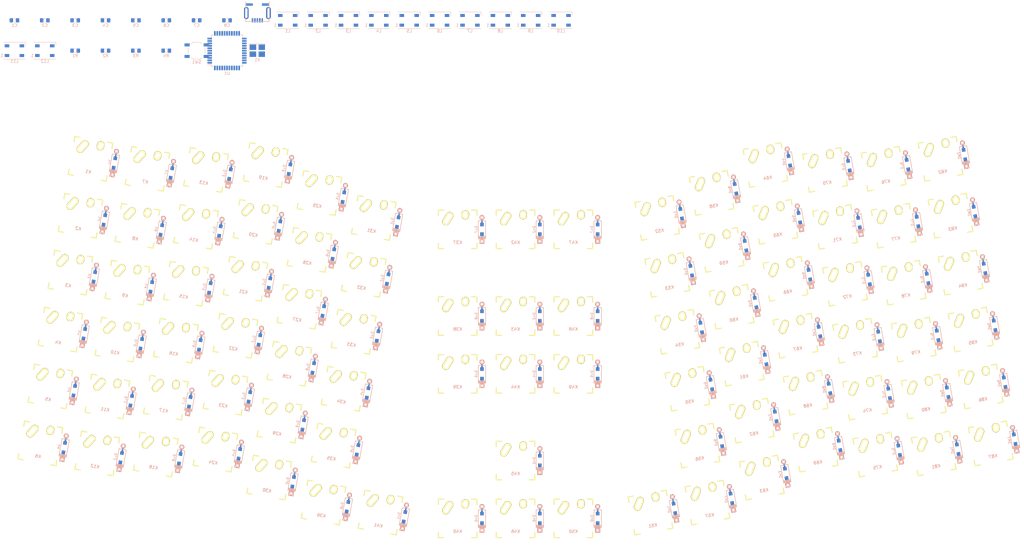
<source format=kicad_pcb>
(kicad_pcb (version 20171130) (host pcbnew 5.0.2)
  (layers (0 F.Cu signal) (31 B.Cu signal) (34 B.Paste user) (35 F.Paste user) (36 B.SilkS user) (37 F.SilkS user) (38 B.Mask user) (39 F.Mask user) (44 Edge.Cuts user))
  (net 0 "")
  (net 1 +5V)
  (net 2 "Net-(C1-Pad1)")
  (net 3 "Net-(C2-Pad1)")
  (net 4 VCC)
  (net 5 "Net-(C8-Pad1)")
  (net 6 "Net-(D1-Pad2)")
  (net 7 /row0)
  (net 8 "Net-(D2-Pad2)")
  (net 9 /row1)
  (net 10 "Net-(D3-Pad2)")
  (net 11 /row2)
  (net 12 "Net-(D4-Pad2)")
  (net 13 /row3)
  (net 14 "Net-(D5-Pad2)")
  (net 15 /row4)
  (net 16 "Net-(D6-Pad2)")
  (net 17 /row5)
  (net 18 "Net-(D7-Pad2)")
  (net 19 "Net-(D8-Pad2)")
  (net 20 "Net-(D9-Pad2)")
  (net 21 "Net-(D10-Pad2)")
  (net 22 "Net-(D11-Pad2)")
  (net 23 "Net-(D12-Pad2)")
  (net 24 "Net-(D13-Pad2)")
  (net 25 "Net-(D14-Pad2)")
  (net 26 "Net-(D15-Pad2)")
  (net 27 "Net-(D16-Pad2)")
  (net 28 "Net-(D17-Pad2)")
  (net 29 "Net-(D18-Pad2)")
  (net 30 "Net-(D19-Pad2)")
  (net 31 "Net-(D20-Pad2)")
  (net 32 "Net-(D21-Pad2)")
  (net 33 "Net-(D22-Pad2)")
  (net 34 "Net-(D23-Pad2)")
  (net 35 "Net-(D24-Pad2)")
  (net 36 "Net-(D25-Pad2)")
  (net 37 "Net-(D26-Pad2)")
  (net 38 "Net-(D27-Pad2)")
  (net 39 "Net-(D28-Pad2)")
  (net 40 "Net-(D29-Pad2)")
  (net 41 "Net-(D30-Pad2)")
  (net 42 "Net-(D31-Pad2)")
  (net 43 "Net-(D32-Pad2)")
  (net 44 "Net-(D33-Pad2)")
  (net 45 "Net-(D34-Pad2)")
  (net 46 "Net-(D35-Pad2)")
  (net 47 "Net-(D36-Pad2)")
  (net 48 "Net-(D37-Pad2)")
  (net 49 "Net-(D38-Pad2)")
  (net 50 "Net-(D39-Pad2)")
  (net 51 "Net-(D40-Pad2)")
  (net 52 "Net-(D41-Pad2)")
  (net 53 "Net-(D42-Pad2)")
  (net 54 "Net-(D43-Pad2)")
  (net 55 "Net-(D44-Pad2)")
  (net 56 "Net-(D45-Pad2)")
  (net 57 "Net-(D46-Pad2)")
  (net 58 "Net-(D47-Pad2)")
  (net 59 "Net-(D48-Pad2)")
  (net 60 "Net-(D49-Pad2)")
  (net 61 "Net-(D50-Pad2)")
  (net 62 "Net-(D51-Pad2)")
  (net 63 "Net-(D52-Pad2)")
  (net 64 "Net-(D53-Pad2)")
  (net 65 "Net-(D54-Pad2)")
  (net 66 "Net-(D55-Pad2)")
  (net 67 "Net-(D56-Pad2)")
  (net 68 "Net-(D57-Pad2)")
  (net 69 "Net-(D58-Pad2)")
  (net 70 "Net-(D59-Pad2)")
  (net 71 "Net-(D60-Pad2)")
  (net 72 "Net-(D61-Pad2)")
  (net 73 "Net-(D62-Pad2)")
  (net 74 "Net-(D63-Pad2)")
  (net 75 "Net-(D64-Pad2)")
  (net 76 "Net-(D65-Pad2)")
  (net 77 "Net-(D66-Pad2)")
  (net 78 "Net-(D67-Pad2)")
  (net 79 "Net-(D68-Pad2)")
  (net 80 "Net-(D69-Pad2)")
  (net 81 "Net-(D70-Pad2)")
  (net 82 "Net-(D71-Pad2)")
  (net 83 "Net-(D72-Pad2)")
  (net 84 "Net-(D73-Pad2)")
  (net 85 "Net-(D74-Pad2)")
  (net 86 "Net-(D75-Pad2)")
  (net 87 "Net-(D76-Pad2)")
  (net 88 "Net-(D77-Pad2)")
  (net 89 "Net-(D78-Pad2)")
  (net 90 "Net-(D79-Pad2)")
  (net 91 "Net-(D80-Pad2)")
  (net 92 "Net-(D81-Pad2)")
  (net 93 "Net-(D82-Pad2)")
  (net 94 "Net-(D83-Pad2)")
  (net 95 "Net-(D84-Pad2)")
  (net 96 "Net-(D85-Pad2)")
  (net 97 "Net-(D86-Pad2)")
  (net 98 "Net-(D87-Pad2)")
  (net 99 "Net-(J1-Pad2)")
  (net 100 "Net-(J1-Pad3)")
  (net 101 "Net-(J1-Pad4)")
  (net 102 /col0)
  (net 103 /col1)
  (net 104 /col2)
  (net 105 /col3)
  (net 106 /col4)
  (net 107 /col5)
  (net 108 /col6)
  (net 109 /col7)
  (net 110 /col8)
  (net 111 /col9)
  (net 112 /col10)
  (net 113 /col11)
  (net 114 /col12)
  (net 115 /col13)
  (net 116 "Net-(K82-Pad1)")
  (net 117 "Net-(L1-Pad2)")
  (net 118 /rgb)
  (net 119 "Net-(L2-Pad2)")
  (net 120 "Net-(L3-Pad2)")
  (net 121 "Net-(L4-Pad2)")
  (net 122 "Net-(L5-Pad2)")
  (net 123 "Net-(L6-Pad2)")
  (net 124 "Net-(L7-Pad2)")
  (net 125 "Net-(L8-Pad2)")
  (net 126 "Net-(L10-Pad4)")
  (net 127 "Net-(L10-Pad2)")
  (net 128 "Net-(L11-Pad2)")
  (net 129 "Net-(L12-Pad2)")
  (net 130 "Net-(R1-Pad1)")
  (net 131 "Net-(R2-Pad2)")
  (net 132 "Net-(R3-Pad1)")
  (net 133 "Net-(R4-Pad1)")
  (net 134 "Net-(U1-Pad1)")
  (net 135 /col14)
  (net 136 "Net-(U1-Pad11)")
  (net 137 "Net-(U1-Pad12)")
  (net 138 "Net-(U1-Pad42)")
  (module Capacitor_SMD:C_0805_2012Metric_Pad1.15x1.40mm_HandSolder (layer B.Cu) (at 20 -20)
    (fp_text reference C1 (at 0 1.65) (layer B.SilkS) (effects (justify mirror)))
    (fp_text value 22p)
    (pad 2 smd roundrect (at 1.025 0) (size 1.15 1.4) (layers B.Cu B.Paste B.Mask) (roundrect_rratio 0.217391) (net 1 +5V))
    (pad 1 smd roundrect (at -1.025 0) (size 1.15 1.4) (layers B.Cu B.Paste B.Mask) (roundrect_rratio 0.217391) (net 2 "Net-(C1-Pad1)"))
  )
  (module Capacitor_SMD:C_0805_2012Metric_Pad1.15x1.40mm_HandSolder (layer B.Cu) (at 30 -20)
    (fp_text reference C2 (at 0 1.65) (layer B.SilkS) (effects (justify mirror)))
    (fp_text value 22p)
    (pad 1 smd roundrect (at -1.025 0) (size 1.15 1.4) (layers B.Cu B.Paste B.Mask) (roundrect_rratio 0.217391) (net 3 "Net-(C2-Pad1)"))
    (pad 2 smd roundrect (at 1.025 0) (size 1.15 1.4) (layers B.Cu B.Paste B.Mask) (roundrect_rratio 0.217391) (net 1 +5V))
  )
  (module Capacitor_SMD:C_0805_2012Metric_Pad1.15x1.40mm_HandSolder (layer B.Cu) (at 40 -20)
    (fp_text reference C3 (at 0 1.65) (layer B.SilkS) (effects (justify mirror)))
    (fp_text value 0.1u)
    (pad 2 smd roundrect (at 1.025 0) (size 1.15 1.4) (layers B.Cu B.Paste B.Mask) (roundrect_rratio 0.217391) (net 1 +5V))
    (pad 1 smd roundrect (at -1.025 0) (size 1.15 1.4) (layers B.Cu B.Paste B.Mask) (roundrect_rratio 0.217391) (net 4 VCC))
  )
  (module Capacitor_SMD:C_0805_2012Metric_Pad1.15x1.40mm_HandSolder (layer B.Cu) (at 50 -20)
    (fp_text reference C4 (at 0 1.65) (layer B.SilkS) (effects (justify mirror)))
    (fp_text value 0.1u)
    (pad 1 smd roundrect (at -1.025 0) (size 1.15 1.4) (layers B.Cu B.Paste B.Mask) (roundrect_rratio 0.217391) (net 4 VCC))
    (pad 2 smd roundrect (at 1.025 0) (size 1.15 1.4) (layers B.Cu B.Paste B.Mask) (roundrect_rratio 0.217391) (net 1 +5V))
  )
  (module Capacitor_SMD:C_0805_2012Metric_Pad1.15x1.40mm_HandSolder (layer B.Cu) (at 60 -20)
    (fp_text reference C5 (at 0 1.65) (layer B.SilkS) (effects (justify mirror)))
    (fp_text value 0.1u)
    (pad 2 smd roundrect (at 1.025 0) (size 1.15 1.4) (layers B.Cu B.Paste B.Mask) (roundrect_rratio 0.217391) (net 1 +5V))
    (pad 1 smd roundrect (at -1.025 0) (size 1.15 1.4) (layers B.Cu B.Paste B.Mask) (roundrect_rratio 0.217391) (net 4 VCC))
  )
  (module Capacitor_SMD:C_0805_2012Metric_Pad1.15x1.40mm_HandSolder (layer B.Cu) (at 70 -20)
    (fp_text reference C6 (at 0 1.65) (layer B.SilkS) (effects (justify mirror)))
    (fp_text value 0.1u)
    (pad 1 smd roundrect (at -1.025 0) (size 1.15 1.4) (layers B.Cu B.Paste B.Mask) (roundrect_rratio 0.217391) (net 4 VCC))
    (pad 2 smd roundrect (at 1.025 0) (size 1.15 1.4) (layers B.Cu B.Paste B.Mask) (roundrect_rratio 0.217391) (net 1 +5V))
  )
  (module Capacitor_SMD:C_0805_2012Metric_Pad1.15x1.40mm_HandSolder (layer B.Cu) (at 80 -20)
    (fp_text reference C7 (at 0 1.65) (layer B.SilkS) (effects (justify mirror)))
    (fp_text value 0.1u)
    (pad 2 smd roundrect (at 1.025 0) (size 1.15 1.4) (layers B.Cu B.Paste B.Mask) (roundrect_rratio 0.217391) (net 1 +5V))
    (pad 1 smd roundrect (at -1.025 0) (size 1.15 1.4) (layers B.Cu B.Paste B.Mask) (roundrect_rratio 0.217391) (net 4 VCC))
  )
  (module Capacitor_SMD:C_0805_2012Metric_Pad1.15x1.40mm_HandSolder (layer B.Cu) (at 90 -20)
    (fp_text reference C8 (at 0 1.65) (layer B.SilkS) (effects (justify mirror)))
    (fp_text value 1u)
    (pad 1 smd roundrect (at -1.025 0) (size 1.15 1.4) (layers B.Cu B.Paste B.Mask) (roundrect_rratio 0.217391) (net 5 "Net-(C8-Pad1)"))
    (pad 2 smd roundrect (at 1.025 0) (size 1.15 1.4) (layers B.Cu B.Paste B.Mask) (roundrect_rratio 0.217391) (net 1 +5V))
  )
  (module keyboard_parts:D_SOD123_axial (layer B.Cu) (at 52.9324620241 27.0261854213 80)
    (fp_text reference D1 (at 0 -1.925 80) (layer B.SilkS) (effects (font (size 0.8 0.8)) (justify mirror)))
    (fp_text value D hide)
    (pad 2 smd rect (at 1.575 0 80) (size 1.2 1.2) (layers B.Cu B.Paste B.Mask) (net 6 "Net-(D1-Pad2)"))
    (pad 1 smd rect (at -1.575 0 80) (size 1.2 1.2) (layers B.Cu B.Paste B.Mask) (net 7 /row0))
    (pad 1 thru_hole rect (at -3.9 0 80) (size 1.6 1.6) (drill 0.7) (layers *.Cu *.Mask B.SilkS) (net 7 /row0))
    (pad 2 thru_hole circle (at 3.9 0 80) (size 1.6 1.6) (drill 0.7) (layers *.Cu *.Mask B.SilkS) (net 6 "Net-(D1-Pad2)"))
    (pad 1 smd rect (at -2.7 0 80) (size 2.5 0.5) (layers B.Cu) (net 7 /row0))
    (pad 2 smd rect (at 2.7 0 80) (size 2.5 0.5) (layers B.Cu) (net 6 "Net-(D1-Pad2)"))
  )
  (module keyboard_parts:D_SOD123_axial (layer B.Cu) (at 49.6244620241 45.7861854213 80)
    (fp_text reference D2 (at 0 -1.925 80) (layer B.SilkS) (effects (font (size 0.8 0.8)) (justify mirror)))
    (fp_text value D hide)
    (pad 2 smd rect (at 1.575 0 80) (size 1.2 1.2) (layers B.Cu B.Paste B.Mask) (net 8 "Net-(D2-Pad2)"))
    (pad 1 smd rect (at -1.575 0 80) (size 1.2 1.2) (layers B.Cu B.Paste B.Mask) (net 9 /row1))
    (pad 1 thru_hole rect (at -3.9 0 80) (size 1.6 1.6) (drill 0.7) (layers *.Cu *.Mask B.SilkS) (net 9 /row1))
    (pad 2 thru_hole circle (at 3.9 0 80) (size 1.6 1.6) (drill 0.7) (layers *.Cu *.Mask B.SilkS) (net 8 "Net-(D2-Pad2)"))
    (pad 1 smd rect (at -2.7 0 80) (size 2.5 0.5) (layers B.Cu) (net 9 /row1))
    (pad 2 smd rect (at 2.7 0 80) (size 2.5 0.5) (layers B.Cu) (net 8 "Net-(D2-Pad2)"))
  )
  (module keyboard_parts:D_SOD123_axial (layer B.Cu) (at 46.3164620241 64.5471854213 80)
    (fp_text reference D3 (at 0 -1.925 80) (layer B.SilkS) (effects (font (size 0.8 0.8)) (justify mirror)))
    (fp_text value D hide)
    (pad 2 smd rect (at 2.7 0 80) (size 2.5 0.5) (layers B.Cu) (net 10 "Net-(D3-Pad2)"))
    (pad 1 smd rect (at -2.7 0 80) (size 2.5 0.5) (layers B.Cu) (net 11 /row2))
    (pad 2 thru_hole circle (at 3.9 0 80) (size 1.6 1.6) (drill 0.7) (layers *.Cu *.Mask B.SilkS) (net 10 "Net-(D3-Pad2)"))
    (pad 1 thru_hole rect (at -3.9 0 80) (size 1.6 1.6) (drill 0.7) (layers *.Cu *.Mask B.SilkS) (net 11 /row2))
    (pad 1 smd rect (at -1.575 0 80) (size 1.2 1.2) (layers B.Cu B.Paste B.Mask) (net 11 /row2))
    (pad 2 smd rect (at 1.575 0 80) (size 1.2 1.2) (layers B.Cu B.Paste B.Mask) (net 10 "Net-(D3-Pad2)"))
  )
  (module keyboard_parts:D_SOD123_axial (layer B.Cu) (at 43.0084620241 83.3071854213 80)
    (fp_text reference D4 (at 0 -1.925 80) (layer B.SilkS) (effects (font (size 0.8 0.8)) (justify mirror)))
    (fp_text value D hide)
    (pad 2 smd rect (at 1.575 0 80) (size 1.2 1.2) (layers B.Cu B.Paste B.Mask) (net 12 "Net-(D4-Pad2)"))
    (pad 1 smd rect (at -1.575 0 80) (size 1.2 1.2) (layers B.Cu B.Paste B.Mask) (net 13 /row3))
    (pad 1 thru_hole rect (at -3.9 0 80) (size 1.6 1.6) (drill 0.7) (layers *.Cu *.Mask B.SilkS) (net 13 /row3))
    (pad 2 thru_hole circle (at 3.9 0 80) (size 1.6 1.6) (drill 0.7) (layers *.Cu *.Mask B.SilkS) (net 12 "Net-(D4-Pad2)"))
    (pad 1 smd rect (at -2.7 0 80) (size 2.5 0.5) (layers B.Cu) (net 13 /row3))
    (pad 2 smd rect (at 2.7 0 80) (size 2.5 0.5) (layers B.Cu) (net 12 "Net-(D4-Pad2)"))
  )
  (module keyboard_parts:D_SOD123_axial (layer B.Cu) (at 39.7004620241 102.068185421 80)
    (fp_text reference D5 (at 0 -1.925 80) (layer B.SilkS) (effects (font (size 0.8 0.8)) (justify mirror)))
    (fp_text value D hide)
    (pad 2 smd rect (at 2.7 0 80) (size 2.5 0.5) (layers B.Cu) (net 14 "Net-(D5-Pad2)"))
    (pad 1 smd rect (at -2.7 0 80) (size 2.5 0.5) (layers B.Cu) (net 15 /row4))
    (pad 2 thru_hole circle (at 3.9 0 80) (size 1.6 1.6) (drill 0.7) (layers *.Cu *.Mask B.SilkS) (net 14 "Net-(D5-Pad2)"))
    (pad 1 thru_hole rect (at -3.9 0 80) (size 1.6 1.6) (drill 0.7) (layers *.Cu *.Mask B.SilkS) (net 15 /row4))
    (pad 1 smd rect (at -1.575 0 80) (size 1.2 1.2) (layers B.Cu B.Paste B.Mask) (net 15 /row4))
    (pad 2 smd rect (at 1.575 0 80) (size 1.2 1.2) (layers B.Cu B.Paste B.Mask) (net 14 "Net-(D5-Pad2)"))
  )
  (module keyboard_parts:D_SOD123_axial (layer B.Cu) (at 36.3924620241 120.828185421 80)
    (fp_text reference D6 (at 0 -1.925 80) (layer B.SilkS) (effects (font (size 0.8 0.8)) (justify mirror)))
    (fp_text value D hide)
    (pad 2 smd rect (at 1.575 0 80) (size 1.2 1.2) (layers B.Cu B.Paste B.Mask) (net 16 "Net-(D6-Pad2)"))
    (pad 1 smd rect (at -1.575 0 80) (size 1.2 1.2) (layers B.Cu B.Paste B.Mask) (net 17 /row5))
    (pad 1 thru_hole rect (at -3.9 0 80) (size 1.6 1.6) (drill 0.7) (layers *.Cu *.Mask B.SilkS) (net 17 /row5))
    (pad 2 thru_hole circle (at 3.9 0 80) (size 1.6 1.6) (drill 0.7) (layers *.Cu *.Mask B.SilkS) (net 16 "Net-(D6-Pad2)"))
    (pad 1 smd rect (at -2.7 0 80) (size 2.5 0.5) (layers B.Cu) (net 17 /row5))
    (pad 2 smd rect (at 2.7 0 80) (size 2.5 0.5) (layers B.Cu) (net 16 "Net-(D6-Pad2)"))
  )
  (module keyboard_parts:D_SOD123_axial (layer B.Cu) (at 71.6934620241 30.3341854213 80)
    (fp_text reference D7 (at 0 -1.925 80) (layer B.SilkS) (effects (font (size 0.8 0.8)) (justify mirror)))
    (fp_text value D hide)
    (pad 2 smd rect (at 2.7 0 80) (size 2.5 0.5) (layers B.Cu) (net 18 "Net-(D7-Pad2)"))
    (pad 1 smd rect (at -2.7 0 80) (size 2.5 0.5) (layers B.Cu) (net 7 /row0))
    (pad 2 thru_hole circle (at 3.9 0 80) (size 1.6 1.6) (drill 0.7) (layers *.Cu *.Mask B.SilkS) (net 18 "Net-(D7-Pad2)"))
    (pad 1 thru_hole rect (at -3.9 0 80) (size 1.6 1.6) (drill 0.7) (layers *.Cu *.Mask B.SilkS) (net 7 /row0))
    (pad 1 smd rect (at -1.575 0 80) (size 1.2 1.2) (layers B.Cu B.Paste B.Mask) (net 7 /row0))
    (pad 2 smd rect (at 1.575 0 80) (size 1.2 1.2) (layers B.Cu B.Paste B.Mask) (net 18 "Net-(D7-Pad2)"))
  )
  (module keyboard_parts:D_SOD123_axial (layer B.Cu) (at 68.3854620241 49.0941854213 80)
    (fp_text reference D8 (at 0 -1.925 80) (layer B.SilkS) (effects (font (size 0.8 0.8)) (justify mirror)))
    (fp_text value D hide)
    (pad 2 smd rect (at 2.7 0 80) (size 2.5 0.5) (layers B.Cu) (net 19 "Net-(D8-Pad2)"))
    (pad 1 smd rect (at -2.7 0 80) (size 2.5 0.5) (layers B.Cu) (net 9 /row1))
    (pad 2 thru_hole circle (at 3.9 0 80) (size 1.6 1.6) (drill 0.7) (layers *.Cu *.Mask B.SilkS) (net 19 "Net-(D8-Pad2)"))
    (pad 1 thru_hole rect (at -3.9 0 80) (size 1.6 1.6) (drill 0.7) (layers *.Cu *.Mask B.SilkS) (net 9 /row1))
    (pad 1 smd rect (at -1.575 0 80) (size 1.2 1.2) (layers B.Cu B.Paste B.Mask) (net 9 /row1))
    (pad 2 smd rect (at 1.575 0 80) (size 1.2 1.2) (layers B.Cu B.Paste B.Mask) (net 19 "Net-(D8-Pad2)"))
  )
  (module keyboard_parts:D_SOD123_axial (layer B.Cu) (at 65.0774620241 67.8551854213 80)
    (fp_text reference D9 (at 0 -1.925 80) (layer B.SilkS) (effects (font (size 0.8 0.8)) (justify mirror)))
    (fp_text value D hide)
    (pad 2 smd rect (at 1.575 0 80) (size 1.2 1.2) (layers B.Cu B.Paste B.Mask) (net 20 "Net-(D9-Pad2)"))
    (pad 1 smd rect (at -1.575 0 80) (size 1.2 1.2) (layers B.Cu B.Paste B.Mask) (net 11 /row2))
    (pad 1 thru_hole rect (at -3.9 0 80) (size 1.6 1.6) (drill 0.7) (layers *.Cu *.Mask B.SilkS) (net 11 /row2))
    (pad 2 thru_hole circle (at 3.9 0 80) (size 1.6 1.6) (drill 0.7) (layers *.Cu *.Mask B.SilkS) (net 20 "Net-(D9-Pad2)"))
    (pad 1 smd rect (at -2.7 0 80) (size 2.5 0.5) (layers B.Cu) (net 11 /row2))
    (pad 2 smd rect (at 2.7 0 80) (size 2.5 0.5) (layers B.Cu) (net 20 "Net-(D9-Pad2)"))
  )
  (module keyboard_parts:D_SOD123_axial (layer B.Cu) (at 61.7694620241 86.6151854213 80)
    (fp_text reference D10 (at 0 -1.925 80) (layer B.SilkS) (effects (font (size 0.8 0.8)) (justify mirror)))
    (fp_text value D hide)
    (pad 2 smd rect (at 2.7 0 80) (size 2.5 0.5) (layers B.Cu) (net 21 "Net-(D10-Pad2)"))
    (pad 1 smd rect (at -2.7 0 80) (size 2.5 0.5) (layers B.Cu) (net 13 /row3))
    (pad 2 thru_hole circle (at 3.9 0 80) (size 1.6 1.6) (drill 0.7) (layers *.Cu *.Mask B.SilkS) (net 21 "Net-(D10-Pad2)"))
    (pad 1 thru_hole rect (at -3.9 0 80) (size 1.6 1.6) (drill 0.7) (layers *.Cu *.Mask B.SilkS) (net 13 /row3))
    (pad 1 smd rect (at -1.575 0 80) (size 1.2 1.2) (layers B.Cu B.Paste B.Mask) (net 13 /row3))
    (pad 2 smd rect (at 1.575 0 80) (size 1.2 1.2) (layers B.Cu B.Paste B.Mask) (net 21 "Net-(D10-Pad2)"))
  )
  (module keyboard_parts:D_SOD123_axial (layer B.Cu) (at 58.4614620241 105.376185421 80)
    (fp_text reference D11 (at 0 -1.925 80) (layer B.SilkS) (effects (font (size 0.8 0.8)) (justify mirror)))
    (fp_text value D hide)
    (pad 2 smd rect (at 1.575 0 80) (size 1.2 1.2) (layers B.Cu B.Paste B.Mask) (net 22 "Net-(D11-Pad2)"))
    (pad 1 smd rect (at -1.575 0 80) (size 1.2 1.2) (layers B.Cu B.Paste B.Mask) (net 15 /row4))
    (pad 1 thru_hole rect (at -3.9 0 80) (size 1.6 1.6) (drill 0.7) (layers *.Cu *.Mask B.SilkS) (net 15 /row4))
    (pad 2 thru_hole circle (at 3.9 0 80) (size 1.6 1.6) (drill 0.7) (layers *.Cu *.Mask B.SilkS) (net 22 "Net-(D11-Pad2)"))
    (pad 1 smd rect (at -2.7 0 80) (size 2.5 0.5) (layers B.Cu) (net 15 /row4))
    (pad 2 smd rect (at 2.7 0 80) (size 2.5 0.5) (layers B.Cu) (net 22 "Net-(D11-Pad2)"))
  )
  (module keyboard_parts:D_SOD123_axial (layer B.Cu) (at 55.1534620241 124.136185421 80)
    (fp_text reference D12 (at 0 -1.925 80) (layer B.SilkS) (effects (font (size 0.8 0.8)) (justify mirror)))
    (fp_text value D hide)
    (pad 2 smd rect (at 1.575 0 80) (size 1.2 1.2) (layers B.Cu B.Paste B.Mask) (net 23 "Net-(D12-Pad2)"))
    (pad 1 smd rect (at -1.575 0 80) (size 1.2 1.2) (layers B.Cu B.Paste B.Mask) (net 17 /row5))
    (pad 1 thru_hole rect (at -3.9 0 80) (size 1.6 1.6) (drill 0.7) (layers *.Cu *.Mask B.SilkS) (net 17 /row5))
    (pad 2 thru_hole circle (at 3.9 0 80) (size 1.6 1.6) (drill 0.7) (layers *.Cu *.Mask B.SilkS) (net 23 "Net-(D12-Pad2)"))
    (pad 1 smd rect (at -2.7 0 80) (size 2.5 0.5) (layers B.Cu) (net 17 /row5))
    (pad 2 smd rect (at 2.7 0 80) (size 2.5 0.5) (layers B.Cu) (net 23 "Net-(D12-Pad2)"))
  )
  (module keyboard_parts:D_SOD123_axial (layer B.Cu) (at 90.9744620241 30.6871854213 80)
    (fp_text reference D13 (at 0 -1.925 80) (layer B.SilkS) (effects (font (size 0.8 0.8)) (justify mirror)))
    (fp_text value D hide)
    (pad 2 smd rect (at 2.7 0 80) (size 2.5 0.5) (layers B.Cu) (net 24 "Net-(D13-Pad2)"))
    (pad 1 smd rect (at -2.7 0 80) (size 2.5 0.5) (layers B.Cu) (net 7 /row0))
    (pad 2 thru_hole circle (at 3.9 0 80) (size 1.6 1.6) (drill 0.7) (layers *.Cu *.Mask B.SilkS) (net 24 "Net-(D13-Pad2)"))
    (pad 1 thru_hole rect (at -3.9 0 80) (size 1.6 1.6) (drill 0.7) (layers *.Cu *.Mask B.SilkS) (net 7 /row0))
    (pad 1 smd rect (at -1.575 0 80) (size 1.2 1.2) (layers B.Cu B.Paste B.Mask) (net 7 /row0))
    (pad 2 smd rect (at 1.575 0 80) (size 1.2 1.2) (layers B.Cu B.Paste B.Mask) (net 24 "Net-(D13-Pad2)"))
  )
  (module keyboard_parts:D_SOD123_axial (layer B.Cu) (at 87.6664620241 49.4481854213 80)
    (fp_text reference D14 (at 0 -1.925 80) (layer B.SilkS) (effects (font (size 0.8 0.8)) (justify mirror)))
    (fp_text value D hide)
    (pad 2 smd rect (at 2.7 0 80) (size 2.5 0.5) (layers B.Cu) (net 25 "Net-(D14-Pad2)"))
    (pad 1 smd rect (at -2.7 0 80) (size 2.5 0.5) (layers B.Cu) (net 9 /row1))
    (pad 2 thru_hole circle (at 3.9 0 80) (size 1.6 1.6) (drill 0.7) (layers *.Cu *.Mask B.SilkS) (net 25 "Net-(D14-Pad2)"))
    (pad 1 thru_hole rect (at -3.9 0 80) (size 1.6 1.6) (drill 0.7) (layers *.Cu *.Mask B.SilkS) (net 9 /row1))
    (pad 1 smd rect (at -1.575 0 80) (size 1.2 1.2) (layers B.Cu B.Paste B.Mask) (net 9 /row1))
    (pad 2 smd rect (at 1.575 0 80) (size 1.2 1.2) (layers B.Cu B.Paste B.Mask) (net 25 "Net-(D14-Pad2)"))
  )
  (module keyboard_parts:D_SOD123_axial (layer B.Cu) (at 84.3584620241 68.2081854213 80)
    (fp_text reference D15 (at 0 -1.925 80) (layer B.SilkS) (effects (font (size 0.8 0.8)) (justify mirror)))
    (fp_text value D hide)
    (pad 2 smd rect (at 1.575 0 80) (size 1.2 1.2) (layers B.Cu B.Paste B.Mask) (net 26 "Net-(D15-Pad2)"))
    (pad 1 smd rect (at -1.575 0 80) (size 1.2 1.2) (layers B.Cu B.Paste B.Mask) (net 11 /row2))
    (pad 1 thru_hole rect (at -3.9 0 80) (size 1.6 1.6) (drill 0.7) (layers *.Cu *.Mask B.SilkS) (net 11 /row2))
    (pad 2 thru_hole circle (at 3.9 0 80) (size 1.6 1.6) (drill 0.7) (layers *.Cu *.Mask B.SilkS) (net 26 "Net-(D15-Pad2)"))
    (pad 1 smd rect (at -2.7 0 80) (size 2.5 0.5) (layers B.Cu) (net 11 /row2))
    (pad 2 smd rect (at 2.7 0 80) (size 2.5 0.5) (layers B.Cu) (net 26 "Net-(D15-Pad2)"))
  )
  (module keyboard_parts:D_SOD123_axial (layer B.Cu) (at 81.0504620241 86.9691854213 80)
    (fp_text reference D16 (at 0 -1.925 80) (layer B.SilkS) (effects (font (size 0.8 0.8)) (justify mirror)))
    (fp_text value D hide)
    (pad 2 smd rect (at 2.7 0 80) (size 2.5 0.5) (layers B.Cu) (net 27 "Net-(D16-Pad2)"))
    (pad 1 smd rect (at -2.7 0 80) (size 2.5 0.5) (layers B.Cu) (net 13 /row3))
    (pad 2 thru_hole circle (at 3.9 0 80) (size 1.6 1.6) (drill 0.7) (layers *.Cu *.Mask B.SilkS) (net 27 "Net-(D16-Pad2)"))
    (pad 1 thru_hole rect (at -3.9 0 80) (size 1.6 1.6) (drill 0.7) (layers *.Cu *.Mask B.SilkS) (net 13 /row3))
    (pad 1 smd rect (at -1.575 0 80) (size 1.2 1.2) (layers B.Cu B.Paste B.Mask) (net 13 /row3))
    (pad 2 smd rect (at 1.575 0 80) (size 1.2 1.2) (layers B.Cu B.Paste B.Mask) (net 27 "Net-(D16-Pad2)"))
  )
  (module keyboard_parts:D_SOD123_axial (layer B.Cu) (at 77.7424620241 105.729185421 80)
    (fp_text reference D17 (at 0 -1.925 80) (layer B.SilkS) (effects (font (size 0.8 0.8)) (justify mirror)))
    (fp_text value D hide)
    (pad 2 smd rect (at 1.575 0 80) (size 1.2 1.2) (layers B.Cu B.Paste B.Mask) (net 28 "Net-(D17-Pad2)"))
    (pad 1 smd rect (at -1.575 0 80) (size 1.2 1.2) (layers B.Cu B.Paste B.Mask) (net 15 /row4))
    (pad 1 thru_hole rect (at -3.9 0 80) (size 1.6 1.6) (drill 0.7) (layers *.Cu *.Mask B.SilkS) (net 15 /row4))
    (pad 2 thru_hole circle (at 3.9 0 80) (size 1.6 1.6) (drill 0.7) (layers *.Cu *.Mask B.SilkS) (net 28 "Net-(D17-Pad2)"))
    (pad 1 smd rect (at -2.7 0 80) (size 2.5 0.5) (layers B.Cu) (net 15 /row4))
    (pad 2 smd rect (at 2.7 0 80) (size 2.5 0.5) (layers B.Cu) (net 28 "Net-(D17-Pad2)"))
  )
  (module keyboard_parts:D_SOD123_axial (layer B.Cu) (at 74.4344620241 124.490185421 80)
    (fp_text reference D18 (at 0 -1.925 80) (layer B.SilkS) (effects (font (size 0.8 0.8)) (justify mirror)))
    (fp_text value D hide)
    (pad 2 smd rect (at 1.575 0 80) (size 1.2 1.2) (layers B.Cu B.Paste B.Mask) (net 29 "Net-(D18-Pad2)"))
    (pad 1 smd rect (at -1.575 0 80) (size 1.2 1.2) (layers B.Cu B.Paste B.Mask) (net 17 /row5))
    (pad 1 thru_hole rect (at -3.9 0 80) (size 1.6 1.6) (drill 0.7) (layers *.Cu *.Mask B.SilkS) (net 17 /row5))
    (pad 2 thru_hole circle (at 3.9 0 80) (size 1.6 1.6) (drill 0.7) (layers *.Cu *.Mask B.SilkS) (net 29 "Net-(D18-Pad2)"))
    (pad 1 smd rect (at -2.7 0 80) (size 2.5 0.5) (layers B.Cu) (net 17 /row5))
    (pad 2 smd rect (at 2.7 0 80) (size 2.5 0.5) (layers B.Cu) (net 29 "Net-(D18-Pad2)"))
  )
  (module keyboard_parts:D_SOD123_axial (layer B.Cu) (at 110.603462024 29.0711854213 80)
    (fp_text reference D19 (at 0 -1.925 80) (layer B.SilkS) (effects (font (size 0.8 0.8)) (justify mirror)))
    (fp_text value D hide)
    (pad 2 smd rect (at 2.7 0 80) (size 2.5 0.5) (layers B.Cu) (net 30 "Net-(D19-Pad2)"))
    (pad 1 smd rect (at -2.7 0 80) (size 2.5 0.5) (layers B.Cu) (net 7 /row0))
    (pad 2 thru_hole circle (at 3.9 0 80) (size 1.6 1.6) (drill 0.7) (layers *.Cu *.Mask B.SilkS) (net 30 "Net-(D19-Pad2)"))
    (pad 1 thru_hole rect (at -3.9 0 80) (size 1.6 1.6) (drill 0.7) (layers *.Cu *.Mask B.SilkS) (net 7 /row0))
    (pad 1 smd rect (at -1.575 0 80) (size 1.2 1.2) (layers B.Cu B.Paste B.Mask) (net 7 /row0))
    (pad 2 smd rect (at 1.575 0 80) (size 1.2 1.2) (layers B.Cu B.Paste B.Mask) (net 30 "Net-(D19-Pad2)"))
  )
  (module keyboard_parts:D_SOD123_axial (layer B.Cu) (at 107.295462024 47.8321854213 80)
    (fp_text reference D20 (at 0 -1.925 80) (layer B.SilkS) (effects (font (size 0.8 0.8)) (justify mirror)))
    (fp_text value D hide)
    (pad 2 smd rect (at 1.575 0 80) (size 1.2 1.2) (layers B.Cu B.Paste B.Mask) (net 31 "Net-(D20-Pad2)"))
    (pad 1 smd rect (at -1.575 0 80) (size 1.2 1.2) (layers B.Cu B.Paste B.Mask) (net 9 /row1))
    (pad 1 thru_hole rect (at -3.9 0 80) (size 1.6 1.6) (drill 0.7) (layers *.Cu *.Mask B.SilkS) (net 9 /row1))
    (pad 2 thru_hole circle (at 3.9 0 80) (size 1.6 1.6) (drill 0.7) (layers *.Cu *.Mask B.SilkS) (net 31 "Net-(D20-Pad2)"))
    (pad 1 smd rect (at -2.7 0 80) (size 2.5 0.5) (layers B.Cu) (net 9 /row1))
    (pad 2 smd rect (at 2.7 0 80) (size 2.5 0.5) (layers B.Cu) (net 31 "Net-(D20-Pad2)"))
  )
  (module keyboard_parts:D_SOD123_axial (layer B.Cu) (at 103.987462024 66.5921854213 80)
    (fp_text reference D21 (at 0 -1.925 80) (layer B.SilkS) (effects (font (size 0.8 0.8)) (justify mirror)))
    (fp_text value D hide)
    (pad 2 smd rect (at 2.7 0 80) (size 2.5 0.5) (layers B.Cu) (net 32 "Net-(D21-Pad2)"))
    (pad 1 smd rect (at -2.7 0 80) (size 2.5 0.5) (layers B.Cu) (net 11 /row2))
    (pad 2 thru_hole circle (at 3.9 0 80) (size 1.6 1.6) (drill 0.7) (layers *.Cu *.Mask B.SilkS) (net 32 "Net-(D21-Pad2)"))
    (pad 1 thru_hole rect (at -3.9 0 80) (size 1.6 1.6) (drill 0.7) (layers *.Cu *.Mask B.SilkS) (net 11 /row2))
    (pad 1 smd rect (at -1.575 0 80) (size 1.2 1.2) (layers B.Cu B.Paste B.Mask) (net 11 /row2))
    (pad 2 smd rect (at 1.575 0 80) (size 1.2 1.2) (layers B.Cu B.Paste B.Mask) (net 32 "Net-(D21-Pad2)"))
  )
  (module keyboard_parts:D_SOD123_axial (layer B.Cu) (at 100.679462024 85.3531854213 80)
    (fp_text reference D22 (at 0 -1.925 80) (layer B.SilkS) (effects (font (size 0.8 0.8)) (justify mirror)))
    (fp_text value D hide)
    (pad 2 smd rect (at 1.575 0 80) (size 1.2 1.2) (layers B.Cu B.Paste B.Mask) (net 33 "Net-(D22-Pad2)"))
    (pad 1 smd rect (at -1.575 0 80) (size 1.2 1.2) (layers B.Cu B.Paste B.Mask) (net 13 /row3))
    (pad 1 thru_hole rect (at -3.9 0 80) (size 1.6 1.6) (drill 0.7) (layers *.Cu *.Mask B.SilkS) (net 13 /row3))
    (pad 2 thru_hole circle (at 3.9 0 80) (size 1.6 1.6) (drill 0.7) (layers *.Cu *.Mask B.SilkS) (net 33 "Net-(D22-Pad2)"))
    (pad 1 smd rect (at -2.7 0 80) (size 2.5 0.5) (layers B.Cu) (net 13 /row3))
    (pad 2 smd rect (at 2.7 0 80) (size 2.5 0.5) (layers B.Cu) (net 33 "Net-(D22-Pad2)"))
  )
  (module keyboard_parts:D_SOD123_axial (layer B.Cu) (at 97.3714620241 104.113185421 80)
    (fp_text reference D23 (at 0 -1.925 80) (layer B.SilkS) (effects (font (size 0.8 0.8)) (justify mirror)))
    (fp_text value D hide)
    (pad 2 smd rect (at 2.7 0 80) (size 2.5 0.5) (layers B.Cu) (net 34 "Net-(D23-Pad2)"))
    (pad 1 smd rect (at -2.7 0 80) (size 2.5 0.5) (layers B.Cu) (net 15 /row4))
    (pad 2 thru_hole circle (at 3.9 0 80) (size 1.6 1.6) (drill 0.7) (layers *.Cu *.Mask B.SilkS) (net 34 "Net-(D23-Pad2)"))
    (pad 1 thru_hole rect (at -3.9 0 80) (size 1.6 1.6) (drill 0.7) (layers *.Cu *.Mask B.SilkS) (net 15 /row4))
    (pad 1 smd rect (at -1.575 0 80) (size 1.2 1.2) (layers B.Cu B.Paste B.Mask) (net 15 /row4))
    (pad 2 smd rect (at 1.575 0 80) (size 1.2 1.2) (layers B.Cu B.Paste B.Mask) (net 34 "Net-(D23-Pad2)"))
  )
  (module keyboard_parts:D_SOD123_axial (layer B.Cu) (at 94.0634620241 122.874185421 80)
    (fp_text reference D24 (at 0 -1.925 80) (layer B.SilkS) (effects (font (size 0.8 0.8)) (justify mirror)))
    (fp_text value D hide)
    (pad 2 smd rect (at 2.7 0 80) (size 2.5 0.5) (layers B.Cu) (net 35 "Net-(D24-Pad2)"))
    (pad 1 smd rect (at -2.7 0 80) (size 2.5 0.5) (layers B.Cu) (net 17 /row5))
    (pad 2 thru_hole circle (at 3.9 0 80) (size 1.6 1.6) (drill 0.7) (layers *.Cu *.Mask B.SilkS) (net 35 "Net-(D24-Pad2)"))
    (pad 1 thru_hole rect (at -3.9 0 80) (size 1.6 1.6) (drill 0.7) (layers *.Cu *.Mask B.SilkS) (net 17 /row5))
    (pad 1 smd rect (at -1.575 0 80) (size 1.2 1.2) (layers B.Cu B.Paste B.Mask) (net 17 /row5))
    (pad 2 smd rect (at 1.575 0 80) (size 1.2 1.2) (layers B.Cu B.Paste B.Mask) (net 35 "Net-(D24-Pad2)"))
  )
  (module keyboard_parts:D_SOD123_axial (layer B.Cu) (at 128.322462024 38.2881854213 80)
    (fp_text reference D25 (at 0 -1.925 80) (layer B.SilkS) (effects (font (size 0.8 0.8)) (justify mirror)))
    (fp_text value D hide)
    (pad 2 smd rect (at 1.575 0 80) (size 1.2 1.2) (layers B.Cu B.Paste B.Mask) (net 36 "Net-(D25-Pad2)"))
    (pad 1 smd rect (at -1.575 0 80) (size 1.2 1.2) (layers B.Cu B.Paste B.Mask) (net 7 /row0))
    (pad 1 thru_hole rect (at -3.9 0 80) (size 1.6 1.6) (drill 0.7) (layers *.Cu *.Mask B.SilkS) (net 7 /row0))
    (pad 2 thru_hole circle (at 3.9 0 80) (size 1.6 1.6) (drill 0.7) (layers *.Cu *.Mask B.SilkS) (net 36 "Net-(D25-Pad2)"))
    (pad 1 smd rect (at -2.7 0 80) (size 2.5 0.5) (layers B.Cu) (net 7 /row0))
    (pad 2 smd rect (at 2.7 0 80) (size 2.5 0.5) (layers B.Cu) (net 36 "Net-(D25-Pad2)"))
  )
  (module keyboard_parts:D_SOD123_axial (layer B.Cu) (at 125.014462024 57.0491854213 80)
    (fp_text reference D26 (at 0 -1.925 80) (layer B.SilkS) (effects (font (size 0.8 0.8)) (justify mirror)))
    (fp_text value D hide)
    (pad 2 smd rect (at 1.575 0 80) (size 1.2 1.2) (layers B.Cu B.Paste B.Mask) (net 37 "Net-(D26-Pad2)"))
    (pad 1 smd rect (at -1.575 0 80) (size 1.2 1.2) (layers B.Cu B.Paste B.Mask) (net 9 /row1))
    (pad 1 thru_hole rect (at -3.9 0 80) (size 1.6 1.6) (drill 0.7) (layers *.Cu *.Mask B.SilkS) (net 9 /row1))
    (pad 2 thru_hole circle (at 3.9 0 80) (size 1.6 1.6) (drill 0.7) (layers *.Cu *.Mask B.SilkS) (net 37 "Net-(D26-Pad2)"))
    (pad 1 smd rect (at -2.7 0 80) (size 2.5 0.5) (layers B.Cu) (net 9 /row1))
    (pad 2 smd rect (at 2.7 0 80) (size 2.5 0.5) (layers B.Cu) (net 37 "Net-(D26-Pad2)"))
  )
  (module keyboard_parts:D_SOD123_axial (layer B.Cu) (at 121.706462024 75.8091854213 80)
    (fp_text reference D27 (at 0 -1.925 80) (layer B.SilkS) (effects (font (size 0.8 0.8)) (justify mirror)))
    (fp_text value D hide)
    (pad 2 smd rect (at 2.7 0 80) (size 2.5 0.5) (layers B.Cu) (net 38 "Net-(D27-Pad2)"))
    (pad 1 smd rect (at -2.7 0 80) (size 2.5 0.5) (layers B.Cu) (net 11 /row2))
    (pad 2 thru_hole circle (at 3.9 0 80) (size 1.6 1.6) (drill 0.7) (layers *.Cu *.Mask B.SilkS) (net 38 "Net-(D27-Pad2)"))
    (pad 1 thru_hole rect (at -3.9 0 80) (size 1.6 1.6) (drill 0.7) (layers *.Cu *.Mask B.SilkS) (net 11 /row2))
    (pad 1 smd rect (at -1.575 0 80) (size 1.2 1.2) (layers B.Cu B.Paste B.Mask) (net 11 /row2))
    (pad 2 smd rect (at 1.575 0 80) (size 1.2 1.2) (layers B.Cu B.Paste B.Mask) (net 38 "Net-(D27-Pad2)"))
  )
  (module keyboard_parts:D_SOD123_axial (layer B.Cu) (at 118.398462024 94.5701854213 80)
    (fp_text reference D28 (at 0 -1.925 80) (layer B.SilkS) (effects (font (size 0.8 0.8)) (justify mirror)))
    (fp_text value D hide)
    (pad 2 smd rect (at 1.575 0 80) (size 1.2 1.2) (layers B.Cu B.Paste B.Mask) (net 39 "Net-(D28-Pad2)"))
    (pad 1 smd rect (at -1.575 0 80) (size 1.2 1.2) (layers B.Cu B.Paste B.Mask) (net 13 /row3))
    (pad 1 thru_hole rect (at -3.9 0 80) (size 1.6 1.6) (drill 0.7) (layers *.Cu *.Mask B.SilkS) (net 13 /row3))
    (pad 2 thru_hole circle (at 3.9 0 80) (size 1.6 1.6) (drill 0.7) (layers *.Cu *.Mask B.SilkS) (net 39 "Net-(D28-Pad2)"))
    (pad 1 smd rect (at -2.7 0 80) (size 2.5 0.5) (layers B.Cu) (net 13 /row3))
    (pad 2 smd rect (at 2.7 0 80) (size 2.5 0.5) (layers B.Cu) (net 39 "Net-(D28-Pad2)"))
  )
  (module keyboard_parts:D_SOD123_axial (layer B.Cu) (at 115.090462024 113.330185421 80)
    (fp_text reference D29 (at 0 -1.925 80) (layer B.SilkS) (effects (font (size 0.8 0.8)) (justify mirror)))
    (fp_text value D hide)
    (pad 2 smd rect (at 2.7 0 80) (size 2.5 0.5) (layers B.Cu) (net 40 "Net-(D29-Pad2)"))
    (pad 1 smd rect (at -2.7 0 80) (size 2.5 0.5) (layers B.Cu) (net 15 /row4))
    (pad 2 thru_hole circle (at 3.9 0 80) (size 1.6 1.6) (drill 0.7) (layers *.Cu *.Mask B.SilkS) (net 40 "Net-(D29-Pad2)"))
    (pad 1 thru_hole rect (at -3.9 0 80) (size 1.6 1.6) (drill 0.7) (layers *.Cu *.Mask B.SilkS) (net 15 /row4))
    (pad 1 smd rect (at -1.575 0 80) (size 1.2 1.2) (layers B.Cu B.Paste B.Mask) (net 15 /row4))
    (pad 2 smd rect (at 1.575 0 80) (size 1.2 1.2) (layers B.Cu B.Paste B.Mask) (net 40 "Net-(D29-Pad2)"))
  )
  (module keyboard_parts:D_SOD123_axial (layer B.Cu) (at 111.782462024 132.091185421 80)
    (fp_text reference D30 (at 0 -1.925 80) (layer B.SilkS) (effects (font (size 0.8 0.8)) (justify mirror)))
    (fp_text value D hide)
    (pad 2 smd rect (at 1.575 0 80) (size 1.2 1.2) (layers B.Cu B.Paste B.Mask) (net 41 "Net-(D30-Pad2)"))
    (pad 1 smd rect (at -1.575 0 80) (size 1.2 1.2) (layers B.Cu B.Paste B.Mask) (net 17 /row5))
    (pad 1 thru_hole rect (at -3.9 0 80) (size 1.6 1.6) (drill 0.7) (layers *.Cu *.Mask B.SilkS) (net 17 /row5))
    (pad 2 thru_hole circle (at 3.9 0 80) (size 1.6 1.6) (drill 0.7) (layers *.Cu *.Mask B.SilkS) (net 41 "Net-(D30-Pad2)"))
    (pad 1 smd rect (at -2.7 0 80) (size 2.5 0.5) (layers B.Cu) (net 17 /row5))
    (pad 2 smd rect (at 2.7 0 80) (size 2.5 0.5) (layers B.Cu) (net 41 "Net-(D30-Pad2)"))
  )
  (module keyboard_parts:D_SOD123_axial (layer B.Cu) (at 146.214462024 46.5201854213 80)
    (fp_text reference D31 (at 0 -1.925 80) (layer B.SilkS) (effects (font (size 0.8 0.8)) (justify mirror)))
    (fp_text value D hide)
    (pad 2 smd rect (at 1.575 0 80) (size 1.2 1.2) (layers B.Cu B.Paste B.Mask) (net 42 "Net-(D31-Pad2)"))
    (pad 1 smd rect (at -1.575 0 80) (size 1.2 1.2) (layers B.Cu B.Paste B.Mask) (net 7 /row0))
    (pad 1 thru_hole rect (at -3.9 0 80) (size 1.6 1.6) (drill 0.7) (layers *.Cu *.Mask B.SilkS) (net 7 /row0))
    (pad 2 thru_hole circle (at 3.9 0 80) (size 1.6 1.6) (drill 0.7) (layers *.Cu *.Mask B.SilkS) (net 42 "Net-(D31-Pad2)"))
    (pad 1 smd rect (at -2.7 0 80) (size 2.5 0.5) (layers B.Cu) (net 7 /row0))
    (pad 2 smd rect (at 2.7 0 80) (size 2.5 0.5) (layers B.Cu) (net 42 "Net-(D31-Pad2)"))
  )
  (module keyboard_parts:D_SOD123_axial (layer B.Cu) (at 142.906462024 65.2811854213 80)
    (fp_text reference D32 (at 0 -1.925 80) (layer B.SilkS) (effects (font (size 0.8 0.8)) (justify mirror)))
    (fp_text value D hide)
    (pad 2 smd rect (at 2.7 0 80) (size 2.5 0.5) (layers B.Cu) (net 43 "Net-(D32-Pad2)"))
    (pad 1 smd rect (at -2.7 0 80) (size 2.5 0.5) (layers B.Cu) (net 9 /row1))
    (pad 2 thru_hole circle (at 3.9 0 80) (size 1.6 1.6) (drill 0.7) (layers *.Cu *.Mask B.SilkS) (net 43 "Net-(D32-Pad2)"))
    (pad 1 thru_hole rect (at -3.9 0 80) (size 1.6 1.6) (drill 0.7) (layers *.Cu *.Mask B.SilkS) (net 9 /row1))
    (pad 1 smd rect (at -1.575 0 80) (size 1.2 1.2) (layers B.Cu B.Paste B.Mask) (net 9 /row1))
    (pad 2 smd rect (at 1.575 0 80) (size 1.2 1.2) (layers B.Cu B.Paste B.Mask) (net 43 "Net-(D32-Pad2)"))
  )
  (module keyboard_parts:D_SOD123_axial (layer B.Cu) (at 139.598462024 84.0411854213 80)
    (fp_text reference D33 (at 0 -1.925 80) (layer B.SilkS) (effects (font (size 0.8 0.8)) (justify mirror)))
    (fp_text value D hide)
    (pad 2 smd rect (at 1.575 0 80) (size 1.2 1.2) (layers B.Cu B.Paste B.Mask) (net 44 "Net-(D33-Pad2)"))
    (pad 1 smd rect (at -1.575 0 80) (size 1.2 1.2) (layers B.Cu B.Paste B.Mask) (net 11 /row2))
    (pad 1 thru_hole rect (at -3.9 0 80) (size 1.6 1.6) (drill 0.7) (layers *.Cu *.Mask B.SilkS) (net 11 /row2))
    (pad 2 thru_hole circle (at 3.9 0 80) (size 1.6 1.6) (drill 0.7) (layers *.Cu *.Mask B.SilkS) (net 44 "Net-(D33-Pad2)"))
    (pad 1 smd rect (at -2.7 0 80) (size 2.5 0.5) (layers B.Cu) (net 11 /row2))
    (pad 2 smd rect (at 2.7 0 80) (size 2.5 0.5) (layers B.Cu) (net 44 "Net-(D33-Pad2)"))
  )
  (module keyboard_parts:D_SOD123_axial (layer B.Cu) (at 136.290462024 102.802185421 80)
    (fp_text reference D34 (at 0 -1.925 80) (layer B.SilkS) (effects (font (size 0.8 0.8)) (justify mirror)))
    (fp_text value D hide)
    (pad 2 smd rect (at 2.7 0 80) (size 2.5 0.5) (layers B.Cu) (net 45 "Net-(D34-Pad2)"))
    (pad 1 smd rect (at -2.7 0 80) (size 2.5 0.5) (layers B.Cu) (net 13 /row3))
    (pad 2 thru_hole circle (at 3.9 0 80) (size 1.6 1.6) (drill 0.7) (layers *.Cu *.Mask B.SilkS) (net 45 "Net-(D34-Pad2)"))
    (pad 1 thru_hole rect (at -3.9 0 80) (size 1.6 1.6) (drill 0.7) (layers *.Cu *.Mask B.SilkS) (net 13 /row3))
    (pad 1 smd rect (at -1.575 0 80) (size 1.2 1.2) (layers B.Cu B.Paste B.Mask) (net 13 /row3))
    (pad 2 smd rect (at 1.575 0 80) (size 1.2 1.2) (layers B.Cu B.Paste B.Mask) (net 45 "Net-(D34-Pad2)"))
  )
  (module keyboard_parts:D_SOD123_axial (layer B.Cu) (at 132.982462024 121.562185421 80)
    (fp_text reference D35 (at 0 -1.925 80) (layer B.SilkS) (effects (font (size 0.8 0.8)) (justify mirror)))
    (fp_text value D hide)
    (pad 2 smd rect (at 1.575 0 80) (size 1.2 1.2) (layers B.Cu B.Paste B.Mask) (net 46 "Net-(D35-Pad2)"))
    (pad 1 smd rect (at -1.575 0 80) (size 1.2 1.2) (layers B.Cu B.Paste B.Mask) (net 15 /row4))
    (pad 1 thru_hole rect (at -3.9 0 80) (size 1.6 1.6) (drill 0.7) (layers *.Cu *.Mask B.SilkS) (net 15 /row4))
    (pad 2 thru_hole circle (at 3.9 0 80) (size 1.6 1.6) (drill 0.7) (layers *.Cu *.Mask B.SilkS) (net 46 "Net-(D35-Pad2)"))
    (pad 1 smd rect (at -2.7 0 80) (size 2.5 0.5) (layers B.Cu) (net 15 /row4))
    (pad 2 smd rect (at 2.7 0 80) (size 2.5 0.5) (layers B.Cu) (net 46 "Net-(D35-Pad2)"))
  )
  (module keyboard_parts:D_SOD123_axial (layer B.Cu) (at 129.674462024 140.323185421 80)
    (fp_text reference D36 (at 0 -1.925 80) (layer B.SilkS) (effects (font (size 0.8 0.8)) (justify mirror)))
    (fp_text value D hide)
    (pad 2 smd rect (at 2.7 0 80) (size 2.5 0.5) (layers B.Cu) (net 47 "Net-(D36-Pad2)"))
    (pad 1 smd rect (at -2.7 0 80) (size 2.5 0.5) (layers B.Cu) (net 17 /row5))
    (pad 2 thru_hole circle (at 3.9 0 80) (size 1.6 1.6) (drill 0.7) (layers *.Cu *.Mask B.SilkS) (net 47 "Net-(D36-Pad2)"))
    (pad 1 thru_hole rect (at -3.9 0 80) (size 1.6 1.6) (drill 0.7) (layers *.Cu *.Mask B.SilkS) (net 17 /row5))
    (pad 1 smd rect (at -1.575 0 80) (size 1.2 1.2) (layers B.Cu B.Paste B.Mask) (net 17 /row5))
    (pad 2 smd rect (at 1.575 0 80) (size 1.2 1.2) (layers B.Cu B.Paste B.Mask) (net 47 "Net-(D36-Pad2)"))
  )
  (module keyboard_parts:D_SOD123_axial (layer B.Cu) (at 173.95 48.89 90)
    (fp_text reference D37 (at 0 -1.925 90) (layer B.SilkS) (effects (font (size 0.8 0.8)) (justify mirror)))
    (fp_text value D hide)
    (pad 2 smd rect (at 2.7 0 90) (size 2.5 0.5) (layers B.Cu) (net 48 "Net-(D37-Pad2)"))
    (pad 1 smd rect (at -2.7 0 90) (size 2.5 0.5) (layers B.Cu) (net 7 /row0))
    (pad 2 thru_hole circle (at 3.9 0 90) (size 1.6 1.6) (drill 0.7) (layers *.Cu *.Mask B.SilkS) (net 48 "Net-(D37-Pad2)"))
    (pad 1 thru_hole rect (at -3.9 0 90) (size 1.6 1.6) (drill 0.7) (layers *.Cu *.Mask B.SilkS) (net 7 /row0))
    (pad 1 smd rect (at -1.575 0 90) (size 1.2 1.2) (layers B.Cu B.Paste B.Mask) (net 7 /row0))
    (pad 2 smd rect (at 1.575 0 90) (size 1.2 1.2) (layers B.Cu B.Paste B.Mask) (net 48 "Net-(D37-Pad2)"))
  )
  (module keyboard_parts:D_SOD123_axial (layer B.Cu) (at 173.95 77.465 90)
    (fp_text reference D38 (at 0 -1.925 90) (layer B.SilkS) (effects (font (size 0.8 0.8)) (justify mirror)))
    (fp_text value D hide)
    (pad 2 smd rect (at 2.7 0 90) (size 2.5 0.5) (layers B.Cu) (net 49 "Net-(D38-Pad2)"))
    (pad 1 smd rect (at -2.7 0 90) (size 2.5 0.5) (layers B.Cu) (net 9 /row1))
    (pad 2 thru_hole circle (at 3.9 0 90) (size 1.6 1.6) (drill 0.7) (layers *.Cu *.Mask B.SilkS) (net 49 "Net-(D38-Pad2)"))
    (pad 1 thru_hole rect (at -3.9 0 90) (size 1.6 1.6) (drill 0.7) (layers *.Cu *.Mask B.SilkS) (net 9 /row1))
    (pad 1 smd rect (at -1.575 0 90) (size 1.2 1.2) (layers B.Cu B.Paste B.Mask) (net 9 /row1))
    (pad 2 smd rect (at 1.575 0 90) (size 1.2 1.2) (layers B.Cu B.Paste B.Mask) (net 49 "Net-(D38-Pad2)"))
  )
  (module keyboard_parts:D_SOD123_axial (layer B.Cu) (at 173.95 96.515 90)
    (fp_text reference D39 (at 0 -1.925 90) (layer B.SilkS) (effects (font (size 0.8 0.8)) (justify mirror)))
    (fp_text value D hide)
    (pad 2 smd rect (at 1.575 0 90) (size 1.2 1.2) (layers B.Cu B.Paste B.Mask) (net 50 "Net-(D39-Pad2)"))
    (pad 1 smd rect (at -1.575 0 90) (size 1.2 1.2) (layers B.Cu B.Paste B.Mask) (net 11 /row2))
    (pad 1 thru_hole rect (at -3.9 0 90) (size 1.6 1.6) (drill 0.7) (layers *.Cu *.Mask B.SilkS) (net 11 /row2))
    (pad 2 thru_hole circle (at 3.9 0 90) (size 1.6 1.6) (drill 0.7) (layers *.Cu *.Mask B.SilkS) (net 50 "Net-(D39-Pad2)"))
    (pad 1 smd rect (at -2.7 0 90) (size 2.5 0.5) (layers B.Cu) (net 11 /row2))
    (pad 2 smd rect (at 2.7 0 90) (size 2.5 0.5) (layers B.Cu) (net 50 "Net-(D39-Pad2)"))
  )
  (module keyboard_parts:D_SOD123_axial (layer B.Cu) (at 173.95 144.14 90)
    (fp_text reference D40 (at 0 -1.925 90) (layer B.SilkS) (effects (font (size 0.8 0.8)) (justify mirror)))
    (fp_text value D hide)
    (pad 2 smd rect (at 2.7 0 90) (size 2.5 0.5) (layers B.Cu) (net 51 "Net-(D40-Pad2)"))
    (pad 1 smd rect (at -2.7 0 90) (size 2.5 0.5) (layers B.Cu) (net 15 /row4))
    (pad 2 thru_hole circle (at 3.9 0 90) (size 1.6 1.6) (drill 0.7) (layers *.Cu *.Mask B.SilkS) (net 51 "Net-(D40-Pad2)"))
    (pad 1 thru_hole rect (at -3.9 0 90) (size 1.6 1.6) (drill 0.7) (layers *.Cu *.Mask B.SilkS) (net 15 /row4))
    (pad 1 smd rect (at -1.575 0 90) (size 1.2 1.2) (layers B.Cu B.Paste B.Mask) (net 15 /row4))
    (pad 2 smd rect (at 1.575 0 90) (size 1.2 1.2) (layers B.Cu B.Paste B.Mask) (net 51 "Net-(D40-Pad2)"))
  )
  (module keyboard_parts:D_SOD123_axial (layer B.Cu) (at 148.435462024 143.631185421 80)
    (fp_text reference D41 (at 0 -1.925 80) (layer B.SilkS) (effects (font (size 0.8 0.8)) (justify mirror)))
    (fp_text value D hide)
    (pad 2 smd rect (at 1.575 0 80) (size 1.2 1.2) (layers B.Cu B.Paste B.Mask) (net 52 "Net-(D41-Pad2)"))
    (pad 1 smd rect (at -1.575 0 80) (size 1.2 1.2) (layers B.Cu B.Paste B.Mask) (net 17 /row5))
    (pad 1 thru_hole rect (at -3.9 0 80) (size 1.6 1.6) (drill 0.7) (layers *.Cu *.Mask B.SilkS) (net 17 /row5))
    (pad 2 thru_hole circle (at 3.9 0 80) (size 1.6 1.6) (drill 0.7) (layers *.Cu *.Mask B.SilkS) (net 52 "Net-(D41-Pad2)"))
    (pad 1 smd rect (at -2.7 0 80) (size 2.5 0.5) (layers B.Cu) (net 17 /row5))
    (pad 2 smd rect (at 2.7 0 80) (size 2.5 0.5) (layers B.Cu) (net 52 "Net-(D41-Pad2)"))
  )
  (module keyboard_parts:D_SOD123_axial (layer B.Cu) (at 193.0 48.89 90)
    (fp_text reference D42 (at 0 -1.925 90) (layer B.SilkS) (effects (font (size 0.8 0.8)) (justify mirror)))
    (fp_text value D hide)
    (pad 2 smd rect (at 1.575 0 90) (size 1.2 1.2) (layers B.Cu B.Paste B.Mask) (net 53 "Net-(D42-Pad2)"))
    (pad 1 smd rect (at -1.575 0 90) (size 1.2 1.2) (layers B.Cu B.Paste B.Mask) (net 7 /row0))
    (pad 1 thru_hole rect (at -3.9 0 90) (size 1.6 1.6) (drill 0.7) (layers *.Cu *.Mask B.SilkS) (net 7 /row0))
    (pad 2 thru_hole circle (at 3.9 0 90) (size 1.6 1.6) (drill 0.7) (layers *.Cu *.Mask B.SilkS) (net 53 "Net-(D42-Pad2)"))
    (pad 1 smd rect (at -2.7 0 90) (size 2.5 0.5) (layers B.Cu) (net 7 /row0))
    (pad 2 smd rect (at 2.7 0 90) (size 2.5 0.5) (layers B.Cu) (net 53 "Net-(D42-Pad2)"))
  )
  (module keyboard_parts:D_SOD123_axial (layer B.Cu) (at 193.0 77.465 90)
    (fp_text reference D43 (at 0 -1.925 90) (layer B.SilkS) (effects (font (size 0.8 0.8)) (justify mirror)))
    (fp_text value D hide)
    (pad 2 smd rect (at 2.7 0 90) (size 2.5 0.5) (layers B.Cu) (net 54 "Net-(D43-Pad2)"))
    (pad 1 smd rect (at -2.7 0 90) (size 2.5 0.5) (layers B.Cu) (net 9 /row1))
    (pad 2 thru_hole circle (at 3.9 0 90) (size 1.6 1.6) (drill 0.7) (layers *.Cu *.Mask B.SilkS) (net 54 "Net-(D43-Pad2)"))
    (pad 1 thru_hole rect (at -3.9 0 90) (size 1.6 1.6) (drill 0.7) (layers *.Cu *.Mask B.SilkS) (net 9 /row1))
    (pad 1 smd rect (at -1.575 0 90) (size 1.2 1.2) (layers B.Cu B.Paste B.Mask) (net 9 /row1))
    (pad 2 smd rect (at 1.575 0 90) (size 1.2 1.2) (layers B.Cu B.Paste B.Mask) (net 54 "Net-(D43-Pad2)"))
  )
  (module keyboard_parts:D_SOD123_axial (layer B.Cu) (at 193.0 96.515 90)
    (fp_text reference D44 (at 0 -1.925 90) (layer B.SilkS) (effects (font (size 0.8 0.8)) (justify mirror)))
    (fp_text value D hide)
    (pad 2 smd rect (at 1.575 0 90) (size 1.2 1.2) (layers B.Cu B.Paste B.Mask) (net 55 "Net-(D44-Pad2)"))
    (pad 1 smd rect (at -1.575 0 90) (size 1.2 1.2) (layers B.Cu B.Paste B.Mask) (net 11 /row2))
    (pad 1 thru_hole rect (at -3.9 0 90) (size 1.6 1.6) (drill 0.7) (layers *.Cu *.Mask B.SilkS) (net 11 /row2))
    (pad 2 thru_hole circle (at 3.9 0 90) (size 1.6 1.6) (drill 0.7) (layers *.Cu *.Mask B.SilkS) (net 55 "Net-(D44-Pad2)"))
    (pad 1 smd rect (at -2.7 0 90) (size 2.5 0.5) (layers B.Cu) (net 11 /row2))
    (pad 2 smd rect (at 2.7 0 90) (size 2.5 0.5) (layers B.Cu) (net 55 "Net-(D44-Pad2)"))
  )
  (module keyboard_parts:D_SOD123_axial (layer B.Cu) (at 193.0 125.09 90)
    (fp_text reference D45 (at 0 -1.925 90) (layer B.SilkS) (effects (font (size 0.8 0.8)) (justify mirror)))
    (fp_text value D hide)
    (pad 2 smd rect (at 1.575 0 90) (size 1.2 1.2) (layers B.Cu B.Paste B.Mask) (net 56 "Net-(D45-Pad2)"))
    (pad 1 smd rect (at -1.575 0 90) (size 1.2 1.2) (layers B.Cu B.Paste B.Mask) (net 15 /row4))
    (pad 1 thru_hole rect (at -3.9 0 90) (size 1.6 1.6) (drill 0.7) (layers *.Cu *.Mask B.SilkS) (net 15 /row4))
    (pad 2 thru_hole circle (at 3.9 0 90) (size 1.6 1.6) (drill 0.7) (layers *.Cu *.Mask B.SilkS) (net 56 "Net-(D45-Pad2)"))
    (pad 1 smd rect (at -2.7 0 90) (size 2.5 0.5) (layers B.Cu) (net 15 /row4))
    (pad 2 smd rect (at 2.7 0 90) (size 2.5 0.5) (layers B.Cu) (net 56 "Net-(D45-Pad2)"))
  )
  (module keyboard_parts:D_SOD123_axial (layer B.Cu) (at 193.0 144.14 90)
    (fp_text reference D46 (at 0 -1.925 90) (layer B.SilkS) (effects (font (size 0.8 0.8)) (justify mirror)))
    (fp_text value D hide)
    (pad 2 smd rect (at 1.575 0 90) (size 1.2 1.2) (layers B.Cu B.Paste B.Mask) (net 57 "Net-(D46-Pad2)"))
    (pad 1 smd rect (at -1.575 0 90) (size 1.2 1.2) (layers B.Cu B.Paste B.Mask) (net 17 /row5))
    (pad 1 thru_hole rect (at -3.9 0 90) (size 1.6 1.6) (drill 0.7) (layers *.Cu *.Mask B.SilkS) (net 17 /row5))
    (pad 2 thru_hole circle (at 3.9 0 90) (size 1.6 1.6) (drill 0.7) (layers *.Cu *.Mask B.SilkS) (net 57 "Net-(D46-Pad2)"))
    (pad 1 smd rect (at -2.7 0 90) (size 2.5 0.5) (layers B.Cu) (net 17 /row5))
    (pad 2 smd rect (at 2.7 0 90) (size 2.5 0.5) (layers B.Cu) (net 57 "Net-(D46-Pad2)"))
  )
  (module keyboard_parts:D_SOD123_axial (layer B.Cu) (at 212.05 48.89 90)
    (fp_text reference D47 (at 0 -1.925 90) (layer B.SilkS) (effects (font (size 0.8 0.8)) (justify mirror)))
    (fp_text value D hide)
    (pad 2 smd rect (at 2.7 0 90) (size 2.5 0.5) (layers B.Cu) (net 58 "Net-(D47-Pad2)"))
    (pad 1 smd rect (at -2.7 0 90) (size 2.5 0.5) (layers B.Cu) (net 7 /row0))
    (pad 2 thru_hole circle (at 3.9 0 90) (size 1.6 1.6) (drill 0.7) (layers *.Cu *.Mask B.SilkS) (net 58 "Net-(D47-Pad2)"))
    (pad 1 thru_hole rect (at -3.9 0 90) (size 1.6 1.6) (drill 0.7) (layers *.Cu *.Mask B.SilkS) (net 7 /row0))
    (pad 1 smd rect (at -1.575 0 90) (size 1.2 1.2) (layers B.Cu B.Paste B.Mask) (net 7 /row0))
    (pad 2 smd rect (at 1.575 0 90) (size 1.2 1.2) (layers B.Cu B.Paste B.Mask) (net 58 "Net-(D47-Pad2)"))
  )
  (module keyboard_parts:D_SOD123_axial (layer B.Cu) (at 212.05 77.465 90)
    (fp_text reference D48 (at 0 -1.925 90) (layer B.SilkS) (effects (font (size 0.8 0.8)) (justify mirror)))
    (fp_text value D hide)
    (pad 2 smd rect (at 2.7 0 90) (size 2.5 0.5) (layers B.Cu) (net 59 "Net-(D48-Pad2)"))
    (pad 1 smd rect (at -2.7 0 90) (size 2.5 0.5) (layers B.Cu) (net 9 /row1))
    (pad 2 thru_hole circle (at 3.9 0 90) (size 1.6 1.6) (drill 0.7) (layers *.Cu *.Mask B.SilkS) (net 59 "Net-(D48-Pad2)"))
    (pad 1 thru_hole rect (at -3.9 0 90) (size 1.6 1.6) (drill 0.7) (layers *.Cu *.Mask B.SilkS) (net 9 /row1))
    (pad 1 smd rect (at -1.575 0 90) (size 1.2 1.2) (layers B.Cu B.Paste B.Mask) (net 9 /row1))
    (pad 2 smd rect (at 1.575 0 90) (size 1.2 1.2) (layers B.Cu B.Paste B.Mask) (net 59 "Net-(D48-Pad2)"))
  )
  (module keyboard_parts:D_SOD123_axial (layer B.Cu) (at 212.05 96.515 90)
    (fp_text reference D49 (at 0 -1.925 90) (layer B.SilkS) (effects (font (size 0.8 0.8)) (justify mirror)))
    (fp_text value D hide)
    (pad 2 smd rect (at 1.575 0 90) (size 1.2 1.2) (layers B.Cu B.Paste B.Mask) (net 60 "Net-(D49-Pad2)"))
    (pad 1 smd rect (at -1.575 0 90) (size 1.2 1.2) (layers B.Cu B.Paste B.Mask) (net 11 /row2))
    (pad 1 thru_hole rect (at -3.9 0 90) (size 1.6 1.6) (drill 0.7) (layers *.Cu *.Mask B.SilkS) (net 11 /row2))
    (pad 2 thru_hole circle (at 3.9 0 90) (size 1.6 1.6) (drill 0.7) (layers *.Cu *.Mask B.SilkS) (net 60 "Net-(D49-Pad2)"))
    (pad 1 smd rect (at -2.7 0 90) (size 2.5 0.5) (layers B.Cu) (net 11 /row2))
    (pad 2 smd rect (at 2.7 0 90) (size 2.5 0.5) (layers B.Cu) (net 60 "Net-(D49-Pad2)"))
  )
  (module keyboard_parts:D_SOD123_axial (layer B.Cu) (at 212.05 144.14 90)
    (fp_text reference D50 (at 0 -1.925 90) (layer B.SilkS) (effects (font (size 0.8 0.8)) (justify mirror)))
    (fp_text value D hide)
    (pad 2 smd rect (at 2.7 0 90) (size 2.5 0.5) (layers B.Cu) (net 61 "Net-(D50-Pad2)"))
    (pad 1 smd rect (at -2.7 0 90) (size 2.5 0.5) (layers B.Cu) (net 15 /row4))
    (pad 2 thru_hole circle (at 3.9 0 90) (size 1.6 1.6) (drill 0.7) (layers *.Cu *.Mask B.SilkS) (net 61 "Net-(D50-Pad2)"))
    (pad 1 thru_hole rect (at -3.9 0 90) (size 1.6 1.6) (drill 0.7) (layers *.Cu *.Mask B.SilkS) (net 15 /row4))
    (pad 1 smd rect (at -1.575 0 90) (size 1.2 1.2) (layers B.Cu B.Paste B.Mask) (net 15 /row4))
    (pad 2 smd rect (at 1.575 0 90) (size 1.2 1.2) (layers B.Cu B.Paste B.Mask) (net 61 "Net-(D50-Pad2)"))
  )
  (module keyboard_parts:D_SOD123_axial (layer B.Cu) (at 237.321462024 140.852814579 100)
    (fp_text reference D51 (at 0 -1.925 100) (layer B.SilkS) (effects (font (size 0.8 0.8)) (justify mirror)))
    (fp_text value D hide)
    (pad 2 smd rect (at 1.575 0 100) (size 1.2 1.2) (layers B.Cu B.Paste B.Mask) (net 62 "Net-(D51-Pad2)"))
    (pad 1 smd rect (at -1.575 0 100) (size 1.2 1.2) (layers B.Cu B.Paste B.Mask) (net 17 /row5))
    (pad 1 thru_hole rect (at -3.9 0 100) (size 1.6 1.6) (drill 0.7) (layers *.Cu *.Mask B.SilkS) (net 17 /row5))
    (pad 2 thru_hole circle (at 3.9 0 100) (size 1.6 1.6) (drill 0.7) (layers *.Cu *.Mask B.SilkS) (net 62 "Net-(D51-Pad2)"))
    (pad 1 smd rect (at -2.7 0 100) (size 2.5 0.5) (layers B.Cu) (net 17 /row5))
    (pad 2 smd rect (at 2.7 0 100) (size 2.5 0.5) (layers B.Cu) (net 62 "Net-(D51-Pad2)"))
  )
  (module keyboard_parts:D_SOD123_axial (layer B.Cu) (at 239.542462024 43.7418145787 100)
    (fp_text reference D52 (at 0 -1.925 100) (layer B.SilkS) (effects (font (size 0.8 0.8)) (justify mirror)))
    (fp_text value D hide)
    (pad 2 smd rect (at 2.7 0 100) (size 2.5 0.5) (layers B.Cu) (net 63 "Net-(D52-Pad2)"))
    (pad 1 smd rect (at -2.7 0 100) (size 2.5 0.5) (layers B.Cu) (net 7 /row0))
    (pad 2 thru_hole circle (at 3.9 0 100) (size 1.6 1.6) (drill 0.7) (layers *.Cu *.Mask B.SilkS) (net 63 "Net-(D52-Pad2)"))
    (pad 1 thru_hole rect (at -3.9 0 100) (size 1.6 1.6) (drill 0.7) (layers *.Cu *.Mask B.SilkS) (net 7 /row0))
    (pad 1 smd rect (at -1.575 0 100) (size 1.2 1.2) (layers B.Cu B.Paste B.Mask) (net 7 /row0))
    (pad 2 smd rect (at 1.575 0 100) (size 1.2 1.2) (layers B.Cu B.Paste B.Mask) (net 63 "Net-(D52-Pad2)"))
  )
  (module keyboard_parts:D_SOD123_axial (layer B.Cu) (at 242.850462024 62.5028145787 100)
    (fp_text reference D53 (at 0 -1.925 100) (layer B.SilkS) (effects (font (size 0.8 0.8)) (justify mirror)))
    (fp_text value D hide)
    (pad 2 smd rect (at 1.575 0 100) (size 1.2 1.2) (layers B.Cu B.Paste B.Mask) (net 64 "Net-(D53-Pad2)"))
    (pad 1 smd rect (at -1.575 0 100) (size 1.2 1.2) (layers B.Cu B.Paste B.Mask) (net 9 /row1))
    (pad 1 thru_hole rect (at -3.9 0 100) (size 1.6 1.6) (drill 0.7) (layers *.Cu *.Mask B.SilkS) (net 9 /row1))
    (pad 2 thru_hole circle (at 3.9 0 100) (size 1.6 1.6) (drill 0.7) (layers *.Cu *.Mask B.SilkS) (net 64 "Net-(D53-Pad2)"))
    (pad 1 smd rect (at -2.7 0 100) (size 2.5 0.5) (layers B.Cu) (net 9 /row1))
    (pad 2 smd rect (at 2.7 0 100) (size 2.5 0.5) (layers B.Cu) (net 64 "Net-(D53-Pad2)"))
  )
  (module keyboard_parts:D_SOD123_axial (layer B.Cu) (at 246.158462024 81.2628145787 100)
    (fp_text reference D54 (at 0 -1.925 100) (layer B.SilkS) (effects (font (size 0.8 0.8)) (justify mirror)))
    (fp_text value D hide)
    (pad 2 smd rect (at 2.7 0 100) (size 2.5 0.5) (layers B.Cu) (net 65 "Net-(D54-Pad2)"))
    (pad 1 smd rect (at -2.7 0 100) (size 2.5 0.5) (layers B.Cu) (net 11 /row2))
    (pad 2 thru_hole circle (at 3.9 0 100) (size 1.6 1.6) (drill 0.7) (layers *.Cu *.Mask B.SilkS) (net 65 "Net-(D54-Pad2)"))
    (pad 1 thru_hole rect (at -3.9 0 100) (size 1.6 1.6) (drill 0.7) (layers *.Cu *.Mask B.SilkS) (net 11 /row2))
    (pad 1 smd rect (at -1.575 0 100) (size 1.2 1.2) (layers B.Cu B.Paste B.Mask) (net 11 /row2))
    (pad 2 smd rect (at 1.575 0 100) (size 1.2 1.2) (layers B.Cu B.Paste B.Mask) (net 65 "Net-(D54-Pad2)"))
  )
  (module keyboard_parts:D_SOD123_axial (layer B.Cu) (at 249.466462024 100.023814579 100)
    (fp_text reference D55 (at 0 -1.925 100) (layer B.SilkS) (effects (font (size 0.8 0.8)) (justify mirror)))
    (fp_text value D hide)
    (pad 2 smd rect (at 1.575 0 100) (size 1.2 1.2) (layers B.Cu B.Paste B.Mask) (net 66 "Net-(D55-Pad2)"))
    (pad 1 smd rect (at -1.575 0 100) (size 1.2 1.2) (layers B.Cu B.Paste B.Mask) (net 13 /row3))
    (pad 1 thru_hole rect (at -3.9 0 100) (size 1.6 1.6) (drill 0.7) (layers *.Cu *.Mask B.SilkS) (net 13 /row3))
    (pad 2 thru_hole circle (at 3.9 0 100) (size 1.6 1.6) (drill 0.7) (layers *.Cu *.Mask B.SilkS) (net 66 "Net-(D55-Pad2)"))
    (pad 1 smd rect (at -2.7 0 100) (size 2.5 0.5) (layers B.Cu) (net 13 /row3))
    (pad 2 smd rect (at 2.7 0 100) (size 2.5 0.5) (layers B.Cu) (net 66 "Net-(D55-Pad2)"))
  )
  (module keyboard_parts:D_SOD123_axial (layer B.Cu) (at 252.774462024 118.783814579 100)
    (fp_text reference D56 (at 0 -1.925 100) (layer B.SilkS) (effects (font (size 0.8 0.8)) (justify mirror)))
    (fp_text value D hide)
    (pad 2 smd rect (at 1.575 0 100) (size 1.2 1.2) (layers B.Cu B.Paste B.Mask) (net 67 "Net-(D56-Pad2)"))
    (pad 1 smd rect (at -1.575 0 100) (size 1.2 1.2) (layers B.Cu B.Paste B.Mask) (net 15 /row4))
    (pad 1 thru_hole rect (at -3.9 0 100) (size 1.6 1.6) (drill 0.7) (layers *.Cu *.Mask B.SilkS) (net 15 /row4))
    (pad 2 thru_hole circle (at 3.9 0 100) (size 1.6 1.6) (drill 0.7) (layers *.Cu *.Mask B.SilkS) (net 67 "Net-(D56-Pad2)"))
    (pad 1 smd rect (at -2.7 0 100) (size 2.5 0.5) (layers B.Cu) (net 15 /row4))
    (pad 2 smd rect (at 2.7 0 100) (size 2.5 0.5) (layers B.Cu) (net 67 "Net-(D56-Pad2)"))
  )
  (module keyboard_parts:D_SOD123_axial (layer B.Cu) (at 256.082462024 137.544814579 100)
    (fp_text reference D57 (at 0 -1.925 100) (layer B.SilkS) (effects (font (size 0.8 0.8)) (justify mirror)))
    (fp_text value D hide)
    (pad 2 smd rect (at 2.7 0 100) (size 2.5 0.5) (layers B.Cu) (net 68 "Net-(D57-Pad2)"))
    (pad 1 smd rect (at -2.7 0 100) (size 2.5 0.5) (layers B.Cu) (net 17 /row5))
    (pad 2 thru_hole circle (at 3.9 0 100) (size 1.6 1.6) (drill 0.7) (layers *.Cu *.Mask B.SilkS) (net 68 "Net-(D57-Pad2)"))
    (pad 1 thru_hole rect (at -3.9 0 100) (size 1.6 1.6) (drill 0.7) (layers *.Cu *.Mask B.SilkS) (net 17 /row5))
    (pad 1 smd rect (at -1.575 0 100) (size 1.2 1.2) (layers B.Cu B.Paste B.Mask) (net 17 /row5))
    (pad 2 smd rect (at 1.575 0 100) (size 1.2 1.2) (layers B.Cu B.Paste B.Mask) (net 68 "Net-(D57-Pad2)"))
  )
  (module keyboard_parts:D_SOD123_axial (layer B.Cu) (at 257.434462024 35.5098145787 100)
    (fp_text reference D58 (at 0 -1.925 100) (layer B.SilkS) (effects (font (size 0.8 0.8)) (justify mirror)))
    (fp_text value D hide)
    (pad 2 smd rect (at 2.7 0 100) (size 2.5 0.5) (layers B.Cu) (net 69 "Net-(D58-Pad2)"))
    (pad 1 smd rect (at -2.7 0 100) (size 2.5 0.5) (layers B.Cu) (net 7 /row0))
    (pad 2 thru_hole circle (at 3.9 0 100) (size 1.6 1.6) (drill 0.7) (layers *.Cu *.Mask B.SilkS) (net 69 "Net-(D58-Pad2)"))
    (pad 1 thru_hole rect (at -3.9 0 100) (size 1.6 1.6) (drill 0.7) (layers *.Cu *.Mask B.SilkS) (net 7 /row0))
    (pad 1 smd rect (at -1.575 0 100) (size 1.2 1.2) (layers B.Cu B.Paste B.Mask) (net 7 /row0))
    (pad 2 smd rect (at 1.575 0 100) (size 1.2 1.2) (layers B.Cu B.Paste B.Mask) (net 69 "Net-(D58-Pad2)"))
  )
  (module keyboard_parts:D_SOD123_axial (layer B.Cu) (at 260.742462024 54.2708145787 100)
    (fp_text reference D59 (at 0 -1.925 100) (layer B.SilkS) (effects (font (size 0.8 0.8)) (justify mirror)))
    (fp_text value D hide)
    (pad 2 smd rect (at 1.575 0 100) (size 1.2 1.2) (layers B.Cu B.Paste B.Mask) (net 70 "Net-(D59-Pad2)"))
    (pad 1 smd rect (at -1.575 0 100) (size 1.2 1.2) (layers B.Cu B.Paste B.Mask) (net 9 /row1))
    (pad 1 thru_hole rect (at -3.9 0 100) (size 1.6 1.6) (drill 0.7) (layers *.Cu *.Mask B.SilkS) (net 9 /row1))
    (pad 2 thru_hole circle (at 3.9 0 100) (size 1.6 1.6) (drill 0.7) (layers *.Cu *.Mask B.SilkS) (net 70 "Net-(D59-Pad2)"))
    (pad 1 smd rect (at -2.7 0 100) (size 2.5 0.5) (layers B.Cu) (net 9 /row1))
    (pad 2 smd rect (at 2.7 0 100) (size 2.5 0.5) (layers B.Cu) (net 70 "Net-(D59-Pad2)"))
  )
  (module keyboard_parts:D_SOD123_axial (layer B.Cu) (at 264.050462024 73.0308145787 100)
    (fp_text reference D60 (at 0 -1.925 100) (layer B.SilkS) (effects (font (size 0.8 0.8)) (justify mirror)))
    (fp_text value D hide)
    (pad 2 smd rect (at 1.575 0 100) (size 1.2 1.2) (layers B.Cu B.Paste B.Mask) (net 71 "Net-(D60-Pad2)"))
    (pad 1 smd rect (at -1.575 0 100) (size 1.2 1.2) (layers B.Cu B.Paste B.Mask) (net 11 /row2))
    (pad 1 thru_hole rect (at -3.9 0 100) (size 1.6 1.6) (drill 0.7) (layers *.Cu *.Mask B.SilkS) (net 11 /row2))
    (pad 2 thru_hole circle (at 3.9 0 100) (size 1.6 1.6) (drill 0.7) (layers *.Cu *.Mask B.SilkS) (net 71 "Net-(D60-Pad2)"))
    (pad 1 smd rect (at -2.7 0 100) (size 2.5 0.5) (layers B.Cu) (net 11 /row2))
    (pad 2 smd rect (at 2.7 0 100) (size 2.5 0.5) (layers B.Cu) (net 71 "Net-(D60-Pad2)"))
  )
  (module keyboard_parts:D_SOD123_axial (layer B.Cu) (at 267.358462024 91.7918145787 100)
    (fp_text reference D61 (at 0 -1.925 100) (layer B.SilkS) (effects (font (size 0.8 0.8)) (justify mirror)))
    (fp_text value D hide)
    (pad 2 smd rect (at 1.575 0 100) (size 1.2 1.2) (layers B.Cu B.Paste B.Mask) (net 72 "Net-(D61-Pad2)"))
    (pad 1 smd rect (at -1.575 0 100) (size 1.2 1.2) (layers B.Cu B.Paste B.Mask) (net 13 /row3))
    (pad 1 thru_hole rect (at -3.9 0 100) (size 1.6 1.6) (drill 0.7) (layers *.Cu *.Mask B.SilkS) (net 13 /row3))
    (pad 2 thru_hole circle (at 3.9 0 100) (size 1.6 1.6) (drill 0.7) (layers *.Cu *.Mask B.SilkS) (net 72 "Net-(D61-Pad2)"))
    (pad 1 smd rect (at -2.7 0 100) (size 2.5 0.5) (layers B.Cu) (net 13 /row3))
    (pad 2 smd rect (at 2.7 0 100) (size 2.5 0.5) (layers B.Cu) (net 72 "Net-(D61-Pad2)"))
  )
  (module keyboard_parts:D_SOD123_axial (layer B.Cu) (at 270.666462024 110.551814579 100)
    (fp_text reference D62 (at 0 -1.925 100) (layer B.SilkS) (effects (font (size 0.8 0.8)) (justify mirror)))
    (fp_text value D hide)
    (pad 2 smd rect (at 2.7 0 100) (size 2.5 0.5) (layers B.Cu) (net 73 "Net-(D62-Pad2)"))
    (pad 1 smd rect (at -2.7 0 100) (size 2.5 0.5) (layers B.Cu) (net 15 /row4))
    (pad 2 thru_hole circle (at 3.9 0 100) (size 1.6 1.6) (drill 0.7) (layers *.Cu *.Mask B.SilkS) (net 73 "Net-(D62-Pad2)"))
    (pad 1 thru_hole rect (at -3.9 0 100) (size 1.6 1.6) (drill 0.7) (layers *.Cu *.Mask B.SilkS) (net 15 /row4))
    (pad 1 smd rect (at -1.575 0 100) (size 1.2 1.2) (layers B.Cu B.Paste B.Mask) (net 15 /row4))
    (pad 2 smd rect (at 1.575 0 100) (size 1.2 1.2) (layers B.Cu B.Paste B.Mask) (net 73 "Net-(D62-Pad2)"))
  )
  (module keyboard_parts:D_SOD123_axial (layer B.Cu) (at 273.974462024 129.312814579 100)
    (fp_text reference D63 (at 0 -1.925 100) (layer B.SilkS) (effects (font (size 0.8 0.8)) (justify mirror)))
    (fp_text value D hide)
    (pad 2 smd rect (at 1.575 0 100) (size 1.2 1.2) (layers B.Cu B.Paste B.Mask) (net 74 "Net-(D63-Pad2)"))
    (pad 1 smd rect (at -1.575 0 100) (size 1.2 1.2) (layers B.Cu B.Paste B.Mask) (net 17 /row5))
    (pad 1 thru_hole rect (at -3.9 0 100) (size 1.6 1.6) (drill 0.7) (layers *.Cu *.Mask B.SilkS) (net 17 /row5))
    (pad 2 thru_hole circle (at 3.9 0 100) (size 1.6 1.6) (drill 0.7) (layers *.Cu *.Mask B.SilkS) (net 74 "Net-(D63-Pad2)"))
    (pad 1 smd rect (at -2.7 0 100) (size 2.5 0.5) (layers B.Cu) (net 17 /row5))
    (pad 2 smd rect (at 2.7 0 100) (size 2.5 0.5) (layers B.Cu) (net 74 "Net-(D63-Pad2)"))
  )
  (module keyboard_parts:D_SOD123_axial (layer B.Cu) (at 275.153462024 26.2928145787 100)
    (fp_text reference D64 (at 0 -1.925 100) (layer B.SilkS) (effects (font (size 0.8 0.8)) (justify mirror)))
    (fp_text value D hide)
    (pad 2 smd rect (at 2.7 0 100) (size 2.5 0.5) (layers B.Cu) (net 75 "Net-(D64-Pad2)"))
    (pad 1 smd rect (at -2.7 0 100) (size 2.5 0.5) (layers B.Cu) (net 7 /row0))
    (pad 2 thru_hole circle (at 3.9 0 100) (size 1.6 1.6) (drill 0.7) (layers *.Cu *.Mask B.SilkS) (net 75 "Net-(D64-Pad2)"))
    (pad 1 thru_hole rect (at -3.9 0 100) (size 1.6 1.6) (drill 0.7) (layers *.Cu *.Mask B.SilkS) (net 7 /row0))
    (pad 1 smd rect (at -1.575 0 100) (size 1.2 1.2) (layers B.Cu B.Paste B.Mask) (net 7 /row0))
    (pad 2 smd rect (at 1.575 0 100) (size 1.2 1.2) (layers B.Cu B.Paste B.Mask) (net 75 "Net-(D64-Pad2)"))
  )
  (module keyboard_parts:D_SOD123_axial (layer B.Cu) (at 278.461462024 45.0538145787 100)
    (fp_text reference D65 (at 0 -1.925 100) (layer B.SilkS) (effects (font (size 0.8 0.8)) (justify mirror)))
    (fp_text value D hide)
    (pad 2 smd rect (at 2.7 0 100) (size 2.5 0.5) (layers B.Cu) (net 76 "Net-(D65-Pad2)"))
    (pad 1 smd rect (at -2.7 0 100) (size 2.5 0.5) (layers B.Cu) (net 9 /row1))
    (pad 2 thru_hole circle (at 3.9 0 100) (size 1.6 1.6) (drill 0.7) (layers *.Cu *.Mask B.SilkS) (net 76 "Net-(D65-Pad2)"))
    (pad 1 thru_hole rect (at -3.9 0 100) (size 1.6 1.6) (drill 0.7) (layers *.Cu *.Mask B.SilkS) (net 9 /row1))
    (pad 1 smd rect (at -1.575 0 100) (size 1.2 1.2) (layers B.Cu B.Paste B.Mask) (net 9 /row1))
    (pad 2 smd rect (at 1.575 0 100) (size 1.2 1.2) (layers B.Cu B.Paste B.Mask) (net 76 "Net-(D65-Pad2)"))
  )
  (module keyboard_parts:D_SOD123_axial (layer B.Cu) (at 281.769462024 63.8138145787 100)
    (fp_text reference D66 (at 0 -1.925 100) (layer B.SilkS) (effects (font (size 0.8 0.8)) (justify mirror)))
    (fp_text value D hide)
    (pad 2 smd rect (at 2.7 0 100) (size 2.5 0.5) (layers B.Cu) (net 77 "Net-(D66-Pad2)"))
    (pad 1 smd rect (at -2.7 0 100) (size 2.5 0.5) (layers B.Cu) (net 11 /row2))
    (pad 2 thru_hole circle (at 3.9 0 100) (size 1.6 1.6) (drill 0.7) (layers *.Cu *.Mask B.SilkS) (net 77 "Net-(D66-Pad2)"))
    (pad 1 thru_hole rect (at -3.9 0 100) (size 1.6 1.6) (drill 0.7) (layers *.Cu *.Mask B.SilkS) (net 11 /row2))
    (pad 1 smd rect (at -1.575 0 100) (size 1.2 1.2) (layers B.Cu B.Paste B.Mask) (net 11 /row2))
    (pad 2 smd rect (at 1.575 0 100) (size 1.2 1.2) (layers B.Cu B.Paste B.Mask) (net 77 "Net-(D66-Pad2)"))
  )
  (module keyboard_parts:D_SOD123_axial (layer B.Cu) (at 285.077462024 82.5748145787 100)
    (fp_text reference D67 (at 0 -1.925 100) (layer B.SilkS) (effects (font (size 0.8 0.8)) (justify mirror)))
    (fp_text value D hide)
    (pad 2 smd rect (at 1.575 0 100) (size 1.2 1.2) (layers B.Cu B.Paste B.Mask) (net 78 "Net-(D67-Pad2)"))
    (pad 1 smd rect (at -1.575 0 100) (size 1.2 1.2) (layers B.Cu B.Paste B.Mask) (net 13 /row3))
    (pad 1 thru_hole rect (at -3.9 0 100) (size 1.6 1.6) (drill 0.7) (layers *.Cu *.Mask B.SilkS) (net 13 /row3))
    (pad 2 thru_hole circle (at 3.9 0 100) (size 1.6 1.6) (drill 0.7) (layers *.Cu *.Mask B.SilkS) (net 78 "Net-(D67-Pad2)"))
    (pad 1 smd rect (at -2.7 0 100) (size 2.5 0.5) (layers B.Cu) (net 13 /row3))
    (pad 2 smd rect (at 2.7 0 100) (size 2.5 0.5) (layers B.Cu) (net 78 "Net-(D67-Pad2)"))
  )
  (module keyboard_parts:D_SOD123_axial (layer B.Cu) (at 288.385462024 101.334814579 100)
    (fp_text reference D68 (at 0 -1.925 100) (layer B.SilkS) (effects (font (size 0.8 0.8)) (justify mirror)))
    (fp_text value D hide)
    (pad 2 smd rect (at 2.7 0 100) (size 2.5 0.5) (layers B.Cu) (net 79 "Net-(D68-Pad2)"))
    (pad 1 smd rect (at -2.7 0 100) (size 2.5 0.5) (layers B.Cu) (net 15 /row4))
    (pad 2 thru_hole circle (at 3.9 0 100) (size 1.6 1.6) (drill 0.7) (layers *.Cu *.Mask B.SilkS) (net 79 "Net-(D68-Pad2)"))
    (pad 1 thru_hole rect (at -3.9 0 100) (size 1.6 1.6) (drill 0.7) (layers *.Cu *.Mask B.SilkS) (net 15 /row4))
    (pad 1 smd rect (at -1.575 0 100) (size 1.2 1.2) (layers B.Cu B.Paste B.Mask) (net 15 /row4))
    (pad 2 smd rect (at 1.575 0 100) (size 1.2 1.2) (layers B.Cu B.Paste B.Mask) (net 79 "Net-(D68-Pad2)"))
  )
  (module keyboard_parts:D_SOD123_axial (layer B.Cu) (at 291.693462024 120.095814579 100)
    (fp_text reference D69 (at 0 -1.925 100) (layer B.SilkS) (effects (font (size 0.8 0.8)) (justify mirror)))
    (fp_text value D hide)
    (pad 2 smd rect (at 1.575 0 100) (size 1.2 1.2) (layers B.Cu B.Paste B.Mask) (net 80 "Net-(D69-Pad2)"))
    (pad 1 smd rect (at -1.575 0 100) (size 1.2 1.2) (layers B.Cu B.Paste B.Mask) (net 17 /row5))
    (pad 1 thru_hole rect (at -3.9 0 100) (size 1.6 1.6) (drill 0.7) (layers *.Cu *.Mask B.SilkS) (net 17 /row5))
    (pad 2 thru_hole circle (at 3.9 0 100) (size 1.6 1.6) (drill 0.7) (layers *.Cu *.Mask B.SilkS) (net 80 "Net-(D69-Pad2)"))
    (pad 1 smd rect (at -2.7 0 100) (size 2.5 0.5) (layers B.Cu) (net 17 /row5))
    (pad 2 smd rect (at 2.7 0 100) (size 2.5 0.5) (layers B.Cu) (net 80 "Net-(D69-Pad2)"))
  )
  (module keyboard_parts:D_SOD123_axial (layer B.Cu) (at 294.782462024 27.9088145787 100)
    (fp_text reference D70 (at 0 -1.925 100) (layer B.SilkS) (effects (font (size 0.8 0.8)) (justify mirror)))
    (fp_text value D hide)
    (pad 2 smd rect (at 2.7 0 100) (size 2.5 0.5) (layers B.Cu) (net 81 "Net-(D70-Pad2)"))
    (pad 1 smd rect (at -2.7 0 100) (size 2.5 0.5) (layers B.Cu) (net 7 /row0))
    (pad 2 thru_hole circle (at 3.9 0 100) (size 1.6 1.6) (drill 0.7) (layers *.Cu *.Mask B.SilkS) (net 81 "Net-(D70-Pad2)"))
    (pad 1 thru_hole rect (at -3.9 0 100) (size 1.6 1.6) (drill 0.7) (layers *.Cu *.Mask B.SilkS) (net 7 /row0))
    (pad 1 smd rect (at -1.575 0 100) (size 1.2 1.2) (layers B.Cu B.Paste B.Mask) (net 7 /row0))
    (pad 2 smd rect (at 1.575 0 100) (size 1.2 1.2) (layers B.Cu B.Paste B.Mask) (net 81 "Net-(D70-Pad2)"))
  )
  (module keyboard_parts:D_SOD123_axial (layer B.Cu) (at 298.090462024 46.6698145787 100)
    (fp_text reference D71 (at 0 -1.925 100) (layer B.SilkS) (effects (font (size 0.8 0.8)) (justify mirror)))
    (fp_text value D hide)
    (pad 2 smd rect (at 1.575 0 100) (size 1.2 1.2) (layers B.Cu B.Paste B.Mask) (net 82 "Net-(D71-Pad2)"))
    (pad 1 smd rect (at -1.575 0 100) (size 1.2 1.2) (layers B.Cu B.Paste B.Mask) (net 9 /row1))
    (pad 1 thru_hole rect (at -3.9 0 100) (size 1.6 1.6) (drill 0.7) (layers *.Cu *.Mask B.SilkS) (net 9 /row1))
    (pad 2 thru_hole circle (at 3.9 0 100) (size 1.6 1.6) (drill 0.7) (layers *.Cu *.Mask B.SilkS) (net 82 "Net-(D71-Pad2)"))
    (pad 1 smd rect (at -2.7 0 100) (size 2.5 0.5) (layers B.Cu) (net 9 /row1))
    (pad 2 smd rect (at 2.7 0 100) (size 2.5 0.5) (layers B.Cu) (net 82 "Net-(D71-Pad2)"))
  )
  (module keyboard_parts:D_SOD123_axial (layer B.Cu) (at 301.398462024 65.4298145787 100)
    (fp_text reference D72 (at 0 -1.925 100) (layer B.SilkS) (effects (font (size 0.8 0.8)) (justify mirror)))
    (fp_text value D hide)
    (pad 2 smd rect (at 1.575 0 100) (size 1.2 1.2) (layers B.Cu B.Paste B.Mask) (net 83 "Net-(D72-Pad2)"))
    (pad 1 smd rect (at -1.575 0 100) (size 1.2 1.2) (layers B.Cu B.Paste B.Mask) (net 11 /row2))
    (pad 1 thru_hole rect (at -3.9 0 100) (size 1.6 1.6) (drill 0.7) (layers *.Cu *.Mask B.SilkS) (net 11 /row2))
    (pad 2 thru_hole circle (at 3.9 0 100) (size 1.6 1.6) (drill 0.7) (layers *.Cu *.Mask B.SilkS) (net 83 "Net-(D72-Pad2)"))
    (pad 1 smd rect (at -2.7 0 100) (size 2.5 0.5) (layers B.Cu) (net 11 /row2))
    (pad 2 smd rect (at 2.7 0 100) (size 2.5 0.5) (layers B.Cu) (net 83 "Net-(D72-Pad2)"))
  )
  (module keyboard_parts:D_SOD123_axial (layer B.Cu) (at 304.706462024 84.1908145787 100)
    (fp_text reference D73 (at 0 -1.925 100) (layer B.SilkS) (effects (font (size 0.8 0.8)) (justify mirror)))
    (fp_text value D hide)
    (pad 2 smd rect (at 2.7 0 100) (size 2.5 0.5) (layers B.Cu) (net 84 "Net-(D73-Pad2)"))
    (pad 1 smd rect (at -2.7 0 100) (size 2.5 0.5) (layers B.Cu) (net 13 /row3))
    (pad 2 thru_hole circle (at 3.9 0 100) (size 1.6 1.6) (drill 0.7) (layers *.Cu *.Mask B.SilkS) (net 84 "Net-(D73-Pad2)"))
    (pad 1 thru_hole rect (at -3.9 0 100) (size 1.6 1.6) (drill 0.7) (layers *.Cu *.Mask B.SilkS) (net 13 /row3))
    (pad 1 smd rect (at -1.575 0 100) (size 1.2 1.2) (layers B.Cu B.Paste B.Mask) (net 13 /row3))
    (pad 2 smd rect (at 1.575 0 100) (size 1.2 1.2) (layers B.Cu B.Paste B.Mask) (net 84 "Net-(D73-Pad2)"))
  )
  (module keyboard_parts:D_SOD123_axial (layer B.Cu) (at 308.014462024 102.950814579 100)
    (fp_text reference D74 (at 0 -1.925 100) (layer B.SilkS) (effects (font (size 0.8 0.8)) (justify mirror)))
    (fp_text value D hide)
    (pad 2 smd rect (at 1.575 0 100) (size 1.2 1.2) (layers B.Cu B.Paste B.Mask) (net 85 "Net-(D74-Pad2)"))
    (pad 1 smd rect (at -1.575 0 100) (size 1.2 1.2) (layers B.Cu B.Paste B.Mask) (net 15 /row4))
    (pad 1 thru_hole rect (at -3.9 0 100) (size 1.6 1.6) (drill 0.7) (layers *.Cu *.Mask B.SilkS) (net 15 /row4))
    (pad 2 thru_hole circle (at 3.9 0 100) (size 1.6 1.6) (drill 0.7) (layers *.Cu *.Mask B.SilkS) (net 85 "Net-(D74-Pad2)"))
    (pad 1 smd rect (at -2.7 0 100) (size 2.5 0.5) (layers B.Cu) (net 15 /row4))
    (pad 2 smd rect (at 2.7 0 100) (size 2.5 0.5) (layers B.Cu) (net 85 "Net-(D74-Pad2)"))
  )
  (module keyboard_parts:D_SOD123_axial (layer B.Cu) (at 311.322462024 121.711814579 100)
    (fp_text reference D75 (at 0 -1.925 100) (layer B.SilkS) (effects (font (size 0.8 0.8)) (justify mirror)))
    (fp_text value D hide)
    (pad 2 smd rect (at 2.7 0 100) (size 2.5 0.5) (layers B.Cu) (net 86 "Net-(D75-Pad2)"))
    (pad 1 smd rect (at -2.7 0 100) (size 2.5 0.5) (layers B.Cu) (net 17 /row5))
    (pad 2 thru_hole circle (at 3.9 0 100) (size 1.6 1.6) (drill 0.7) (layers *.Cu *.Mask B.SilkS) (net 86 "Net-(D75-Pad2)"))
    (pad 1 thru_hole rect (at -3.9 0 100) (size 1.6 1.6) (drill 0.7) (layers *.Cu *.Mask B.SilkS) (net 17 /row5))
    (pad 1 smd rect (at -1.575 0 100) (size 1.2 1.2) (layers B.Cu B.Paste B.Mask) (net 17 /row5))
    (pad 2 smd rect (at 1.575 0 100) (size 1.2 1.2) (layers B.Cu B.Paste B.Mask) (net 86 "Net-(D75-Pad2)"))
  )
  (module keyboard_parts:D_SOD123_axial (layer B.Cu) (at 314.063462024 27.5558145787 100)
    (fp_text reference D76 (at 0 -1.925 100) (layer B.SilkS) (effects (font (size 0.8 0.8)) (justify mirror)))
    (fp_text value D hide)
    (pad 2 smd rect (at 2.7 0 100) (size 2.5 0.5) (layers B.Cu) (net 87 "Net-(D76-Pad2)"))
    (pad 1 smd rect (at -2.7 0 100) (size 2.5 0.5) (layers B.Cu) (net 7 /row0))
    (pad 2 thru_hole circle (at 3.9 0 100) (size 1.6 1.6) (drill 0.7) (layers *.Cu *.Mask B.SilkS) (net 87 "Net-(D76-Pad2)"))
    (pad 1 thru_hole rect (at -3.9 0 100) (size 1.6 1.6) (drill 0.7) (layers *.Cu *.Mask B.SilkS) (net 7 /row0))
    (pad 1 smd rect (at -1.575 0 100) (size 1.2 1.2) (layers B.Cu B.Paste B.Mask) (net 7 /row0))
    (pad 2 smd rect (at 1.575 0 100) (size 1.2 1.2) (layers B.Cu B.Paste B.Mask) (net 87 "Net-(D76-Pad2)"))
  )
  (module keyboard_parts:D_SOD123_axial (layer B.Cu) (at 317.371462024 46.3158145787 100)
    (fp_text reference D77 (at 0 -1.925 100) (layer B.SilkS) (effects (font (size 0.8 0.8)) (justify mirror)))
    (fp_text value D hide)
    (pad 2 smd rect (at 1.575 0 100) (size 1.2 1.2) (layers B.Cu B.Paste B.Mask) (net 88 "Net-(D77-Pad2)"))
    (pad 1 smd rect (at -1.575 0 100) (size 1.2 1.2) (layers B.Cu B.Paste B.Mask) (net 9 /row1))
    (pad 1 thru_hole rect (at -3.9 0 100) (size 1.6 1.6) (drill 0.7) (layers *.Cu *.Mask B.SilkS) (net 9 /row1))
    (pad 2 thru_hole circle (at 3.9 0 100) (size 1.6 1.6) (drill 0.7) (layers *.Cu *.Mask B.SilkS) (net 88 "Net-(D77-Pad2)"))
    (pad 1 smd rect (at -2.7 0 100) (size 2.5 0.5) (layers B.Cu) (net 9 /row1))
    (pad 2 smd rect (at 2.7 0 100) (size 2.5 0.5) (layers B.Cu) (net 88 "Net-(D77-Pad2)"))
  )
  (module keyboard_parts:D_SOD123_axial (layer B.Cu) (at 320.679462024 65.0768145787 100)
    (fp_text reference D78 (at 0 -1.925 100) (layer B.SilkS) (effects (font (size 0.8 0.8)) (justify mirror)))
    (fp_text value D hide)
    (pad 2 smd rect (at 2.7 0 100) (size 2.5 0.5) (layers B.Cu) (net 89 "Net-(D78-Pad2)"))
    (pad 1 smd rect (at -2.7 0 100) (size 2.5 0.5) (layers B.Cu) (net 11 /row2))
    (pad 2 thru_hole circle (at 3.9 0 100) (size 1.6 1.6) (drill 0.7) (layers *.Cu *.Mask B.SilkS) (net 89 "Net-(D78-Pad2)"))
    (pad 1 thru_hole rect (at -3.9 0 100) (size 1.6 1.6) (drill 0.7) (layers *.Cu *.Mask B.SilkS) (net 11 /row2))
    (pad 1 smd rect (at -1.575 0 100) (size 1.2 1.2) (layers B.Cu B.Paste B.Mask) (net 11 /row2))
    (pad 2 smd rect (at 1.575 0 100) (size 1.2 1.2) (layers B.Cu B.Paste B.Mask) (net 89 "Net-(D78-Pad2)"))
  )
  (module keyboard_parts:D_SOD123_axial (layer B.Cu) (at 323.987462024 83.8368145787 100)
    (fp_text reference D79 (at 0 -1.925 100) (layer B.SilkS) (effects (font (size 0.8 0.8)) (justify mirror)))
    (fp_text value D hide)
    (pad 2 smd rect (at 1.575 0 100) (size 1.2 1.2) (layers B.Cu B.Paste B.Mask) (net 90 "Net-(D79-Pad2)"))
    (pad 1 smd rect (at -1.575 0 100) (size 1.2 1.2) (layers B.Cu B.Paste B.Mask) (net 13 /row3))
    (pad 1 thru_hole rect (at -3.9 0 100) (size 1.6 1.6) (drill 0.7) (layers *.Cu *.Mask B.SilkS) (net 13 /row3))
    (pad 2 thru_hole circle (at 3.9 0 100) (size 1.6 1.6) (drill 0.7) (layers *.Cu *.Mask B.SilkS) (net 90 "Net-(D79-Pad2)"))
    (pad 1 smd rect (at -2.7 0 100) (size 2.5 0.5) (layers B.Cu) (net 13 /row3))
    (pad 2 smd rect (at 2.7 0 100) (size 2.5 0.5) (layers B.Cu) (net 90 "Net-(D79-Pad2)"))
  )
  (module keyboard_parts:D_SOD123_axial (layer B.Cu) (at 327.295462024 102.597814579 100)
    (fp_text reference D80 (at 0 -1.925 100) (layer B.SilkS) (effects (font (size 0.8 0.8)) (justify mirror)))
    (fp_text value D hide)
    (pad 2 smd rect (at 2.7 0 100) (size 2.5 0.5) (layers B.Cu) (net 91 "Net-(D80-Pad2)"))
    (pad 1 smd rect (at -2.7 0 100) (size 2.5 0.5) (layers B.Cu) (net 15 /row4))
    (pad 2 thru_hole circle (at 3.9 0 100) (size 1.6 1.6) (drill 0.7) (layers *.Cu *.Mask B.SilkS) (net 91 "Net-(D80-Pad2)"))
    (pad 1 thru_hole rect (at -3.9 0 100) (size 1.6 1.6) (drill 0.7) (layers *.Cu *.Mask B.SilkS) (net 15 /row4))
    (pad 1 smd rect (at -1.575 0 100) (size 1.2 1.2) (layers B.Cu B.Paste B.Mask) (net 15 /row4))
    (pad 2 smd rect (at 1.575 0 100) (size 1.2 1.2) (layers B.Cu B.Paste B.Mask) (net 91 "Net-(D80-Pad2)"))
  )
  (module keyboard_parts:D_SOD123_axial (layer B.Cu) (at 330.603462024 121.357814579 100)
    (fp_text reference D81 (at 0 -1.925 100) (layer B.SilkS) (effects (font (size 0.8 0.8)) (justify mirror)))
    (fp_text value D hide)
    (pad 2 smd rect (at 1.575 0 100) (size 1.2 1.2) (layers B.Cu B.Paste B.Mask) (net 92 "Net-(D81-Pad2)"))
    (pad 1 smd rect (at -1.575 0 100) (size 1.2 1.2) (layers B.Cu B.Paste B.Mask) (net 17 /row5))
    (pad 1 thru_hole rect (at -3.9 0 100) (size 1.6 1.6) (drill 0.7) (layers *.Cu *.Mask B.SilkS) (net 17 /row5))
    (pad 2 thru_hole circle (at 3.9 0 100) (size 1.6 1.6) (drill 0.7) (layers *.Cu *.Mask B.SilkS) (net 92 "Net-(D81-Pad2)"))
    (pad 1 smd rect (at -2.7 0 100) (size 2.5 0.5) (layers B.Cu) (net 17 /row5))
    (pad 2 smd rect (at 2.7 0 100) (size 2.5 0.5) (layers B.Cu) (net 92 "Net-(D81-Pad2)"))
  )
  (module keyboard_parts:D_SOD123_axial (layer B.Cu) (at 332.824462024 24.2478145787 100)
    (fp_text reference D82 (at 0 -1.925 100) (layer B.SilkS) (effects (font (size 0.8 0.8)) (justify mirror)))
    (fp_text value D hide)
    (pad 2 smd rect (at 1.575 0 100) (size 1.2 1.2) (layers B.Cu B.Paste B.Mask) (net 93 "Net-(D82-Pad2)"))
    (pad 1 smd rect (at -1.575 0 100) (size 1.2 1.2) (layers B.Cu B.Paste B.Mask) (net 7 /row0))
    (pad 1 thru_hole rect (at -3.9 0 100) (size 1.6 1.6) (drill 0.7) (layers *.Cu *.Mask B.SilkS) (net 7 /row0))
    (pad 2 thru_hole circle (at 3.9 0 100) (size 1.6 1.6) (drill 0.7) (layers *.Cu *.Mask B.SilkS) (net 93 "Net-(D82-Pad2)"))
    (pad 1 smd rect (at -2.7 0 100) (size 2.5 0.5) (layers B.Cu) (net 7 /row0))
    (pad 2 smd rect (at 2.7 0 100) (size 2.5 0.5) (layers B.Cu) (net 93 "Net-(D82-Pad2)"))
  )
  (module keyboard_parts:D_SOD123_axial (layer B.Cu) (at 336.132462024 43.0078145787 100)
    (fp_text reference D83 (at 0 -1.925 100) (layer B.SilkS) (effects (font (size 0.8 0.8)) (justify mirror)))
    (fp_text value D hide)
    (pad 2 smd rect (at 2.7 0 100) (size 2.5 0.5) (layers B.Cu) (net 94 "Net-(D83-Pad2)"))
    (pad 1 smd rect (at -2.7 0 100) (size 2.5 0.5) (layers B.Cu) (net 9 /row1))
    (pad 2 thru_hole circle (at 3.9 0 100) (size 1.6 1.6) (drill 0.7) (layers *.Cu *.Mask B.SilkS) (net 94 "Net-(D83-Pad2)"))
    (pad 1 thru_hole rect (at -3.9 0 100) (size 1.6 1.6) (drill 0.7) (layers *.Cu *.Mask B.SilkS) (net 9 /row1))
    (pad 1 smd rect (at -1.575 0 100) (size 1.2 1.2) (layers B.Cu B.Paste B.Mask) (net 9 /row1))
    (pad 2 smd rect (at 1.575 0 100) (size 1.2 1.2) (layers B.Cu B.Paste B.Mask) (net 94 "Net-(D83-Pad2)"))
  )
  (module keyboard_parts:D_SOD123_axial (layer B.Cu) (at 339.440462024 61.7688145787 100)
    (fp_text reference D84 (at 0 -1.925 100) (layer B.SilkS) (effects (font (size 0.8 0.8)) (justify mirror)))
    (fp_text value D hide)
    (pad 2 smd rect (at 2.7 0 100) (size 2.5 0.5) (layers B.Cu) (net 95 "Net-(D84-Pad2)"))
    (pad 1 smd rect (at -2.7 0 100) (size 2.5 0.5) (layers B.Cu) (net 11 /row2))
    (pad 2 thru_hole circle (at 3.9 0 100) (size 1.6 1.6) (drill 0.7) (layers *.Cu *.Mask B.SilkS) (net 95 "Net-(D84-Pad2)"))
    (pad 1 thru_hole rect (at -3.9 0 100) (size 1.6 1.6) (drill 0.7) (layers *.Cu *.Mask B.SilkS) (net 11 /row2))
    (pad 1 smd rect (at -1.575 0 100) (size 1.2 1.2) (layers B.Cu B.Paste B.Mask) (net 11 /row2))
    (pad 2 smd rect (at 1.575 0 100) (size 1.2 1.2) (layers B.Cu B.Paste B.Mask) (net 95 "Net-(D84-Pad2)"))
  )
  (module keyboard_parts:D_SOD123_axial (layer B.Cu) (at 342.748462024 80.5288145787 100)
    (fp_text reference D85 (at 0 -1.925 100) (layer B.SilkS) (effects (font (size 0.8 0.8)) (justify mirror)))
    (fp_text value D hide)
    (pad 2 smd rect (at 2.7 0 100) (size 2.5 0.5) (layers B.Cu) (net 96 "Net-(D85-Pad2)"))
    (pad 1 smd rect (at -2.7 0 100) (size 2.5 0.5) (layers B.Cu) (net 13 /row3))
    (pad 2 thru_hole circle (at 3.9 0 100) (size 1.6 1.6) (drill 0.7) (layers *.Cu *.Mask B.SilkS) (net 96 "Net-(D85-Pad2)"))
    (pad 1 thru_hole rect (at -3.9 0 100) (size 1.6 1.6) (drill 0.7) (layers *.Cu *.Mask B.SilkS) (net 13 /row3))
    (pad 1 smd rect (at -1.575 0 100) (size 1.2 1.2) (layers B.Cu B.Paste B.Mask) (net 13 /row3))
    (pad 2 smd rect (at 1.575 0 100) (size 1.2 1.2) (layers B.Cu B.Paste B.Mask) (net 96 "Net-(D85-Pad2)"))
  )
  (module keyboard_parts:D_SOD123_axial (layer B.Cu) (at 346.056462024 99.2898145787 100)
    (fp_text reference D86 (at 0 -1.925 100) (layer B.SilkS) (effects (font (size 0.8 0.8)) (justify mirror)))
    (fp_text value D hide)
    (pad 2 smd rect (at 1.575 0 100) (size 1.2 1.2) (layers B.Cu B.Paste B.Mask) (net 97 "Net-(D86-Pad2)"))
    (pad 1 smd rect (at -1.575 0 100) (size 1.2 1.2) (layers B.Cu B.Paste B.Mask) (net 15 /row4))
    (pad 1 thru_hole rect (at -3.9 0 100) (size 1.6 1.6) (drill 0.7) (layers *.Cu *.Mask B.SilkS) (net 15 /row4))
    (pad 2 thru_hole circle (at 3.9 0 100) (size 1.6 1.6) (drill 0.7) (layers *.Cu *.Mask B.SilkS) (net 97 "Net-(D86-Pad2)"))
    (pad 1 smd rect (at -2.7 0 100) (size 2.5 0.5) (layers B.Cu) (net 15 /row4))
    (pad 2 smd rect (at 2.7 0 100) (size 2.5 0.5) (layers B.Cu) (net 97 "Net-(D86-Pad2)"))
  )
  (module keyboard_parts:D_SOD123_axial (layer B.Cu) (at 349.364462024 118.049814579 100)
    (fp_text reference D87 (at 0 -1.925 100) (layer B.SilkS) (effects (font (size 0.8 0.8)) (justify mirror)))
    (fp_text value D hide)
    (pad 2 smd rect (at 2.7 0 100) (size 2.5 0.5) (layers B.Cu) (net 98 "Net-(D87-Pad2)"))
    (pad 1 smd rect (at -2.7 0 100) (size 2.5 0.5) (layers B.Cu) (net 17 /row5))
    (pad 2 thru_hole circle (at 3.9 0 100) (size 1.6 1.6) (drill 0.7) (layers *.Cu *.Mask B.SilkS) (net 98 "Net-(D87-Pad2)"))
    (pad 1 thru_hole rect (at -3.9 0 100) (size 1.6 1.6) (drill 0.7) (layers *.Cu *.Mask B.SilkS) (net 17 /row5))
    (pad 1 smd rect (at -1.575 0 100) (size 1.2 1.2) (layers B.Cu B.Paste B.Mask) (net 17 /row5))
    (pad 2 smd rect (at 1.575 0 100) (size 1.2 1.2) (layers B.Cu B.Paste B.Mask) (net 98 "Net-(D87-Pad2)"))
  )
  (module keyboard_parts:USB_miniB_hirose_5S8 (layer B.Cu) (at 100 -20)
    (fp_text reference J1 hide)
    (fp_text value USB_mini_micro_B hide)
    (pad 6 smd rect (at 2.675 -5.2) (size 2.35 0.8) (layers B.Cu B.Paste B.Mask) (net 1 +5V))
    (pad 6 smd rect (at -2.675 -5.2) (size 2.35 0.8) (layers B.Cu B.Paste B.Mask) (net 1 +5V))
    (pad 1 smd rect (at -1.6 0) (size 0.5 1.4) (layers B.Cu B.Paste B.Mask) (net 4 VCC))
    (pad 2 smd rect (at -0.8 0) (size 0.5 1.4) (layers B.Cu B.Paste B.Mask) (net 99 "Net-(J1-Pad2)"))
    (pad 3 smd rect (at 0 0) (size 0.5 1.4) (layers B.Cu B.Paste B.Mask) (net 100 "Net-(J1-Pad3)"))
    (pad 4 smd rect (at 0.8 0) (size 0.5 1.4) (layers B.Cu B.Paste B.Mask) (net 101 "Net-(J1-Pad4)"))
    (pad 5 smd rect (at 1.6 0) (size 0.5 1.4) (layers B.Cu B.Paste B.Mask) (net 1 +5V))
    (pad 6 thru_hole oval (at -3.65 -2.4) (size 1.5 4) (drill oval 0.7 3.2) (layers *.Cu *.Mask B.Paste) (net 1 +5V))
    (pad 6 thru_hole oval (at 3.65 -2.4) (size 1.5 4) (drill oval 0.7 3.2) (layers *.Cu *.Mask B.Paste) (net 1 +5V))
  )
  (module keebs:Mx_Alps_100 (layer F.Cu) (at 45.054 25.637 -10.0)
    (fp_text reference K1 (at 0 4.318 -10.0) (layer B.SilkS) (effects (font (thickness 0.2)) (justify mirror)))
    (fp_text value KEYSW hide)
    (pad HOLE np_thru_hole circle (at 0 0 -10.0) (size 3.9878 3.9878) (drill 3.9878) (layers *.Cu))
    (pad HOLE np_thru_hole circle (at -5.08 0 -10.0) (size 1.7018 1.7018) (drill 1.7018) (layers *.Cu))
    (pad HOLE np_thru_hole circle (at 5.08 0 -10.0) (size 1.7018 1.7018) (drill 1.7018) (layers *.Cu))
    (pad 1 thru_hole oval (at -3.255 -3.52 317.5) (size 2.5 4.75) (drill oval 1.5 3.75) (layers *.Cu *.Mask F.SilkS) (net 102 /col0))
    (pad 2 thru_hole oval (at 2.52 -4.79 346.1) (size 2.5 3.08) (drill oval 1.5 2.08) (layers *.Cu *.Mask F.SilkS) (net 6 "Net-(D1-Pad2)"))
  )
  (module keebs:Mx_Alps_100 (layer F.Cu) (at 41.746 44.397 -10.0)
    (fp_text reference K2 (at 0 4.318 -10.0) (layer B.SilkS) (effects (font (thickness 0.2)) (justify mirror)))
    (fp_text value KEYSW hide)
    (pad HOLE np_thru_hole circle (at 0 0 -10.0) (size 3.9878 3.9878) (drill 3.9878) (layers *.Cu))
    (pad HOLE np_thru_hole circle (at -5.08 0 -10.0) (size 1.7018 1.7018) (drill 1.7018) (layers *.Cu))
    (pad HOLE np_thru_hole circle (at 5.08 0 -10.0) (size 1.7018 1.7018) (drill 1.7018) (layers *.Cu))
    (pad 1 thru_hole oval (at -3.255 -3.52 317.5) (size 2.5 4.75) (drill oval 1.5 3.75) (layers *.Cu *.Mask F.SilkS) (net 102 /col0))
    (pad 2 thru_hole oval (at 2.52 -4.79 346.1) (size 2.5 3.08) (drill oval 1.5 2.08) (layers *.Cu *.Mask F.SilkS) (net 8 "Net-(D2-Pad2)"))
  )
  (module keebs:Mx_Alps_100 (layer F.Cu) (at 38.438 63.158 -10.0)
    (fp_text reference K3 (at 0 4.318 -10.0) (layer B.SilkS) (effects (font (thickness 0.2)) (justify mirror)))
    (fp_text value KEYSW hide)
    (pad 2 thru_hole oval (at 2.52 -4.79 346.1) (size 2.5 3.08) (drill oval 1.5 2.08) (layers *.Cu *.Mask F.SilkS) (net 10 "Net-(D3-Pad2)"))
    (pad 1 thru_hole oval (at -3.255 -3.52 317.5) (size 2.5 4.75) (drill oval 1.5 3.75) (layers *.Cu *.Mask F.SilkS) (net 102 /col0))
    (pad HOLE np_thru_hole circle (at 5.08 0 -10.0) (size 1.7018 1.7018) (drill 1.7018) (layers *.Cu))
    (pad HOLE np_thru_hole circle (at -5.08 0 -10.0) (size 1.7018 1.7018) (drill 1.7018) (layers *.Cu))
    (pad HOLE np_thru_hole circle (at 0 0 -10.0) (size 3.9878 3.9878) (drill 3.9878) (layers *.Cu))
  )
  (module keebs:Mx_Alps_100 (layer F.Cu) (at 35.13 81.918 -10.0)
    (fp_text reference K4 (at 0 4.318 -10.0) (layer B.SilkS) (effects (font (thickness 0.2)) (justify mirror)))
    (fp_text value KEYSW hide)
    (pad HOLE np_thru_hole circle (at 0 0 -10.0) (size 3.9878 3.9878) (drill 3.9878) (layers *.Cu))
    (pad HOLE np_thru_hole circle (at -5.08 0 -10.0) (size 1.7018 1.7018) (drill 1.7018) (layers *.Cu))
    (pad HOLE np_thru_hole circle (at 5.08 0 -10.0) (size 1.7018 1.7018) (drill 1.7018) (layers *.Cu))
    (pad 1 thru_hole oval (at -3.255 -3.52 317.5) (size 2.5 4.75) (drill oval 1.5 3.75) (layers *.Cu *.Mask F.SilkS) (net 102 /col0))
    (pad 2 thru_hole oval (at 2.52 -4.79 346.1) (size 2.5 3.08) (drill oval 1.5 2.08) (layers *.Cu *.Mask F.SilkS) (net 12 "Net-(D4-Pad2)"))
  )
  (module keebs:Mx_Alps_100 (layer F.Cu) (at 31.822 100.679 -10.0)
    (fp_text reference K5 (at 0 4.318 -10.0) (layer B.SilkS) (effects (font (thickness 0.2)) (justify mirror)))
    (fp_text value KEYSW hide)
    (pad 2 thru_hole oval (at 2.52 -4.79 346.1) (size 2.5 3.08) (drill oval 1.5 2.08) (layers *.Cu *.Mask F.SilkS) (net 14 "Net-(D5-Pad2)"))
    (pad 1 thru_hole oval (at -3.255 -3.52 317.5) (size 2.5 4.75) (drill oval 1.5 3.75) (layers *.Cu *.Mask F.SilkS) (net 102 /col0))
    (pad HOLE np_thru_hole circle (at 5.08 0 -10.0) (size 1.7018 1.7018) (drill 1.7018) (layers *.Cu))
    (pad HOLE np_thru_hole circle (at -5.08 0 -10.0) (size 1.7018 1.7018) (drill 1.7018) (layers *.Cu))
    (pad HOLE np_thru_hole circle (at 0 0 -10.0) (size 3.9878 3.9878) (drill 3.9878) (layers *.Cu))
  )
  (module keebs:Mx_Alps_100 (layer F.Cu) (at 28.514 119.439 -10.0)
    (fp_text reference K6 (at 0 4.318 -10.0) (layer B.SilkS) (effects (font (thickness 0.2)) (justify mirror)))
    (fp_text value KEYSW hide)
    (pad HOLE np_thru_hole circle (at 0 0 -10.0) (size 3.9878 3.9878) (drill 3.9878) (layers *.Cu))
    (pad HOLE np_thru_hole circle (at -5.08 0 -10.0) (size 1.7018 1.7018) (drill 1.7018) (layers *.Cu))
    (pad HOLE np_thru_hole circle (at 5.08 0 -10.0) (size 1.7018 1.7018) (drill 1.7018) (layers *.Cu))
    (pad 1 thru_hole oval (at -3.255 -3.52 317.5) (size 2.5 4.75) (drill oval 1.5 3.75) (layers *.Cu *.Mask F.SilkS) (net 102 /col0))
    (pad 2 thru_hole oval (at 2.52 -4.79 346.1) (size 2.5 3.08) (drill oval 1.5 2.08) (layers *.Cu *.Mask F.SilkS) (net 16 "Net-(D6-Pad2)"))
  )
  (module keebs:Mx_Alps_100 (layer F.Cu) (at 63.815 28.945 -10.0)
    (fp_text reference K7 (at 0 4.318 -10.0) (layer B.SilkS) (effects (font (thickness 0.2)) (justify mirror)))
    (fp_text value KEYSW hide)
    (pad 2 thru_hole oval (at 2.52 -4.79 346.1) (size 2.5 3.08) (drill oval 1.5 2.08) (layers *.Cu *.Mask F.SilkS) (net 18 "Net-(D7-Pad2)"))
    (pad 1 thru_hole oval (at -3.255 -3.52 317.5) (size 2.5 4.75) (drill oval 1.5 3.75) (layers *.Cu *.Mask F.SilkS) (net 103 /col1))
    (pad HOLE np_thru_hole circle (at 5.08 0 -10.0) (size 1.7018 1.7018) (drill 1.7018) (layers *.Cu))
    (pad HOLE np_thru_hole circle (at -5.08 0 -10.0) (size 1.7018 1.7018) (drill 1.7018) (layers *.Cu))
    (pad HOLE np_thru_hole circle (at 0 0 -10.0) (size 3.9878 3.9878) (drill 3.9878) (layers *.Cu))
  )
  (module keebs:Mx_Alps_100 (layer F.Cu) (at 60.507 47.705 -10.0)
    (fp_text reference K8 (at 0 4.318 -10.0) (layer B.SilkS) (effects (font (thickness 0.2)) (justify mirror)))
    (fp_text value KEYSW hide)
    (pad 2 thru_hole oval (at 2.52 -4.79 346.1) (size 2.5 3.08) (drill oval 1.5 2.08) (layers *.Cu *.Mask F.SilkS) (net 19 "Net-(D8-Pad2)"))
    (pad 1 thru_hole oval (at -3.255 -3.52 317.5) (size 2.5 4.75) (drill oval 1.5 3.75) (layers *.Cu *.Mask F.SilkS) (net 103 /col1))
    (pad HOLE np_thru_hole circle (at 5.08 0 -10.0) (size 1.7018 1.7018) (drill 1.7018) (layers *.Cu))
    (pad HOLE np_thru_hole circle (at -5.08 0 -10.0) (size 1.7018 1.7018) (drill 1.7018) (layers *.Cu))
    (pad HOLE np_thru_hole circle (at 0 0 -10.0) (size 3.9878 3.9878) (drill 3.9878) (layers *.Cu))
  )
  (module keebs:Mx_Alps_100 (layer F.Cu) (at 57.199 66.466 -10.0)
    (fp_text reference K9 (at 0 4.318 -10.0) (layer B.SilkS) (effects (font (thickness 0.2)) (justify mirror)))
    (fp_text value KEYSW hide)
    (pad 2 thru_hole oval (at 2.52 -4.79 346.1) (size 2.5 3.08) (drill oval 1.5 2.08) (layers *.Cu *.Mask F.SilkS) (net 20 "Net-(D9-Pad2)"))
    (pad 1 thru_hole oval (at -3.255 -3.52 317.5) (size 2.5 4.75) (drill oval 1.5 3.75) (layers *.Cu *.Mask F.SilkS) (net 103 /col1))
    (pad HOLE np_thru_hole circle (at 5.08 0 -10.0) (size 1.7018 1.7018) (drill 1.7018) (layers *.Cu))
    (pad HOLE np_thru_hole circle (at -5.08 0 -10.0) (size 1.7018 1.7018) (drill 1.7018) (layers *.Cu))
    (pad HOLE np_thru_hole circle (at 0 0 -10.0) (size 3.9878 3.9878) (drill 3.9878) (layers *.Cu))
  )
  (module keebs:Mx_Alps_100 (layer F.Cu) (at 53.891 85.226 -10.0)
    (fp_text reference K10 (at 0 4.318 -10.0) (layer B.SilkS) (effects (font (thickness 0.2)) (justify mirror)))
    (fp_text value KEYSW hide)
    (pad 2 thru_hole oval (at 2.52 -4.79 346.1) (size 2.5 3.08) (drill oval 1.5 2.08) (layers *.Cu *.Mask F.SilkS) (net 21 "Net-(D10-Pad2)"))
    (pad 1 thru_hole oval (at -3.255 -3.52 317.5) (size 2.5 4.75) (drill oval 1.5 3.75) (layers *.Cu *.Mask F.SilkS) (net 103 /col1))
    (pad HOLE np_thru_hole circle (at 5.08 0 -10.0) (size 1.7018 1.7018) (drill 1.7018) (layers *.Cu))
    (pad HOLE np_thru_hole circle (at -5.08 0 -10.0) (size 1.7018 1.7018) (drill 1.7018) (layers *.Cu))
    (pad HOLE np_thru_hole circle (at 0 0 -10.0) (size 3.9878 3.9878) (drill 3.9878) (layers *.Cu))
  )
  (module keebs:Mx_Alps_100 (layer F.Cu) (at 50.583 103.987 -10.0)
    (fp_text reference K11 (at 0 4.318 -10.0) (layer B.SilkS) (effects (font (thickness 0.2)) (justify mirror)))
    (fp_text value KEYSW hide)
    (pad HOLE np_thru_hole circle (at 0 0 -10.0) (size 3.9878 3.9878) (drill 3.9878) (layers *.Cu))
    (pad HOLE np_thru_hole circle (at -5.08 0 -10.0) (size 1.7018 1.7018) (drill 1.7018) (layers *.Cu))
    (pad HOLE np_thru_hole circle (at 5.08 0 -10.0) (size 1.7018 1.7018) (drill 1.7018) (layers *.Cu))
    (pad 1 thru_hole oval (at -3.255 -3.52 317.5) (size 2.5 4.75) (drill oval 1.5 3.75) (layers *.Cu *.Mask F.SilkS) (net 103 /col1))
    (pad 2 thru_hole oval (at 2.52 -4.79 346.1) (size 2.5 3.08) (drill oval 1.5 2.08) (layers *.Cu *.Mask F.SilkS) (net 22 "Net-(D11-Pad2)"))
  )
  (module keebs:Mx_Alps_100 (layer F.Cu) (at 47.275 122.747 -10.0)
    (fp_text reference K12 (at 0 4.318 -10.0) (layer B.SilkS) (effects (font (thickness 0.2)) (justify mirror)))
    (fp_text value KEYSW hide)
    (pad 2 thru_hole oval (at 2.52 -4.79 346.1) (size 2.5 3.08) (drill oval 1.5 2.08) (layers *.Cu *.Mask F.SilkS) (net 23 "Net-(D12-Pad2)"))
    (pad 1 thru_hole oval (at -3.255 -3.52 317.5) (size 2.5 4.75) (drill oval 1.5 3.75) (layers *.Cu *.Mask F.SilkS) (net 103 /col1))
    (pad HOLE np_thru_hole circle (at 5.08 0 -10.0) (size 1.7018 1.7018) (drill 1.7018) (layers *.Cu))
    (pad HOLE np_thru_hole circle (at -5.08 0 -10.0) (size 1.7018 1.7018) (drill 1.7018) (layers *.Cu))
    (pad HOLE np_thru_hole circle (at 0 0 -10.0) (size 3.9878 3.9878) (drill 3.9878) (layers *.Cu))
  )
  (module keebs:Mx_Alps_100 (layer F.Cu) (at 83.096 29.298 -10.0)
    (fp_text reference K13 (at 0 4.318 -10.0) (layer B.SilkS) (effects (font (thickness 0.2)) (justify mirror)))
    (fp_text value KEYSW hide)
    (pad HOLE np_thru_hole circle (at 0 0 -10.0) (size 3.9878 3.9878) (drill 3.9878) (layers *.Cu))
    (pad HOLE np_thru_hole circle (at -5.08 0 -10.0) (size 1.7018 1.7018) (drill 1.7018) (layers *.Cu))
    (pad HOLE np_thru_hole circle (at 5.08 0 -10.0) (size 1.7018 1.7018) (drill 1.7018) (layers *.Cu))
    (pad 1 thru_hole oval (at -3.255 -3.52 317.5) (size 2.5 4.75) (drill oval 1.5 3.75) (layers *.Cu *.Mask F.SilkS) (net 104 /col2))
    (pad 2 thru_hole oval (at 2.52 -4.79 346.1) (size 2.5 3.08) (drill oval 1.5 2.08) (layers *.Cu *.Mask F.SilkS) (net 24 "Net-(D13-Pad2)"))
  )
  (module keebs:Mx_Alps_100 (layer F.Cu) (at 79.788 48.059 -10.0)
    (fp_text reference K14 (at 0 4.318 -10.0) (layer B.SilkS) (effects (font (thickness 0.2)) (justify mirror)))
    (fp_text value KEYSW hide)
    (pad 2 thru_hole oval (at 2.52 -4.79 346.1) (size 2.5 3.08) (drill oval 1.5 2.08) (layers *.Cu *.Mask F.SilkS) (net 25 "Net-(D14-Pad2)"))
    (pad 1 thru_hole oval (at -3.255 -3.52 317.5) (size 2.5 4.75) (drill oval 1.5 3.75) (layers *.Cu *.Mask F.SilkS) (net 104 /col2))
    (pad HOLE np_thru_hole circle (at 5.08 0 -10.0) (size 1.7018 1.7018) (drill 1.7018) (layers *.Cu))
    (pad HOLE np_thru_hole circle (at -5.08 0 -10.0) (size 1.7018 1.7018) (drill 1.7018) (layers *.Cu))
    (pad HOLE np_thru_hole circle (at 0 0 -10.0) (size 3.9878 3.9878) (drill 3.9878) (layers *.Cu))
  )
  (module keebs:Mx_Alps_100 (layer F.Cu) (at 76.48 66.819 -10.0)
    (fp_text reference K15 (at 0 4.318 -10.0) (layer B.SilkS) (effects (font (thickness 0.2)) (justify mirror)))
    (fp_text value KEYSW hide)
    (pad HOLE np_thru_hole circle (at 0 0 -10.0) (size 3.9878 3.9878) (drill 3.9878) (layers *.Cu))
    (pad HOLE np_thru_hole circle (at -5.08 0 -10.0) (size 1.7018 1.7018) (drill 1.7018) (layers *.Cu))
    (pad HOLE np_thru_hole circle (at 5.08 0 -10.0) (size 1.7018 1.7018) (drill 1.7018) (layers *.Cu))
    (pad 1 thru_hole oval (at -3.255 -3.52 317.5) (size 2.5 4.75) (drill oval 1.5 3.75) (layers *.Cu *.Mask F.SilkS) (net 104 /col2))
    (pad 2 thru_hole oval (at 2.52 -4.79 346.1) (size 2.5 3.08) (drill oval 1.5 2.08) (layers *.Cu *.Mask F.SilkS) (net 26 "Net-(D15-Pad2)"))
  )
  (module keebs:Mx_Alps_100 (layer F.Cu) (at 73.172 85.58 -10.0)
    (fp_text reference K16 (at 0 4.318 -10.0) (layer B.SilkS) (effects (font (thickness 0.2)) (justify mirror)))
    (fp_text value KEYSW hide)
    (pad 2 thru_hole oval (at 2.52 -4.79 346.1) (size 2.5 3.08) (drill oval 1.5 2.08) (layers *.Cu *.Mask F.SilkS) (net 27 "Net-(D16-Pad2)"))
    (pad 1 thru_hole oval (at -3.255 -3.52 317.5) (size 2.5 4.75) (drill oval 1.5 3.75) (layers *.Cu *.Mask F.SilkS) (net 104 /col2))
    (pad HOLE np_thru_hole circle (at 5.08 0 -10.0) (size 1.7018 1.7018) (drill 1.7018) (layers *.Cu))
    (pad HOLE np_thru_hole circle (at -5.08 0 -10.0) (size 1.7018 1.7018) (drill 1.7018) (layers *.Cu))
    (pad HOLE np_thru_hole circle (at 0 0 -10.0) (size 3.9878 3.9878) (drill 3.9878) (layers *.Cu))
  )
  (module keebs:Mx_Alps_100 (layer F.Cu) (at 69.864 104.34 -10.0)
    (fp_text reference K17 (at 0 4.318 -10.0) (layer B.SilkS) (effects (font (thickness 0.2)) (justify mirror)))
    (fp_text value KEYSW hide)
    (pad HOLE np_thru_hole circle (at 0 0 -10.0) (size 3.9878 3.9878) (drill 3.9878) (layers *.Cu))
    (pad HOLE np_thru_hole circle (at -5.08 0 -10.0) (size 1.7018 1.7018) (drill 1.7018) (layers *.Cu))
    (pad HOLE np_thru_hole circle (at 5.08 0 -10.0) (size 1.7018 1.7018) (drill 1.7018) (layers *.Cu))
    (pad 1 thru_hole oval (at -3.255 -3.52 317.5) (size 2.5 4.75) (drill oval 1.5 3.75) (layers *.Cu *.Mask F.SilkS) (net 104 /col2))
    (pad 2 thru_hole oval (at 2.52 -4.79 346.1) (size 2.5 3.08) (drill oval 1.5 2.08) (layers *.Cu *.Mask F.SilkS) (net 28 "Net-(D17-Pad2)"))
  )
  (module keebs:Mx_Alps_100 (layer F.Cu) (at 66.556 123.101 -10.0)
    (fp_text reference K18 (at 0 4.318 -10.0) (layer B.SilkS) (effects (font (thickness 0.2)) (justify mirror)))
    (fp_text value KEYSW hide)
    (pad 2 thru_hole oval (at 2.52 -4.79 346.1) (size 2.5 3.08) (drill oval 1.5 2.08) (layers *.Cu *.Mask F.SilkS) (net 29 "Net-(D18-Pad2)"))
    (pad 1 thru_hole oval (at -3.255 -3.52 317.5) (size 2.5 4.75) (drill oval 1.5 3.75) (layers *.Cu *.Mask F.SilkS) (net 104 /col2))
    (pad HOLE np_thru_hole circle (at 5.08 0 -10.0) (size 1.7018 1.7018) (drill 1.7018) (layers *.Cu))
    (pad HOLE np_thru_hole circle (at -5.08 0 -10.0) (size 1.7018 1.7018) (drill 1.7018) (layers *.Cu))
    (pad HOLE np_thru_hole circle (at 0 0 -10.0) (size 3.9878 3.9878) (drill 3.9878) (layers *.Cu))
  )
  (module keebs:Mx_Alps_100 (layer F.Cu) (at 102.725 27.682 -10.0)
    (fp_text reference K19 (at 0 4.318 -10.0) (layer B.SilkS) (effects (font (thickness 0.2)) (justify mirror)))
    (fp_text value KEYSW hide)
    (pad HOLE np_thru_hole circle (at 0 0 -10.0) (size 3.9878 3.9878) (drill 3.9878) (layers *.Cu))
    (pad HOLE np_thru_hole circle (at -5.08 0 -10.0) (size 1.7018 1.7018) (drill 1.7018) (layers *.Cu))
    (pad HOLE np_thru_hole circle (at 5.08 0 -10.0) (size 1.7018 1.7018) (drill 1.7018) (layers *.Cu))
    (pad 1 thru_hole oval (at -3.255 -3.52 317.5) (size 2.5 4.75) (drill oval 1.5 3.75) (layers *.Cu *.Mask F.SilkS) (net 105 /col3))
    (pad 2 thru_hole oval (at 2.52 -4.79 346.1) (size 2.5 3.08) (drill oval 1.5 2.08) (layers *.Cu *.Mask F.SilkS) (net 30 "Net-(D19-Pad2)"))
  )
  (module keebs:Mx_Alps_100 (layer F.Cu) (at 99.417 46.443 -10.0)
    (fp_text reference K20 (at 0 4.318 -10.0) (layer B.SilkS) (effects (font (thickness 0.2)) (justify mirror)))
    (fp_text value KEYSW hide)
    (pad 2 thru_hole oval (at 2.52 -4.79 346.1) (size 2.5 3.08) (drill oval 1.5 2.08) (layers *.Cu *.Mask F.SilkS) (net 31 "Net-(D20-Pad2)"))
    (pad 1 thru_hole oval (at -3.255 -3.52 317.5) (size 2.5 4.75) (drill oval 1.5 3.75) (layers *.Cu *.Mask F.SilkS) (net 105 /col3))
    (pad HOLE np_thru_hole circle (at 5.08 0 -10.0) (size 1.7018 1.7018) (drill 1.7018) (layers *.Cu))
    (pad HOLE np_thru_hole circle (at -5.08 0 -10.0) (size 1.7018 1.7018) (drill 1.7018) (layers *.Cu))
    (pad HOLE np_thru_hole circle (at 0 0 -10.0) (size 3.9878 3.9878) (drill 3.9878) (layers *.Cu))
  )
  (module keebs:Mx_Alps_100 (layer F.Cu) (at 96.109 65.203 -10.0)
    (fp_text reference K21 (at 0 4.318 -10.0) (layer B.SilkS) (effects (font (thickness 0.2)) (justify mirror)))
    (fp_text value KEYSW hide)
    (pad HOLE np_thru_hole circle (at 0 0 -10.0) (size 3.9878 3.9878) (drill 3.9878) (layers *.Cu))
    (pad HOLE np_thru_hole circle (at -5.08 0 -10.0) (size 1.7018 1.7018) (drill 1.7018) (layers *.Cu))
    (pad HOLE np_thru_hole circle (at 5.08 0 -10.0) (size 1.7018 1.7018) (drill 1.7018) (layers *.Cu))
    (pad 1 thru_hole oval (at -3.255 -3.52 317.5) (size 2.5 4.75) (drill oval 1.5 3.75) (layers *.Cu *.Mask F.SilkS) (net 105 /col3))
    (pad 2 thru_hole oval (at 2.52 -4.79 346.1) (size 2.5 3.08) (drill oval 1.5 2.08) (layers *.Cu *.Mask F.SilkS) (net 32 "Net-(D21-Pad2)"))
  )
  (module keebs:Mx_Alps_100 (layer F.Cu) (at 92.801 83.964 -10.0)
    (fp_text reference K22 (at 0 4.318 -10.0) (layer B.SilkS) (effects (font (thickness 0.2)) (justify mirror)))
    (fp_text value KEYSW hide)
    (pad HOLE np_thru_hole circle (at 0 0 -10.0) (size 3.9878 3.9878) (drill 3.9878) (layers *.Cu))
    (pad HOLE np_thru_hole circle (at -5.08 0 -10.0) (size 1.7018 1.7018) (drill 1.7018) (layers *.Cu))
    (pad HOLE np_thru_hole circle (at 5.08 0 -10.0) (size 1.7018 1.7018) (drill 1.7018) (layers *.Cu))
    (pad 1 thru_hole oval (at -3.255 -3.52 317.5) (size 2.5 4.75) (drill oval 1.5 3.75) (layers *.Cu *.Mask F.SilkS) (net 105 /col3))
    (pad 2 thru_hole oval (at 2.52 -4.79 346.1) (size 2.5 3.08) (drill oval 1.5 2.08) (layers *.Cu *.Mask F.SilkS) (net 33 "Net-(D22-Pad2)"))
  )
  (module keebs:Mx_Alps_100 (layer F.Cu) (at 89.493 102.724 -10.0)
    (fp_text reference K23 (at 0 4.318 -10.0) (layer B.SilkS) (effects (font (thickness 0.2)) (justify mirror)))
    (fp_text value KEYSW hide)
    (pad HOLE np_thru_hole circle (at 0 0 -10.0) (size 3.9878 3.9878) (drill 3.9878) (layers *.Cu))
    (pad HOLE np_thru_hole circle (at -5.08 0 -10.0) (size 1.7018 1.7018) (drill 1.7018) (layers *.Cu))
    (pad HOLE np_thru_hole circle (at 5.08 0 -10.0) (size 1.7018 1.7018) (drill 1.7018) (layers *.Cu))
    (pad 1 thru_hole oval (at -3.255 -3.52 317.5) (size 2.5 4.75) (drill oval 1.5 3.75) (layers *.Cu *.Mask F.SilkS) (net 105 /col3))
    (pad 2 thru_hole oval (at 2.52 -4.79 346.1) (size 2.5 3.08) (drill oval 1.5 2.08) (layers *.Cu *.Mask F.SilkS) (net 34 "Net-(D23-Pad2)"))
  )
  (module keebs:Mx_Alps_100 (layer F.Cu) (at 86.185 121.485 -10.0)
    (fp_text reference K24 (at 0 4.318 -10.0) (layer B.SilkS) (effects (font (thickness 0.2)) (justify mirror)))
    (fp_text value KEYSW hide)
    (pad HOLE np_thru_hole circle (at 0 0 -10.0) (size 3.9878 3.9878) (drill 3.9878) (layers *.Cu))
    (pad HOLE np_thru_hole circle (at -5.08 0 -10.0) (size 1.7018 1.7018) (drill 1.7018) (layers *.Cu))
    (pad HOLE np_thru_hole circle (at 5.08 0 -10.0) (size 1.7018 1.7018) (drill 1.7018) (layers *.Cu))
    (pad 1 thru_hole oval (at -3.255 -3.52 317.5) (size 2.5 4.75) (drill oval 1.5 3.75) (layers *.Cu *.Mask F.SilkS) (net 105 /col3))
    (pad 2 thru_hole oval (at 2.52 -4.79 346.1) (size 2.5 3.08) (drill oval 1.5 2.08) (layers *.Cu *.Mask F.SilkS) (net 35 "Net-(D24-Pad2)"))
  )
  (module keebs:Mx_Alps_100 (layer F.Cu) (at 120.444 36.899 -10.0)
    (fp_text reference K25 (at 0 4.318 -10.0) (layer B.SilkS) (effects (font (thickness 0.2)) (justify mirror)))
    (fp_text value KEYSW hide)
    (pad 2 thru_hole oval (at 2.52 -4.79 346.1) (size 2.5 3.08) (drill oval 1.5 2.08) (layers *.Cu *.Mask F.SilkS) (net 36 "Net-(D25-Pad2)"))
    (pad 1 thru_hole oval (at -3.255 -3.52 317.5) (size 2.5 4.75) (drill oval 1.5 3.75) (layers *.Cu *.Mask F.SilkS) (net 106 /col4))
    (pad HOLE np_thru_hole circle (at 5.08 0 -10.0) (size 1.7018 1.7018) (drill 1.7018) (layers *.Cu))
    (pad HOLE np_thru_hole circle (at -5.08 0 -10.0) (size 1.7018 1.7018) (drill 1.7018) (layers *.Cu))
    (pad HOLE np_thru_hole circle (at 0 0 -10.0) (size 3.9878 3.9878) (drill 3.9878) (layers *.Cu))
  )
  (module keebs:Mx_Alps_100 (layer F.Cu) (at 117.136 55.66 -10.0)
    (fp_text reference K26 (at 0 4.318 -10.0) (layer B.SilkS) (effects (font (thickness 0.2)) (justify mirror)))
    (fp_text value KEYSW hide)
    (pad HOLE np_thru_hole circle (at 0 0 -10.0) (size 3.9878 3.9878) (drill 3.9878) (layers *.Cu))
    (pad HOLE np_thru_hole circle (at -5.08 0 -10.0) (size 1.7018 1.7018) (drill 1.7018) (layers *.Cu))
    (pad HOLE np_thru_hole circle (at 5.08 0 -10.0) (size 1.7018 1.7018) (drill 1.7018) (layers *.Cu))
    (pad 1 thru_hole oval (at -3.255 -3.52 317.5) (size 2.5 4.75) (drill oval 1.5 3.75) (layers *.Cu *.Mask F.SilkS) (net 106 /col4))
    (pad 2 thru_hole oval (at 2.52 -4.79 346.1) (size 2.5 3.08) (drill oval 1.5 2.08) (layers *.Cu *.Mask F.SilkS) (net 37 "Net-(D26-Pad2)"))
  )
  (module keebs:Mx_Alps_100 (layer F.Cu) (at 113.828 74.42 -10.0)
    (fp_text reference K27 (at 0 4.318 -10.0) (layer B.SilkS) (effects (font (thickness 0.2)) (justify mirror)))
    (fp_text value KEYSW hide)
    (pad 2 thru_hole oval (at 2.52 -4.79 346.1) (size 2.5 3.08) (drill oval 1.5 2.08) (layers *.Cu *.Mask F.SilkS) (net 38 "Net-(D27-Pad2)"))
    (pad 1 thru_hole oval (at -3.255 -3.52 317.5) (size 2.5 4.75) (drill oval 1.5 3.75) (layers *.Cu *.Mask F.SilkS) (net 106 /col4))
    (pad HOLE np_thru_hole circle (at 5.08 0 -10.0) (size 1.7018 1.7018) (drill 1.7018) (layers *.Cu))
    (pad HOLE np_thru_hole circle (at -5.08 0 -10.0) (size 1.7018 1.7018) (drill 1.7018) (layers *.Cu))
    (pad HOLE np_thru_hole circle (at 0 0 -10.0) (size 3.9878 3.9878) (drill 3.9878) (layers *.Cu))
  )
  (module keebs:Mx_Alps_100 (layer F.Cu) (at 110.52 93.181 -10.0)
    (fp_text reference K28 (at 0 4.318 -10.0) (layer B.SilkS) (effects (font (thickness 0.2)) (justify mirror)))
    (fp_text value KEYSW hide)
    (pad HOLE np_thru_hole circle (at 0 0 -10.0) (size 3.9878 3.9878) (drill 3.9878) (layers *.Cu))
    (pad HOLE np_thru_hole circle (at -5.08 0 -10.0) (size 1.7018 1.7018) (drill 1.7018) (layers *.Cu))
    (pad HOLE np_thru_hole circle (at 5.08 0 -10.0) (size 1.7018 1.7018) (drill 1.7018) (layers *.Cu))
    (pad 1 thru_hole oval (at -3.255 -3.52 317.5) (size 2.5 4.75) (drill oval 1.5 3.75) (layers *.Cu *.Mask F.SilkS) (net 106 /col4))
    (pad 2 thru_hole oval (at 2.52 -4.79 346.1) (size 2.5 3.08) (drill oval 1.5 2.08) (layers *.Cu *.Mask F.SilkS) (net 39 "Net-(D28-Pad2)"))
  )
  (module keebs:Mx_Alps_100 (layer F.Cu) (at 107.212 111.941 -10.0)
    (fp_text reference K29 (at 0 4.318 -10.0) (layer B.SilkS) (effects (font (thickness 0.2)) (justify mirror)))
    (fp_text value KEYSW hide)
    (pad HOLE np_thru_hole circle (at 0 0 -10.0) (size 3.9878 3.9878) (drill 3.9878) (layers *.Cu))
    (pad HOLE np_thru_hole circle (at -5.08 0 -10.0) (size 1.7018 1.7018) (drill 1.7018) (layers *.Cu))
    (pad HOLE np_thru_hole circle (at 5.08 0 -10.0) (size 1.7018 1.7018) (drill 1.7018) (layers *.Cu))
    (pad 1 thru_hole oval (at -3.255 -3.52 317.5) (size 2.5 4.75) (drill oval 1.5 3.75) (layers *.Cu *.Mask F.SilkS) (net 106 /col4))
    (pad 2 thru_hole oval (at 2.52 -4.79 346.1) (size 2.5 3.08) (drill oval 1.5 2.08) (layers *.Cu *.Mask F.SilkS) (net 40 "Net-(D29-Pad2)"))
  )
  (module keebs:Mx_Alps_100 (layer F.Cu) (at 103.904 130.702 -10.0)
    (fp_text reference K30 (at 0 4.318 -10.0) (layer B.SilkS) (effects (font (thickness 0.2)) (justify mirror)))
    (fp_text value KEYSW hide)
    (pad 2 thru_hole oval (at 2.52 -4.79 346.1) (size 2.5 3.08) (drill oval 1.5 2.08) (layers *.Cu *.Mask F.SilkS) (net 41 "Net-(D30-Pad2)"))
    (pad 1 thru_hole oval (at -3.255 -3.52 317.5) (size 2.5 4.75) (drill oval 1.5 3.75) (layers *.Cu *.Mask F.SilkS) (net 106 /col4))
    (pad HOLE np_thru_hole circle (at 5.08 0 -10.0) (size 1.7018 1.7018) (drill 1.7018) (layers *.Cu))
    (pad HOLE np_thru_hole circle (at -5.08 0 -10.0) (size 1.7018 1.7018) (drill 1.7018) (layers *.Cu))
    (pad HOLE np_thru_hole circle (at 0 0 -10.0) (size 3.9878 3.9878) (drill 3.9878) (layers *.Cu))
  )
  (module keebs:Mx_Alps_100 (layer F.Cu) (at 138.336 45.131 -10.0)
    (fp_text reference K31 (at 0 4.318 -10.0) (layer B.SilkS) (effects (font (thickness 0.2)) (justify mirror)))
    (fp_text value KEYSW hide)
    (pad HOLE np_thru_hole circle (at 0 0 -10.0) (size 3.9878 3.9878) (drill 3.9878) (layers *.Cu))
    (pad HOLE np_thru_hole circle (at -5.08 0 -10.0) (size 1.7018 1.7018) (drill 1.7018) (layers *.Cu))
    (pad HOLE np_thru_hole circle (at 5.08 0 -10.0) (size 1.7018 1.7018) (drill 1.7018) (layers *.Cu))
    (pad 1 thru_hole oval (at -3.255 -3.52 317.5) (size 2.5 4.75) (drill oval 1.5 3.75) (layers *.Cu *.Mask F.SilkS) (net 107 /col5))
    (pad 2 thru_hole oval (at 2.52 -4.79 346.1) (size 2.5 3.08) (drill oval 1.5 2.08) (layers *.Cu *.Mask F.SilkS) (net 42 "Net-(D31-Pad2)"))
  )
  (module keebs:Mx_Alps_100 (layer F.Cu) (at 135.028 63.892 -10.0)
    (fp_text reference K32 (at 0 4.318 -10.0) (layer B.SilkS) (effects (font (thickness 0.2)) (justify mirror)))
    (fp_text value KEYSW hide)
    (pad 2 thru_hole oval (at 2.52 -4.79 346.1) (size 2.5 3.08) (drill oval 1.5 2.08) (layers *.Cu *.Mask F.SilkS) (net 43 "Net-(D32-Pad2)"))
    (pad 1 thru_hole oval (at -3.255 -3.52 317.5) (size 2.5 4.75) (drill oval 1.5 3.75) (layers *.Cu *.Mask F.SilkS) (net 107 /col5))
    (pad HOLE np_thru_hole circle (at 5.08 0 -10.0) (size 1.7018 1.7018) (drill 1.7018) (layers *.Cu))
    (pad HOLE np_thru_hole circle (at -5.08 0 -10.0) (size 1.7018 1.7018) (drill 1.7018) (layers *.Cu))
    (pad HOLE np_thru_hole circle (at 0 0 -10.0) (size 3.9878 3.9878) (drill 3.9878) (layers *.Cu))
  )
  (module keebs:Mx_Alps_100 (layer F.Cu) (at 131.72 82.652 -10.0)
    (fp_text reference K33 (at 0 4.318 -10.0) (layer B.SilkS) (effects (font (thickness 0.2)) (justify mirror)))
    (fp_text value KEYSW hide)
    (pad HOLE np_thru_hole circle (at 0 0 -10.0) (size 3.9878 3.9878) (drill 3.9878) (layers *.Cu))
    (pad HOLE np_thru_hole circle (at -5.08 0 -10.0) (size 1.7018 1.7018) (drill 1.7018) (layers *.Cu))
    (pad HOLE np_thru_hole circle (at 5.08 0 -10.0) (size 1.7018 1.7018) (drill 1.7018) (layers *.Cu))
    (pad 1 thru_hole oval (at -3.255 -3.52 317.5) (size 2.5 4.75) (drill oval 1.5 3.75) (layers *.Cu *.Mask F.SilkS) (net 107 /col5))
    (pad 2 thru_hole oval (at 2.52 -4.79 346.1) (size 2.5 3.08) (drill oval 1.5 2.08) (layers *.Cu *.Mask F.SilkS) (net 44 "Net-(D33-Pad2)"))
  )
  (module keebs:Mx_Alps_100 (layer F.Cu) (at 128.412 101.413 -10.0)
    (fp_text reference K34 (at 0 4.318 -10.0) (layer B.SilkS) (effects (font (thickness 0.2)) (justify mirror)))
    (fp_text value KEYSW hide)
    (pad 2 thru_hole oval (at 2.52 -4.79 346.1) (size 2.5 3.08) (drill oval 1.5 2.08) (layers *.Cu *.Mask F.SilkS) (net 45 "Net-(D34-Pad2)"))
    (pad 1 thru_hole oval (at -3.255 -3.52 317.5) (size 2.5 4.75) (drill oval 1.5 3.75) (layers *.Cu *.Mask F.SilkS) (net 107 /col5))
    (pad HOLE np_thru_hole circle (at 5.08 0 -10.0) (size 1.7018 1.7018) (drill 1.7018) (layers *.Cu))
    (pad HOLE np_thru_hole circle (at -5.08 0 -10.0) (size 1.7018 1.7018) (drill 1.7018) (layers *.Cu))
    (pad HOLE np_thru_hole circle (at 0 0 -10.0) (size 3.9878 3.9878) (drill 3.9878) (layers *.Cu))
  )
  (module keebs:Mx_Alps_100 (layer F.Cu) (at 125.104 120.173 -10.0)
    (fp_text reference K35 (at 0 4.318 -10.0) (layer B.SilkS) (effects (font (thickness 0.2)) (justify mirror)))
    (fp_text value KEYSW hide)
    (pad HOLE np_thru_hole circle (at 0 0 -10.0) (size 3.9878 3.9878) (drill 3.9878) (layers *.Cu))
    (pad HOLE np_thru_hole circle (at -5.08 0 -10.0) (size 1.7018 1.7018) (drill 1.7018) (layers *.Cu))
    (pad HOLE np_thru_hole circle (at 5.08 0 -10.0) (size 1.7018 1.7018) (drill 1.7018) (layers *.Cu))
    (pad 1 thru_hole oval (at -3.255 -3.52 317.5) (size 2.5 4.75) (drill oval 1.5 3.75) (layers *.Cu *.Mask F.SilkS) (net 107 /col5))
    (pad 2 thru_hole oval (at 2.52 -4.79 346.1) (size 2.5 3.08) (drill oval 1.5 2.08) (layers *.Cu *.Mask F.SilkS) (net 46 "Net-(D35-Pad2)"))
  )
  (module keebs:Mx_Alps_100 (layer F.Cu) (at 121.796 138.934 -10.0)
    (fp_text reference K36 (at 0 4.318 -10.0) (layer B.SilkS) (effects (font (thickness 0.2)) (justify mirror)))
    (fp_text value KEYSW hide)
    (pad 2 thru_hole oval (at 2.52 -4.79 346.1) (size 2.5 3.08) (drill oval 1.5 2.08) (layers *.Cu *.Mask F.SilkS) (net 47 "Net-(D36-Pad2)"))
    (pad 1 thru_hole oval (at -3.255 -3.52 317.5) (size 2.5 4.75) (drill oval 1.5 3.75) (layers *.Cu *.Mask F.SilkS) (net 107 /col5))
    (pad HOLE np_thru_hole circle (at 5.08 0 -10.0) (size 1.7018 1.7018) (drill 1.7018) (layers *.Cu))
    (pad HOLE np_thru_hole circle (at -5.08 0 -10.0) (size 1.7018 1.7018) (drill 1.7018) (layers *.Cu))
    (pad HOLE np_thru_hole circle (at 0 0 -10.0) (size 3.9878 3.9878) (drill 3.9878) (layers *.Cu))
  )
  (module keebs:Mx_Alps_100 (layer F.Cu) (at 165.95 48.89 0.0)
    (fp_text reference K37 (at 0 4.318 0.0) (layer B.SilkS) (effects (font (thickness 0.2)) (justify mirror)))
    (fp_text value KEYSW hide)
    (pad HOLE np_thru_hole circle (at 0 0 0.0) (size 3.9878 3.9878) (drill 3.9878) (layers *.Cu))
    (pad HOLE np_thru_hole circle (at -5.08 0 0.0) (size 1.7018 1.7018) (drill 1.7018) (layers *.Cu))
    (pad HOLE np_thru_hole circle (at 5.08 0 0.0) (size 1.7018 1.7018) (drill 1.7018) (layers *.Cu))
    (pad 1 thru_hole oval (at -3.255 -3.52 327.5) (size 2.5 4.75) (drill oval 1.5 3.75) (layers *.Cu *.Mask F.SilkS) (net 108 /col6))
    (pad 2 thru_hole oval (at 2.52 -4.79 356.1) (size 2.5 3.08) (drill oval 1.5 2.08) (layers *.Cu *.Mask F.SilkS) (net 48 "Net-(D37-Pad2)"))
  )
  (module keebs:Mx_Alps_100 (layer F.Cu) (at 165.95 77.465 0.0)
    (fp_text reference K38 (at 0 4.318 0.0) (layer B.SilkS) (effects (font (thickness 0.2)) (justify mirror)))
    (fp_text value KEYSW hide)
    (pad 2 thru_hole oval (at 2.52 -4.79 356.1) (size 2.5 3.08) (drill oval 1.5 2.08) (layers *.Cu *.Mask F.SilkS) (net 49 "Net-(D38-Pad2)"))
    (pad 1 thru_hole oval (at -3.255 -3.52 327.5) (size 2.5 4.75) (drill oval 1.5 3.75) (layers *.Cu *.Mask F.SilkS) (net 108 /col6))
    (pad HOLE np_thru_hole circle (at 5.08 0 0.0) (size 1.7018 1.7018) (drill 1.7018) (layers *.Cu))
    (pad HOLE np_thru_hole circle (at -5.08 0 0.0) (size 1.7018 1.7018) (drill 1.7018) (layers *.Cu))
    (pad HOLE np_thru_hole circle (at 0 0 0.0) (size 3.9878 3.9878) (drill 3.9878) (layers *.Cu))
  )
  (module keebs:Mx_Alps_100 (layer F.Cu) (at 165.95 96.515 0.0)
    (fp_text reference K39 (at 0 4.318 0.0) (layer B.SilkS) (effects (font (thickness 0.2)) (justify mirror)))
    (fp_text value KEYSW hide)
    (pad 2 thru_hole oval (at 2.52 -4.79 356.1) (size 2.5 3.08) (drill oval 1.5 2.08) (layers *.Cu *.Mask F.SilkS) (net 50 "Net-(D39-Pad2)"))
    (pad 1 thru_hole oval (at -3.255 -3.52 327.5) (size 2.5 4.75) (drill oval 1.5 3.75) (layers *.Cu *.Mask F.SilkS) (net 108 /col6))
    (pad HOLE np_thru_hole circle (at 5.08 0 0.0) (size 1.7018 1.7018) (drill 1.7018) (layers *.Cu))
    (pad HOLE np_thru_hole circle (at -5.08 0 0.0) (size 1.7018 1.7018) (drill 1.7018) (layers *.Cu))
    (pad HOLE np_thru_hole circle (at 0 0 0.0) (size 3.9878 3.9878) (drill 3.9878) (layers *.Cu))
  )
  (module keebs:Mx_Alps_100 (layer F.Cu) (at 165.95 144.14 0.0)
    (fp_text reference K40 (at 0 4.318 0.0) (layer B.SilkS) (effects (font (thickness 0.2)) (justify mirror)))
    (fp_text value KEYSW hide)
    (pad HOLE np_thru_hole circle (at 0 0 0.0) (size 3.9878 3.9878) (drill 3.9878) (layers *.Cu))
    (pad HOLE np_thru_hole circle (at -5.08 0 0.0) (size 1.7018 1.7018) (drill 1.7018) (layers *.Cu))
    (pad HOLE np_thru_hole circle (at 5.08 0 0.0) (size 1.7018 1.7018) (drill 1.7018) (layers *.Cu))
    (pad 1 thru_hole oval (at -3.255 -3.52 327.5) (size 2.5 4.75) (drill oval 1.5 3.75) (layers *.Cu *.Mask F.SilkS) (net 108 /col6))
    (pad 2 thru_hole oval (at 2.52 -4.79 356.1) (size 2.5 3.08) (drill oval 1.5 2.08) (layers *.Cu *.Mask F.SilkS) (net 51 "Net-(D40-Pad2)"))
  )
  (module keebs:Mx_Alps_100 (layer F.Cu) (at 140.557 142.242 -10.0)
    (fp_text reference K41 (at 0 4.318 -10.0) (layer B.SilkS) (effects (font (thickness 0.2)) (justify mirror)))
    (fp_text value KEYSW hide)
    (pad 2 thru_hole oval (at 2.52 -4.79 346.1) (size 2.5 3.08) (drill oval 1.5 2.08) (layers *.Cu *.Mask F.SilkS) (net 52 "Net-(D41-Pad2)"))
    (pad 1 thru_hole oval (at -3.255 -3.52 317.5) (size 2.5 4.75) (drill oval 1.5 3.75) (layers *.Cu *.Mask F.SilkS) (net 108 /col6))
    (pad HOLE np_thru_hole circle (at 5.08 0 -10.0) (size 1.7018 1.7018) (drill 1.7018) (layers *.Cu))
    (pad HOLE np_thru_hole circle (at -5.08 0 -10.0) (size 1.7018 1.7018) (drill 1.7018) (layers *.Cu))
    (pad HOLE np_thru_hole circle (at 0 0 -10.0) (size 3.9878 3.9878) (drill 3.9878) (layers *.Cu))
  )
  (module keebs:Mx_Alps_100 (layer F.Cu) (at 185.0 48.89 0.0)
    (fp_text reference K42 (at 0 4.318 0.0) (layer B.SilkS) (effects (font (thickness 0.2)) (justify mirror)))
    (fp_text value KEYSW hide)
    (pad HOLE np_thru_hole circle (at 0 0 0.0) (size 3.9878 3.9878) (drill 3.9878) (layers *.Cu))
    (pad HOLE np_thru_hole circle (at -5.08 0 0.0) (size 1.7018 1.7018) (drill 1.7018) (layers *.Cu))
    (pad HOLE np_thru_hole circle (at 5.08 0 0.0) (size 1.7018 1.7018) (drill 1.7018) (layers *.Cu))
    (pad 1 thru_hole oval (at -3.255 -3.52 327.5) (size 2.5 4.75) (drill oval 1.5 3.75) (layers *.Cu *.Mask F.SilkS) (net 109 /col7))
    (pad 2 thru_hole oval (at 2.52 -4.79 356.1) (size 2.5 3.08) (drill oval 1.5 2.08) (layers *.Cu *.Mask F.SilkS) (net 53 "Net-(D42-Pad2)"))
  )
  (module keebs:Mx_Alps_100 (layer F.Cu) (at 185.0 77.465 0.0)
    (fp_text reference K43 (at 0 4.318 0.0) (layer B.SilkS) (effects (font (thickness 0.2)) (justify mirror)))
    (fp_text value KEYSW hide)
    (pad 2 thru_hole oval (at 2.52 -4.79 356.1) (size 2.5 3.08) (drill oval 1.5 2.08) (layers *.Cu *.Mask F.SilkS) (net 54 "Net-(D43-Pad2)"))
    (pad 1 thru_hole oval (at -3.255 -3.52 327.5) (size 2.5 4.75) (drill oval 1.5 3.75) (layers *.Cu *.Mask F.SilkS) (net 109 /col7))
    (pad HOLE np_thru_hole circle (at 5.08 0 0.0) (size 1.7018 1.7018) (drill 1.7018) (layers *.Cu))
    (pad HOLE np_thru_hole circle (at -5.08 0 0.0) (size 1.7018 1.7018) (drill 1.7018) (layers *.Cu))
    (pad HOLE np_thru_hole circle (at 0 0 0.0) (size 3.9878 3.9878) (drill 3.9878) (layers *.Cu))
  )
  (module keebs:Mx_Alps_100 (layer F.Cu) (at 185.0 96.515 0.0)
    (fp_text reference K44 (at 0 4.318 0.0) (layer B.SilkS) (effects (font (thickness 0.2)) (justify mirror)))
    (fp_text value KEYSW hide)
    (pad HOLE np_thru_hole circle (at 0 0 0.0) (size 3.9878 3.9878) (drill 3.9878) (layers *.Cu))
    (pad HOLE np_thru_hole circle (at -5.08 0 0.0) (size 1.7018 1.7018) (drill 1.7018) (layers *.Cu))
    (pad HOLE np_thru_hole circle (at 5.08 0 0.0) (size 1.7018 1.7018) (drill 1.7018) (layers *.Cu))
    (pad 1 thru_hole oval (at -3.255 -3.52 327.5) (size 2.5 4.75) (drill oval 1.5 3.75) (layers *.Cu *.Mask F.SilkS) (net 109 /col7))
    (pad 2 thru_hole oval (at 2.52 -4.79 356.1) (size 2.5 3.08) (drill oval 1.5 2.08) (layers *.Cu *.Mask F.SilkS) (net 55 "Net-(D44-Pad2)"))
  )
  (module keebs:Mx_Alps_100 (layer F.Cu) (at 185.0 125.09 0.0)
    (fp_text reference K45 (at 0 4.318 0.0) (layer B.SilkS) (effects (font (thickness 0.2)) (justify mirror)))
    (fp_text value KEYSW hide)
    (pad 2 thru_hole oval (at 2.52 -4.79 356.1) (size 2.5 3.08) (drill oval 1.5 2.08) (layers *.Cu *.Mask F.SilkS) (net 56 "Net-(D45-Pad2)"))
    (pad 1 thru_hole oval (at -3.255 -3.52 327.5) (size 2.5 4.75) (drill oval 1.5 3.75) (layers *.Cu *.Mask F.SilkS) (net 109 /col7))
    (pad HOLE np_thru_hole circle (at 5.08 0 0.0) (size 1.7018 1.7018) (drill 1.7018) (layers *.Cu))
    (pad HOLE np_thru_hole circle (at -5.08 0 0.0) (size 1.7018 1.7018) (drill 1.7018) (layers *.Cu))
    (pad HOLE np_thru_hole circle (at 0 0 0.0) (size 3.9878 3.9878) (drill 3.9878) (layers *.Cu))
  )
  (module keebs:Mx_Alps_100 (layer F.Cu) (at 185.0 144.14 0.0)
    (fp_text reference K46 (at 0 4.318 0.0) (layer B.SilkS) (effects (font (thickness 0.2)) (justify mirror)))
    (fp_text value KEYSW hide)
    (pad HOLE np_thru_hole circle (at 0 0 0.0) (size 3.9878 3.9878) (drill 3.9878) (layers *.Cu))
    (pad HOLE np_thru_hole circle (at -5.08 0 0.0) (size 1.7018 1.7018) (drill 1.7018) (layers *.Cu))
    (pad HOLE np_thru_hole circle (at 5.08 0 0.0) (size 1.7018 1.7018) (drill 1.7018) (layers *.Cu))
    (pad 1 thru_hole oval (at -3.255 -3.52 327.5) (size 2.5 4.75) (drill oval 1.5 3.75) (layers *.Cu *.Mask F.SilkS) (net 109 /col7))
    (pad 2 thru_hole oval (at 2.52 -4.79 356.1) (size 2.5 3.08) (drill oval 1.5 2.08) (layers *.Cu *.Mask F.SilkS) (net 57 "Net-(D46-Pad2)"))
  )
  (module keebs:Mx_Alps_100 (layer F.Cu) (at 204.05 48.89 0.0)
    (fp_text reference K47 (at 0 4.318 0.0) (layer B.SilkS) (effects (font (thickness 0.2)) (justify mirror)))
    (fp_text value KEYSW hide)
    (pad 2 thru_hole oval (at 2.52 -4.79 356.1) (size 2.5 3.08) (drill oval 1.5 2.08) (layers *.Cu *.Mask F.SilkS) (net 58 "Net-(D47-Pad2)"))
    (pad 1 thru_hole oval (at -3.255 -3.52 327.5) (size 2.5 4.75) (drill oval 1.5 3.75) (layers *.Cu *.Mask F.SilkS) (net 110 /col8))
    (pad HOLE np_thru_hole circle (at 5.08 0 0.0) (size 1.7018 1.7018) (drill 1.7018) (layers *.Cu))
    (pad HOLE np_thru_hole circle (at -5.08 0 0.0) (size 1.7018 1.7018) (drill 1.7018) (layers *.Cu))
    (pad HOLE np_thru_hole circle (at 0 0 0.0) (size 3.9878 3.9878) (drill 3.9878) (layers *.Cu))
  )
  (module keebs:Mx_Alps_100 (layer F.Cu) (at 204.05 77.465 0.0)
    (fp_text reference K48 (at 0 4.318 0.0) (layer B.SilkS) (effects (font (thickness 0.2)) (justify mirror)))
    (fp_text value KEYSW hide)
    (pad HOLE np_thru_hole circle (at 0 0 0.0) (size 3.9878 3.9878) (drill 3.9878) (layers *.Cu))
    (pad HOLE np_thru_hole circle (at -5.08 0 0.0) (size 1.7018 1.7018) (drill 1.7018) (layers *.Cu))
    (pad HOLE np_thru_hole circle (at 5.08 0 0.0) (size 1.7018 1.7018) (drill 1.7018) (layers *.Cu))
    (pad 1 thru_hole oval (at -3.255 -3.52 327.5) (size 2.5 4.75) (drill oval 1.5 3.75) (layers *.Cu *.Mask F.SilkS) (net 110 /col8))
    (pad 2 thru_hole oval (at 2.52 -4.79 356.1) (size 2.5 3.08) (drill oval 1.5 2.08) (layers *.Cu *.Mask F.SilkS) (net 59 "Net-(D48-Pad2)"))
  )
  (module keebs:Mx_Alps_100 (layer F.Cu) (at 204.05 96.515 0.0)
    (fp_text reference K49 (at 0 4.318 0.0) (layer B.SilkS) (effects (font (thickness 0.2)) (justify mirror)))
    (fp_text value KEYSW hide)
    (pad 2 thru_hole oval (at 2.52 -4.79 356.1) (size 2.5 3.08) (drill oval 1.5 2.08) (layers *.Cu *.Mask F.SilkS) (net 60 "Net-(D49-Pad2)"))
    (pad 1 thru_hole oval (at -3.255 -3.52 327.5) (size 2.5 4.75) (drill oval 1.5 3.75) (layers *.Cu *.Mask F.SilkS) (net 110 /col8))
    (pad HOLE np_thru_hole circle (at 5.08 0 0.0) (size 1.7018 1.7018) (drill 1.7018) (layers *.Cu))
    (pad HOLE np_thru_hole circle (at -5.08 0 0.0) (size 1.7018 1.7018) (drill 1.7018) (layers *.Cu))
    (pad HOLE np_thru_hole circle (at 0 0 0.0) (size 3.9878 3.9878) (drill 3.9878) (layers *.Cu))
  )
  (module keebs:Mx_Alps_100 (layer F.Cu) (at 204.05 144.14 0.0)
    (fp_text reference K50 (at 0 4.318 0.0) (layer B.SilkS) (effects (font (thickness 0.2)) (justify mirror)))
    (fp_text value KEYSW hide)
    (pad HOLE np_thru_hole circle (at 0 0 0.0) (size 3.9878 3.9878) (drill 3.9878) (layers *.Cu))
    (pad HOLE np_thru_hole circle (at -5.08 0 0.0) (size 1.7018 1.7018) (drill 1.7018) (layers *.Cu))
    (pad HOLE np_thru_hole circle (at 5.08 0 0.0) (size 1.7018 1.7018) (drill 1.7018) (layers *.Cu))
    (pad 1 thru_hole oval (at -3.255 -3.52 327.5) (size 2.5 4.75) (drill oval 1.5 3.75) (layers *.Cu *.Mask F.SilkS) (net 110 /col8))
    (pad 2 thru_hole oval (at 2.52 -4.79 356.1) (size 2.5 3.08) (drill oval 1.5 2.08) (layers *.Cu *.Mask F.SilkS) (net 61 "Net-(D50-Pad2)"))
  )
  (module keebs:Mx_Alps_100 (layer F.Cu) (at 229.443 142.242 10.0)
    (fp_text reference K51 (at 0 4.318 10.0) (layer B.SilkS) (effects (font (thickness 0.2)) (justify mirror)))
    (fp_text value KEYSW hide)
    (pad 2 thru_hole oval (at 2.52 -4.79 366.1) (size 2.5 3.08) (drill oval 1.5 2.08) (layers *.Cu *.Mask F.SilkS) (net 62 "Net-(D51-Pad2)"))
    (pad 1 thru_hole oval (at -3.255 -3.52 337.5) (size 2.5 4.75) (drill oval 1.5 3.75) (layers *.Cu *.Mask F.SilkS) (net 110 /col8))
    (pad HOLE np_thru_hole circle (at 5.08 0 10.0) (size 1.7018 1.7018) (drill 1.7018) (layers *.Cu))
    (pad HOLE np_thru_hole circle (at -5.08 0 10.0) (size 1.7018 1.7018) (drill 1.7018) (layers *.Cu))
    (pad HOLE np_thru_hole circle (at 0 0 10.0) (size 3.9878 3.9878) (drill 3.9878) (layers *.Cu))
  )
  (module keebs:Mx_Alps_100 (layer F.Cu) (at 231.664 45.131 10.0)
    (fp_text reference K52 (at 0 4.318 10.0) (layer B.SilkS) (effects (font (thickness 0.2)) (justify mirror)))
    (fp_text value KEYSW hide)
    (pad 2 thru_hole oval (at 2.52 -4.79 366.1) (size 2.5 3.08) (drill oval 1.5 2.08) (layers *.Cu *.Mask F.SilkS) (net 63 "Net-(D52-Pad2)"))
    (pad 1 thru_hole oval (at -3.255 -3.52 337.5) (size 2.5 4.75) (drill oval 1.5 3.75) (layers *.Cu *.Mask F.SilkS) (net 111 /col9))
    (pad HOLE np_thru_hole circle (at 5.08 0 10.0) (size 1.7018 1.7018) (drill 1.7018) (layers *.Cu))
    (pad HOLE np_thru_hole circle (at -5.08 0 10.0) (size 1.7018 1.7018) (drill 1.7018) (layers *.Cu))
    (pad HOLE np_thru_hole circle (at 0 0 10.0) (size 3.9878 3.9878) (drill 3.9878) (layers *.Cu))
  )
  (module keebs:Mx_Alps_100 (layer F.Cu) (at 234.972 63.892 10.0)
    (fp_text reference K53 (at 0 4.318 10.0) (layer B.SilkS) (effects (font (thickness 0.2)) (justify mirror)))
    (fp_text value KEYSW hide)
    (pad HOLE np_thru_hole circle (at 0 0 10.0) (size 3.9878 3.9878) (drill 3.9878) (layers *.Cu))
    (pad HOLE np_thru_hole circle (at -5.08 0 10.0) (size 1.7018 1.7018) (drill 1.7018) (layers *.Cu))
    (pad HOLE np_thru_hole circle (at 5.08 0 10.0) (size 1.7018 1.7018) (drill 1.7018) (layers *.Cu))
    (pad 1 thru_hole oval (at -3.255 -3.52 337.5) (size 2.5 4.75) (drill oval 1.5 3.75) (layers *.Cu *.Mask F.SilkS) (net 111 /col9))
    (pad 2 thru_hole oval (at 2.52 -4.79 366.1) (size 2.5 3.08) (drill oval 1.5 2.08) (layers *.Cu *.Mask F.SilkS) (net 64 "Net-(D53-Pad2)"))
  )
  (module keebs:Mx_Alps_100 (layer F.Cu) (at 238.28 82.652 10.0)
    (fp_text reference K54 (at 0 4.318 10.0) (layer B.SilkS) (effects (font (thickness 0.2)) (justify mirror)))
    (fp_text value KEYSW hide)
    (pad HOLE np_thru_hole circle (at 0 0 10.0) (size 3.9878 3.9878) (drill 3.9878) (layers *.Cu))
    (pad HOLE np_thru_hole circle (at -5.08 0 10.0) (size 1.7018 1.7018) (drill 1.7018) (layers *.Cu))
    (pad HOLE np_thru_hole circle (at 5.08 0 10.0) (size 1.7018 1.7018) (drill 1.7018) (layers *.Cu))
    (pad 1 thru_hole oval (at -3.255 -3.52 337.5) (size 2.5 4.75) (drill oval 1.5 3.75) (layers *.Cu *.Mask F.SilkS) (net 111 /col9))
    (pad 2 thru_hole oval (at 2.52 -4.79 366.1) (size 2.5 3.08) (drill oval 1.5 2.08) (layers *.Cu *.Mask F.SilkS) (net 65 "Net-(D54-Pad2)"))
  )
  (module keebs:Mx_Alps_100 (layer F.Cu) (at 241.588 101.413 10.0)
    (fp_text reference K55 (at 0 4.318 10.0) (layer B.SilkS) (effects (font (thickness 0.2)) (justify mirror)))
    (fp_text value KEYSW hide)
    (pad 2 thru_hole oval (at 2.52 -4.79 366.1) (size 2.5 3.08) (drill oval 1.5 2.08) (layers *.Cu *.Mask F.SilkS) (net 66 "Net-(D55-Pad2)"))
    (pad 1 thru_hole oval (at -3.255 -3.52 337.5) (size 2.5 4.75) (drill oval 1.5 3.75) (layers *.Cu *.Mask F.SilkS) (net 111 /col9))
    (pad HOLE np_thru_hole circle (at 5.08 0 10.0) (size 1.7018 1.7018) (drill 1.7018) (layers *.Cu))
    (pad HOLE np_thru_hole circle (at -5.08 0 10.0) (size 1.7018 1.7018) (drill 1.7018) (layers *.Cu))
    (pad HOLE np_thru_hole circle (at 0 0 10.0) (size 3.9878 3.9878) (drill 3.9878) (layers *.Cu))
  )
  (module keebs:Mx_Alps_100 (layer F.Cu) (at 244.896 120.173 10.0)
    (fp_text reference K56 (at 0 4.318 10.0) (layer B.SilkS) (effects (font (thickness 0.2)) (justify mirror)))
    (fp_text value KEYSW hide)
    (pad 2 thru_hole oval (at 2.52 -4.79 366.1) (size 2.5 3.08) (drill oval 1.5 2.08) (layers *.Cu *.Mask F.SilkS) (net 67 "Net-(D56-Pad2)"))
    (pad 1 thru_hole oval (at -3.255 -3.52 337.5) (size 2.5 4.75) (drill oval 1.5 3.75) (layers *.Cu *.Mask F.SilkS) (net 111 /col9))
    (pad HOLE np_thru_hole circle (at 5.08 0 10.0) (size 1.7018 1.7018) (drill 1.7018) (layers *.Cu))
    (pad HOLE np_thru_hole circle (at -5.08 0 10.0) (size 1.7018 1.7018) (drill 1.7018) (layers *.Cu))
    (pad HOLE np_thru_hole circle (at 0 0 10.0) (size 3.9878 3.9878) (drill 3.9878) (layers *.Cu))
  )
  (module keebs:Mx_Alps_100 (layer F.Cu) (at 248.204 138.934 10.0)
    (fp_text reference K57 (at 0 4.318 10.0) (layer B.SilkS) (effects (font (thickness 0.2)) (justify mirror)))
    (fp_text value KEYSW hide)
    (pad 2 thru_hole oval (at 2.52 -4.79 366.1) (size 2.5 3.08) (drill oval 1.5 2.08) (layers *.Cu *.Mask F.SilkS) (net 68 "Net-(D57-Pad2)"))
    (pad 1 thru_hole oval (at -3.255 -3.52 337.5) (size 2.5 4.75) (drill oval 1.5 3.75) (layers *.Cu *.Mask F.SilkS) (net 111 /col9))
    (pad HOLE np_thru_hole circle (at 5.08 0 10.0) (size 1.7018 1.7018) (drill 1.7018) (layers *.Cu))
    (pad HOLE np_thru_hole circle (at -5.08 0 10.0) (size 1.7018 1.7018) (drill 1.7018) (layers *.Cu))
    (pad HOLE np_thru_hole circle (at 0 0 10.0) (size 3.9878 3.9878) (drill 3.9878) (layers *.Cu))
  )
  (module keebs:Mx_Alps_100 (layer F.Cu) (at 249.556 36.899 10.0)
    (fp_text reference K58 (at 0 4.318 10.0) (layer B.SilkS) (effects (font (thickness 0.2)) (justify mirror)))
    (fp_text value KEYSW hide)
    (pad HOLE np_thru_hole circle (at 0 0 10.0) (size 3.9878 3.9878) (drill 3.9878) (layers *.Cu))
    (pad HOLE np_thru_hole circle (at -5.08 0 10.0) (size 1.7018 1.7018) (drill 1.7018) (layers *.Cu))
    (pad HOLE np_thru_hole circle (at 5.08 0 10.0) (size 1.7018 1.7018) (drill 1.7018) (layers *.Cu))
    (pad 1 thru_hole oval (at -3.255 -3.52 337.5) (size 2.5 4.75) (drill oval 1.5 3.75) (layers *.Cu *.Mask F.SilkS) (net 112 /col10))
    (pad 2 thru_hole oval (at 2.52 -4.79 366.1) (size 2.5 3.08) (drill oval 1.5 2.08) (layers *.Cu *.Mask F.SilkS) (net 69 "Net-(D58-Pad2)"))
  )
  (module keebs:Mx_Alps_100 (layer F.Cu) (at 252.864 55.66 10.0)
    (fp_text reference K59 (at 0 4.318 10.0) (layer B.SilkS) (effects (font (thickness 0.2)) (justify mirror)))
    (fp_text value KEYSW hide)
    (pad HOLE np_thru_hole circle (at 0 0 10.0) (size 3.9878 3.9878) (drill 3.9878) (layers *.Cu))
    (pad HOLE np_thru_hole circle (at -5.08 0 10.0) (size 1.7018 1.7018) (drill 1.7018) (layers *.Cu))
    (pad HOLE np_thru_hole circle (at 5.08 0 10.0) (size 1.7018 1.7018) (drill 1.7018) (layers *.Cu))
    (pad 1 thru_hole oval (at -3.255 -3.52 337.5) (size 2.5 4.75) (drill oval 1.5 3.75) (layers *.Cu *.Mask F.SilkS) (net 112 /col10))
    (pad 2 thru_hole oval (at 2.52 -4.79 366.1) (size 2.5 3.08) (drill oval 1.5 2.08) (layers *.Cu *.Mask F.SilkS) (net 70 "Net-(D59-Pad2)"))
  )
  (module keebs:Mx_Alps_100 (layer F.Cu) (at 256.172 74.42 10.0)
    (fp_text reference K60 (at 0 4.318 10.0) (layer B.SilkS) (effects (font (thickness 0.2)) (justify mirror)))
    (fp_text value KEYSW hide)
    (pad 2 thru_hole oval (at 2.52 -4.79 366.1) (size 2.5 3.08) (drill oval 1.5 2.08) (layers *.Cu *.Mask F.SilkS) (net 71 "Net-(D60-Pad2)"))
    (pad 1 thru_hole oval (at -3.255 -3.52 337.5) (size 2.5 4.75) (drill oval 1.5 3.75) (layers *.Cu *.Mask F.SilkS) (net 112 /col10))
    (pad HOLE np_thru_hole circle (at 5.08 0 10.0) (size 1.7018 1.7018) (drill 1.7018) (layers *.Cu))
    (pad HOLE np_thru_hole circle (at -5.08 0 10.0) (size 1.7018 1.7018) (drill 1.7018) (layers *.Cu))
    (pad HOLE np_thru_hole circle (at 0 0 10.0) (size 3.9878 3.9878) (drill 3.9878) (layers *.Cu))
  )
  (module keebs:Mx_Alps_100 (layer F.Cu) (at 259.48 93.181 10.0)
    (fp_text reference K61 (at 0 4.318 10.0) (layer B.SilkS) (effects (font (thickness 0.2)) (justify mirror)))
    (fp_text value KEYSW hide)
    (pad HOLE np_thru_hole circle (at 0 0 10.0) (size 3.9878 3.9878) (drill 3.9878) (layers *.Cu))
    (pad HOLE np_thru_hole circle (at -5.08 0 10.0) (size 1.7018 1.7018) (drill 1.7018) (layers *.Cu))
    (pad HOLE np_thru_hole circle (at 5.08 0 10.0) (size 1.7018 1.7018) (drill 1.7018) (layers *.Cu))
    (pad 1 thru_hole oval (at -3.255 -3.52 337.5) (size 2.5 4.75) (drill oval 1.5 3.75) (layers *.Cu *.Mask F.SilkS) (net 112 /col10))
    (pad 2 thru_hole oval (at 2.52 -4.79 366.1) (size 2.5 3.08) (drill oval 1.5 2.08) (layers *.Cu *.Mask F.SilkS) (net 72 "Net-(D61-Pad2)"))
  )
  (module keebs:Mx_Alps_100 (layer F.Cu) (at 262.788 111.941 10.0)
    (fp_text reference K62 (at 0 4.318 10.0) (layer B.SilkS) (effects (font (thickness 0.2)) (justify mirror)))
    (fp_text value KEYSW hide)
    (pad HOLE np_thru_hole circle (at 0 0 10.0) (size 3.9878 3.9878) (drill 3.9878) (layers *.Cu))
    (pad HOLE np_thru_hole circle (at -5.08 0 10.0) (size 1.7018 1.7018) (drill 1.7018) (layers *.Cu))
    (pad HOLE np_thru_hole circle (at 5.08 0 10.0) (size 1.7018 1.7018) (drill 1.7018) (layers *.Cu))
    (pad 1 thru_hole oval (at -3.255 -3.52 337.5) (size 2.5 4.75) (drill oval 1.5 3.75) (layers *.Cu *.Mask F.SilkS) (net 112 /col10))
    (pad 2 thru_hole oval (at 2.52 -4.79 366.1) (size 2.5 3.08) (drill oval 1.5 2.08) (layers *.Cu *.Mask F.SilkS) (net 73 "Net-(D62-Pad2)"))
  )
  (module keebs:Mx_Alps_100 (layer F.Cu) (at 266.096 130.702 10.0)
    (fp_text reference K63 (at 0 4.318 10.0) (layer B.SilkS) (effects (font (thickness 0.2)) (justify mirror)))
    (fp_text value KEYSW hide)
    (pad HOLE np_thru_hole circle (at 0 0 10.0) (size 3.9878 3.9878) (drill 3.9878) (layers *.Cu))
    (pad HOLE np_thru_hole circle (at -5.08 0 10.0) (size 1.7018 1.7018) (drill 1.7018) (layers *.Cu))
    (pad HOLE np_thru_hole circle (at 5.08 0 10.0) (size 1.7018 1.7018) (drill 1.7018) (layers *.Cu))
    (pad 1 thru_hole oval (at -3.255 -3.52 337.5) (size 2.5 4.75) (drill oval 1.5 3.75) (layers *.Cu *.Mask F.SilkS) (net 112 /col10))
    (pad 2 thru_hole oval (at 2.52 -4.79 366.1) (size 2.5 3.08) (drill oval 1.5 2.08) (layers *.Cu *.Mask F.SilkS) (net 74 "Net-(D63-Pad2)"))
  )
  (module keebs:Mx_Alps_100 (layer F.Cu) (at 267.275 27.682 10.0)
    (fp_text reference K64 (at 0 4.318 10.0) (layer B.SilkS) (effects (font (thickness 0.2)) (justify mirror)))
    (fp_text value KEYSW hide)
    (pad 2 thru_hole oval (at 2.52 -4.79 366.1) (size 2.5 3.08) (drill oval 1.5 2.08) (layers *.Cu *.Mask F.SilkS) (net 75 "Net-(D64-Pad2)"))
    (pad 1 thru_hole oval (at -3.255 -3.52 337.5) (size 2.5 4.75) (drill oval 1.5 3.75) (layers *.Cu *.Mask F.SilkS) (net 113 /col11))
    (pad HOLE np_thru_hole circle (at 5.08 0 10.0) (size 1.7018 1.7018) (drill 1.7018) (layers *.Cu))
    (pad HOLE np_thru_hole circle (at -5.08 0 10.0) (size 1.7018 1.7018) (drill 1.7018) (layers *.Cu))
    (pad HOLE np_thru_hole circle (at 0 0 10.0) (size 3.9878 3.9878) (drill 3.9878) (layers *.Cu))
  )
  (module keebs:Mx_Alps_100 (layer F.Cu) (at 270.583 46.443 10.0)
    (fp_text reference K65 (at 0 4.318 10.0) (layer B.SilkS) (effects (font (thickness 0.2)) (justify mirror)))
    (fp_text value KEYSW hide)
    (pad HOLE np_thru_hole circle (at 0 0 10.0) (size 3.9878 3.9878) (drill 3.9878) (layers *.Cu))
    (pad HOLE np_thru_hole circle (at -5.08 0 10.0) (size 1.7018 1.7018) (drill 1.7018) (layers *.Cu))
    (pad HOLE np_thru_hole circle (at 5.08 0 10.0) (size 1.7018 1.7018) (drill 1.7018) (layers *.Cu))
    (pad 1 thru_hole oval (at -3.255 -3.52 337.5) (size 2.5 4.75) (drill oval 1.5 3.75) (layers *.Cu *.Mask F.SilkS) (net 113 /col11))
    (pad 2 thru_hole oval (at 2.52 -4.79 366.1) (size 2.5 3.08) (drill oval 1.5 2.08) (layers *.Cu *.Mask F.SilkS) (net 76 "Net-(D65-Pad2)"))
  )
  (module keebs:Mx_Alps_100 (layer F.Cu) (at 273.891 65.203 10.0)
    (fp_text reference K66 (at 0 4.318 10.0) (layer B.SilkS) (effects (font (thickness 0.2)) (justify mirror)))
    (fp_text value KEYSW hide)
    (pad HOLE np_thru_hole circle (at 0 0 10.0) (size 3.9878 3.9878) (drill 3.9878) (layers *.Cu))
    (pad HOLE np_thru_hole circle (at -5.08 0 10.0) (size 1.7018 1.7018) (drill 1.7018) (layers *.Cu))
    (pad HOLE np_thru_hole circle (at 5.08 0 10.0) (size 1.7018 1.7018) (drill 1.7018) (layers *.Cu))
    (pad 1 thru_hole oval (at -3.255 -3.52 337.5) (size 2.5 4.75) (drill oval 1.5 3.75) (layers *.Cu *.Mask F.SilkS) (net 113 /col11))
    (pad 2 thru_hole oval (at 2.52 -4.79 366.1) (size 2.5 3.08) (drill oval 1.5 2.08) (layers *.Cu *.Mask F.SilkS) (net 77 "Net-(D66-Pad2)"))
  )
  (module keebs:Mx_Alps_100 (layer F.Cu) (at 277.199 83.964 10.0)
    (fp_text reference K67 (at 0 4.318 10.0) (layer B.SilkS) (effects (font (thickness 0.2)) (justify mirror)))
    (fp_text value KEYSW hide)
    (pad HOLE np_thru_hole circle (at 0 0 10.0) (size 3.9878 3.9878) (drill 3.9878) (layers *.Cu))
    (pad HOLE np_thru_hole circle (at -5.08 0 10.0) (size 1.7018 1.7018) (drill 1.7018) (layers *.Cu))
    (pad HOLE np_thru_hole circle (at 5.08 0 10.0) (size 1.7018 1.7018) (drill 1.7018) (layers *.Cu))
    (pad 1 thru_hole oval (at -3.255 -3.52 337.5) (size 2.5 4.75) (drill oval 1.5 3.75) (layers *.Cu *.Mask F.SilkS) (net 113 /col11))
    (pad 2 thru_hole oval (at 2.52 -4.79 366.1) (size 2.5 3.08) (drill oval 1.5 2.08) (layers *.Cu *.Mask F.SilkS) (net 78 "Net-(D67-Pad2)"))
  )
  (module keebs:Mx_Alps_100 (layer F.Cu) (at 280.507 102.724 10.0)
    (fp_text reference K68 (at 0 4.318 10.0) (layer B.SilkS) (effects (font (thickness 0.2)) (justify mirror)))
    (fp_text value KEYSW hide)
    (pad HOLE np_thru_hole circle (at 0 0 10.0) (size 3.9878 3.9878) (drill 3.9878) (layers *.Cu))
    (pad HOLE np_thru_hole circle (at -5.08 0 10.0) (size 1.7018 1.7018) (drill 1.7018) (layers *.Cu))
    (pad HOLE np_thru_hole circle (at 5.08 0 10.0) (size 1.7018 1.7018) (drill 1.7018) (layers *.Cu))
    (pad 1 thru_hole oval (at -3.255 -3.52 337.5) (size 2.5 4.75) (drill oval 1.5 3.75) (layers *.Cu *.Mask F.SilkS) (net 113 /col11))
    (pad 2 thru_hole oval (at 2.52 -4.79 366.1) (size 2.5 3.08) (drill oval 1.5 2.08) (layers *.Cu *.Mask F.SilkS) (net 79 "Net-(D68-Pad2)"))
  )
  (module keebs:Mx_Alps_100 (layer F.Cu) (at 283.815 121.485 10.0)
    (fp_text reference K69 (at 0 4.318 10.0) (layer B.SilkS) (effects (font (thickness 0.2)) (justify mirror)))
    (fp_text value KEYSW hide)
    (pad 2 thru_hole oval (at 2.52 -4.79 366.1) (size 2.5 3.08) (drill oval 1.5 2.08) (layers *.Cu *.Mask F.SilkS) (net 80 "Net-(D69-Pad2)"))
    (pad 1 thru_hole oval (at -3.255 -3.52 337.5) (size 2.5 4.75) (drill oval 1.5 3.75) (layers *.Cu *.Mask F.SilkS) (net 113 /col11))
    (pad HOLE np_thru_hole circle (at 5.08 0 10.0) (size 1.7018 1.7018) (drill 1.7018) (layers *.Cu))
    (pad HOLE np_thru_hole circle (at -5.08 0 10.0) (size 1.7018 1.7018) (drill 1.7018) (layers *.Cu))
    (pad HOLE np_thru_hole circle (at 0 0 10.0) (size 3.9878 3.9878) (drill 3.9878) (layers *.Cu))
  )
  (module keebs:Mx_Alps_100 (layer F.Cu) (at 286.904 29.298 10.0)
    (fp_text reference K70 (at 0 4.318 10.0) (layer B.SilkS) (effects (font (thickness 0.2)) (justify mirror)))
    (fp_text value KEYSW hide)
    (pad 2 thru_hole oval (at 2.52 -4.79 366.1) (size 2.5 3.08) (drill oval 1.5 2.08) (layers *.Cu *.Mask F.SilkS) (net 81 "Net-(D70-Pad2)"))
    (pad 1 thru_hole oval (at -3.255 -3.52 337.5) (size 2.5 4.75) (drill oval 1.5 3.75) (layers *.Cu *.Mask F.SilkS) (net 114 /col12))
    (pad HOLE np_thru_hole circle (at 5.08 0 10.0) (size 1.7018 1.7018) (drill 1.7018) (layers *.Cu))
    (pad HOLE np_thru_hole circle (at -5.08 0 10.0) (size 1.7018 1.7018) (drill 1.7018) (layers *.Cu))
    (pad HOLE np_thru_hole circle (at 0 0 10.0) (size 3.9878 3.9878) (drill 3.9878) (layers *.Cu))
  )
  (module keebs:Mx_Alps_100 (layer F.Cu) (at 290.212 48.059 10.0)
    (fp_text reference K71 (at 0 4.318 10.0) (layer B.SilkS) (effects (font (thickness 0.2)) (justify mirror)))
    (fp_text value KEYSW hide)
    (pad HOLE np_thru_hole circle (at 0 0 10.0) (size 3.9878 3.9878) (drill 3.9878) (layers *.Cu))
    (pad HOLE np_thru_hole circle (at -5.08 0 10.0) (size 1.7018 1.7018) (drill 1.7018) (layers *.Cu))
    (pad HOLE np_thru_hole circle (at 5.08 0 10.0) (size 1.7018 1.7018) (drill 1.7018) (layers *.Cu))
    (pad 1 thru_hole oval (at -3.255 -3.52 337.5) (size 2.5 4.75) (drill oval 1.5 3.75) (layers *.Cu *.Mask F.SilkS) (net 114 /col12))
    (pad 2 thru_hole oval (at 2.52 -4.79 366.1) (size 2.5 3.08) (drill oval 1.5 2.08) (layers *.Cu *.Mask F.SilkS) (net 82 "Net-(D71-Pad2)"))
  )
  (module keebs:Mx_Alps_100 (layer F.Cu) (at 293.52 66.819 10.0)
    (fp_text reference K72 (at 0 4.318 10.0) (layer B.SilkS) (effects (font (thickness 0.2)) (justify mirror)))
    (fp_text value KEYSW hide)
    (pad 2 thru_hole oval (at 2.52 -4.79 366.1) (size 2.5 3.08) (drill oval 1.5 2.08) (layers *.Cu *.Mask F.SilkS) (net 83 "Net-(D72-Pad2)"))
    (pad 1 thru_hole oval (at -3.255 -3.52 337.5) (size 2.5 4.75) (drill oval 1.5 3.75) (layers *.Cu *.Mask F.SilkS) (net 114 /col12))
    (pad HOLE np_thru_hole circle (at 5.08 0 10.0) (size 1.7018 1.7018) (drill 1.7018) (layers *.Cu))
    (pad HOLE np_thru_hole circle (at -5.08 0 10.0) (size 1.7018 1.7018) (drill 1.7018) (layers *.Cu))
    (pad HOLE np_thru_hole circle (at 0 0 10.0) (size 3.9878 3.9878) (drill 3.9878) (layers *.Cu))
  )
  (module keebs:Mx_Alps_100 (layer F.Cu) (at 296.828 85.58 10.0)
    (fp_text reference K73 (at 0 4.318 10.0) (layer B.SilkS) (effects (font (thickness 0.2)) (justify mirror)))
    (fp_text value KEYSW hide)
    (pad 2 thru_hole oval (at 2.52 -4.79 366.1) (size 2.5 3.08) (drill oval 1.5 2.08) (layers *.Cu *.Mask F.SilkS) (net 84 "Net-(D73-Pad2)"))
    (pad 1 thru_hole oval (at -3.255 -3.52 337.5) (size 2.5 4.75) (drill oval 1.5 3.75) (layers *.Cu *.Mask F.SilkS) (net 114 /col12))
    (pad HOLE np_thru_hole circle (at 5.08 0 10.0) (size 1.7018 1.7018) (drill 1.7018) (layers *.Cu))
    (pad HOLE np_thru_hole circle (at -5.08 0 10.0) (size 1.7018 1.7018) (drill 1.7018) (layers *.Cu))
    (pad HOLE np_thru_hole circle (at 0 0 10.0) (size 3.9878 3.9878) (drill 3.9878) (layers *.Cu))
  )
  (module keebs:Mx_Alps_100 (layer F.Cu) (at 300.136 104.34 10.0)
    (fp_text reference K74 (at 0 4.318 10.0) (layer B.SilkS) (effects (font (thickness 0.2)) (justify mirror)))
    (fp_text value KEYSW hide)
    (pad HOLE np_thru_hole circle (at 0 0 10.0) (size 3.9878 3.9878) (drill 3.9878) (layers *.Cu))
    (pad HOLE np_thru_hole circle (at -5.08 0 10.0) (size 1.7018 1.7018) (drill 1.7018) (layers *.Cu))
    (pad HOLE np_thru_hole circle (at 5.08 0 10.0) (size 1.7018 1.7018) (drill 1.7018) (layers *.Cu))
    (pad 1 thru_hole oval (at -3.255 -3.52 337.5) (size 2.5 4.75) (drill oval 1.5 3.75) (layers *.Cu *.Mask F.SilkS) (net 114 /col12))
    (pad 2 thru_hole oval (at 2.52 -4.79 366.1) (size 2.5 3.08) (drill oval 1.5 2.08) (layers *.Cu *.Mask F.SilkS) (net 85 "Net-(D74-Pad2)"))
  )
  (module keebs:Mx_Alps_100 (layer F.Cu) (at 303.444 123.101 10.0)
    (fp_text reference K75 (at 0 4.318 10.0) (layer B.SilkS) (effects (font (thickness 0.2)) (justify mirror)))
    (fp_text value KEYSW hide)
    (pad 2 thru_hole oval (at 2.52 -4.79 366.1) (size 2.5 3.08) (drill oval 1.5 2.08) (layers *.Cu *.Mask F.SilkS) (net 86 "Net-(D75-Pad2)"))
    (pad 1 thru_hole oval (at -3.255 -3.52 337.5) (size 2.5 4.75) (drill oval 1.5 3.75) (layers *.Cu *.Mask F.SilkS) (net 114 /col12))
    (pad HOLE np_thru_hole circle (at 5.08 0 10.0) (size 1.7018 1.7018) (drill 1.7018) (layers *.Cu))
    (pad HOLE np_thru_hole circle (at -5.08 0 10.0) (size 1.7018 1.7018) (drill 1.7018) (layers *.Cu))
    (pad HOLE np_thru_hole circle (at 0 0 10.0) (size 3.9878 3.9878) (drill 3.9878) (layers *.Cu))
  )
  (module keebs:Mx_Alps_100 (layer F.Cu) (at 306.185 28.945 10.0)
    (fp_text reference K76 (at 0 4.318 10.0) (layer B.SilkS) (effects (font (thickness 0.2)) (justify mirror)))
    (fp_text value KEYSW hide)
    (pad 2 thru_hole oval (at 2.52 -4.79 366.1) (size 2.5 3.08) (drill oval 1.5 2.08) (layers *.Cu *.Mask F.SilkS) (net 87 "Net-(D76-Pad2)"))
    (pad 1 thru_hole oval (at -3.255 -3.52 337.5) (size 2.5 4.75) (drill oval 1.5 3.75) (layers *.Cu *.Mask F.SilkS) (net 115 /col13))
    (pad HOLE np_thru_hole circle (at 5.08 0 10.0) (size 1.7018 1.7018) (drill 1.7018) (layers *.Cu))
    (pad HOLE np_thru_hole circle (at -5.08 0 10.0) (size 1.7018 1.7018) (drill 1.7018) (layers *.Cu))
    (pad HOLE np_thru_hole circle (at 0 0 10.0) (size 3.9878 3.9878) (drill 3.9878) (layers *.Cu))
  )
  (module keebs:Mx_Alps_100 (layer F.Cu) (at 309.493 47.705 10.0)
    (fp_text reference K77 (at 0 4.318 10.0) (layer B.SilkS) (effects (font (thickness 0.2)) (justify mirror)))
    (fp_text value KEYSW hide)
    (pad 2 thru_hole oval (at 2.52 -4.79 366.1) (size 2.5 3.08) (drill oval 1.5 2.08) (layers *.Cu *.Mask F.SilkS) (net 88 "Net-(D77-Pad2)"))
    (pad 1 thru_hole oval (at -3.255 -3.52 337.5) (size 2.5 4.75) (drill oval 1.5 3.75) (layers *.Cu *.Mask F.SilkS) (net 115 /col13))
    (pad HOLE np_thru_hole circle (at 5.08 0 10.0) (size 1.7018 1.7018) (drill 1.7018) (layers *.Cu))
    (pad HOLE np_thru_hole circle (at -5.08 0 10.0) (size 1.7018 1.7018) (drill 1.7018) (layers *.Cu))
    (pad HOLE np_thru_hole circle (at 0 0 10.0) (size 3.9878 3.9878) (drill 3.9878) (layers *.Cu))
  )
  (module keebs:Mx_Alps_100 (layer F.Cu) (at 312.801 66.466 10.0)
    (fp_text reference K78 (at 0 4.318 10.0) (layer B.SilkS) (effects (font (thickness 0.2)) (justify mirror)))
    (fp_text value KEYSW hide)
    (pad HOLE np_thru_hole circle (at 0 0 10.0) (size 3.9878 3.9878) (drill 3.9878) (layers *.Cu))
    (pad HOLE np_thru_hole circle (at -5.08 0 10.0) (size 1.7018 1.7018) (drill 1.7018) (layers *.Cu))
    (pad HOLE np_thru_hole circle (at 5.08 0 10.0) (size 1.7018 1.7018) (drill 1.7018) (layers *.Cu))
    (pad 1 thru_hole oval (at -3.255 -3.52 337.5) (size 2.5 4.75) (drill oval 1.5 3.75) (layers *.Cu *.Mask F.SilkS) (net 115 /col13))
    (pad 2 thru_hole oval (at 2.52 -4.79 366.1) (size 2.5 3.08) (drill oval 1.5 2.08) (layers *.Cu *.Mask F.SilkS) (net 89 "Net-(D78-Pad2)"))
  )
  (module keebs:Mx_Alps_100 (layer F.Cu) (at 316.109 85.226 10.0)
    (fp_text reference K79 (at 0 4.318 10.0) (layer B.SilkS) (effects (font (thickness 0.2)) (justify mirror)))
    (fp_text value KEYSW hide)
    (pad 2 thru_hole oval (at 2.52 -4.79 366.1) (size 2.5 3.08) (drill oval 1.5 2.08) (layers *.Cu *.Mask F.SilkS) (net 90 "Net-(D79-Pad2)"))
    (pad 1 thru_hole oval (at -3.255 -3.52 337.5) (size 2.5 4.75) (drill oval 1.5 3.75) (layers *.Cu *.Mask F.SilkS) (net 115 /col13))
    (pad HOLE np_thru_hole circle (at 5.08 0 10.0) (size 1.7018 1.7018) (drill 1.7018) (layers *.Cu))
    (pad HOLE np_thru_hole circle (at -5.08 0 10.0) (size 1.7018 1.7018) (drill 1.7018) (layers *.Cu))
    (pad HOLE np_thru_hole circle (at 0 0 10.0) (size 3.9878 3.9878) (drill 3.9878) (layers *.Cu))
  )
  (module keebs:Mx_Alps_100 (layer F.Cu) (at 319.417 103.987 10.0)
    (fp_text reference K80 (at 0 4.318 10.0) (layer B.SilkS) (effects (font (thickness 0.2)) (justify mirror)))
    (fp_text value KEYSW hide)
    (pad HOLE np_thru_hole circle (at 0 0 10.0) (size 3.9878 3.9878) (drill 3.9878) (layers *.Cu))
    (pad HOLE np_thru_hole circle (at -5.08 0 10.0) (size 1.7018 1.7018) (drill 1.7018) (layers *.Cu))
    (pad HOLE np_thru_hole circle (at 5.08 0 10.0) (size 1.7018 1.7018) (drill 1.7018) (layers *.Cu))
    (pad 1 thru_hole oval (at -3.255 -3.52 337.5) (size 2.5 4.75) (drill oval 1.5 3.75) (layers *.Cu *.Mask F.SilkS) (net 115 /col13))
    (pad 2 thru_hole oval (at 2.52 -4.79 366.1) (size 2.5 3.08) (drill oval 1.5 2.08) (layers *.Cu *.Mask F.SilkS) (net 91 "Net-(D80-Pad2)"))
  )
  (module keebs:Mx_Alps_100 (layer F.Cu) (at 322.725 122.747 10.0)
    (fp_text reference K81 (at 0 4.318 10.0) (layer B.SilkS) (effects (font (thickness 0.2)) (justify mirror)))
    (fp_text value KEYSW hide)
    (pad HOLE np_thru_hole circle (at 0 0 10.0) (size 3.9878 3.9878) (drill 3.9878) (layers *.Cu))
    (pad HOLE np_thru_hole circle (at -5.08 0 10.0) (size 1.7018 1.7018) (drill 1.7018) (layers *.Cu))
    (pad HOLE np_thru_hole circle (at 5.08 0 10.0) (size 1.7018 1.7018) (drill 1.7018) (layers *.Cu))
    (pad 1 thru_hole oval (at -3.255 -3.52 337.5) (size 2.5 4.75) (drill oval 1.5 3.75) (layers *.Cu *.Mask F.SilkS) (net 115 /col13))
    (pad 2 thru_hole oval (at 2.52 -4.79 366.1) (size 2.5 3.08) (drill oval 1.5 2.08) (layers *.Cu *.Mask F.SilkS) (net 92 "Net-(D81-Pad2)"))
  )
  (module keebs:Mx_Alps_100 (layer F.Cu) (at 324.946 25.637 10.0)
    (fp_text reference K82 (at 0 4.318 10.0) (layer B.SilkS) (effects (font (thickness 0.2)) (justify mirror)))
    (fp_text value KEYSW hide)
    (pad 2 thru_hole oval (at 2.52 -4.79 366.1) (size 2.5 3.08) (drill oval 1.5 2.08) (layers *.Cu *.Mask F.SilkS) (net 93 "Net-(D82-Pad2)"))
    (pad 1 thru_hole oval (at -3.255 -3.52 337.5) (size 2.5 4.75) (drill oval 1.5 3.75) (layers *.Cu *.Mask F.SilkS) (net 116 "Net-(K82-Pad1)"))
    (pad HOLE np_thru_hole circle (at 5.08 0 10.0) (size 1.7018 1.7018) (drill 1.7018) (layers *.Cu))
    (pad HOLE np_thru_hole circle (at -5.08 0 10.0) (size 1.7018 1.7018) (drill 1.7018) (layers *.Cu))
    (pad HOLE np_thru_hole circle (at 0 0 10.0) (size 3.9878 3.9878) (drill 3.9878) (layers *.Cu))
  )
  (module keebs:Mx_Alps_100 (layer F.Cu) (at 328.254 44.397 10.0)
    (fp_text reference K83 (at 0 4.318 10.0) (layer B.SilkS) (effects (font (thickness 0.2)) (justify mirror)))
    (fp_text value KEYSW hide)
    (pad 2 thru_hole oval (at 2.52 -4.79 366.1) (size 2.5 3.08) (drill oval 1.5 2.08) (layers *.Cu *.Mask F.SilkS) (net 94 "Net-(D83-Pad2)"))
    (pad 1 thru_hole oval (at -3.255 -3.52 337.5) (size 2.5 4.75) (drill oval 1.5 3.75) (layers *.Cu *.Mask F.SilkS) (net 116 "Net-(K82-Pad1)"))
    (pad HOLE np_thru_hole circle (at 5.08 0 10.0) (size 1.7018 1.7018) (drill 1.7018) (layers *.Cu))
    (pad HOLE np_thru_hole circle (at -5.08 0 10.0) (size 1.7018 1.7018) (drill 1.7018) (layers *.Cu))
    (pad HOLE np_thru_hole circle (at 0 0 10.0) (size 3.9878 3.9878) (drill 3.9878) (layers *.Cu))
  )
  (module keebs:Mx_Alps_100 (layer F.Cu) (at 331.562 63.158 10.0)
    (fp_text reference K84 (at 0 4.318 10.0) (layer B.SilkS) (effects (font (thickness 0.2)) (justify mirror)))
    (fp_text value KEYSW hide)
    (pad HOLE np_thru_hole circle (at 0 0 10.0) (size 3.9878 3.9878) (drill 3.9878) (layers *.Cu))
    (pad HOLE np_thru_hole circle (at -5.08 0 10.0) (size 1.7018 1.7018) (drill 1.7018) (layers *.Cu))
    (pad HOLE np_thru_hole circle (at 5.08 0 10.0) (size 1.7018 1.7018) (drill 1.7018) (layers *.Cu))
    (pad 1 thru_hole oval (at -3.255 -3.52 337.5) (size 2.5 4.75) (drill oval 1.5 3.75) (layers *.Cu *.Mask F.SilkS) (net 116 "Net-(K82-Pad1)"))
    (pad 2 thru_hole oval (at 2.52 -4.79 366.1) (size 2.5 3.08) (drill oval 1.5 2.08) (layers *.Cu *.Mask F.SilkS) (net 95 "Net-(D84-Pad2)"))
  )
  (module keebs:Mx_Alps_100 (layer F.Cu) (at 334.87 81.918 10.0)
    (fp_text reference K85 (at 0 4.318 10.0) (layer B.SilkS) (effects (font (thickness 0.2)) (justify mirror)))
    (fp_text value KEYSW hide)
    (pad 2 thru_hole oval (at 2.52 -4.79 366.1) (size 2.5 3.08) (drill oval 1.5 2.08) (layers *.Cu *.Mask F.SilkS) (net 96 "Net-(D85-Pad2)"))
    (pad 1 thru_hole oval (at -3.255 -3.52 337.5) (size 2.5 4.75) (drill oval 1.5 3.75) (layers *.Cu *.Mask F.SilkS) (net 116 "Net-(K82-Pad1)"))
    (pad HOLE np_thru_hole circle (at 5.08 0 10.0) (size 1.7018 1.7018) (drill 1.7018) (layers *.Cu))
    (pad HOLE np_thru_hole circle (at -5.08 0 10.0) (size 1.7018 1.7018) (drill 1.7018) (layers *.Cu))
    (pad HOLE np_thru_hole circle (at 0 0 10.0) (size 3.9878 3.9878) (drill 3.9878) (layers *.Cu))
  )
  (module keebs:Mx_Alps_100 (layer F.Cu) (at 338.178 100.679 10.0)
    (fp_text reference K86 (at 0 4.318 10.0) (layer B.SilkS) (effects (font (thickness 0.2)) (justify mirror)))
    (fp_text value KEYSW hide)
    (pad HOLE np_thru_hole circle (at 0 0 10.0) (size 3.9878 3.9878) (drill 3.9878) (layers *.Cu))
    (pad HOLE np_thru_hole circle (at -5.08 0 10.0) (size 1.7018 1.7018) (drill 1.7018) (layers *.Cu))
    (pad HOLE np_thru_hole circle (at 5.08 0 10.0) (size 1.7018 1.7018) (drill 1.7018) (layers *.Cu))
    (pad 1 thru_hole oval (at -3.255 -3.52 337.5) (size 2.5 4.75) (drill oval 1.5 3.75) (layers *.Cu *.Mask F.SilkS) (net 116 "Net-(K82-Pad1)"))
    (pad 2 thru_hole oval (at 2.52 -4.79 366.1) (size 2.5 3.08) (drill oval 1.5 2.08) (layers *.Cu *.Mask F.SilkS) (net 97 "Net-(D86-Pad2)"))
  )
  (module keebs:Mx_Alps_100 (layer F.Cu) (at 341.486 119.439 10.0)
    (fp_text reference K87 (at 0 4.318 10.0) (layer B.SilkS) (effects (font (thickness 0.2)) (justify mirror)))
    (fp_text value KEYSW hide)
    (pad 2 thru_hole oval (at 2.52 -4.79 366.1) (size 2.5 3.08) (drill oval 1.5 2.08) (layers *.Cu *.Mask F.SilkS) (net 98 "Net-(D87-Pad2)"))
    (pad 1 thru_hole oval (at -3.255 -3.52 337.5) (size 2.5 4.75) (drill oval 1.5 3.75) (layers *.Cu *.Mask F.SilkS) (net 116 "Net-(K82-Pad1)"))
    (pad HOLE np_thru_hole circle (at 5.08 0 10.0) (size 1.7018 1.7018) (drill 1.7018) (layers *.Cu))
    (pad HOLE np_thru_hole circle (at -5.08 0 10.0) (size 1.7018 1.7018) (drill 1.7018) (layers *.Cu))
    (pad HOLE np_thru_hole circle (at 0 0 10.0) (size 3.9878 3.9878) (drill 3.9878) (layers *.Cu))
  )
  (module LED_SMD:LED_WS2812B_PLCC4_5.0x5.0mm_P3.2mm (layer B.Cu) (at 110 -20)
    (fp_text reference L1 (at 0 3.5) (layer B.SilkS) (effects (justify mirror)))
    (fp_text value WS2812B)
    (fp_text user 1 (at -4.15 1.6) (layer B.SilkS) (effects (justify mirror)))
    (pad 1 smd rect (at -2.45 1.6) (size 1.5 1) (layers B.Cu B.Paste B.Mask) (net 4 VCC))
    (pad 2 smd rect (at -2.45 -1.6) (size 1.5 1) (layers B.Cu B.Paste B.Mask) (net 117 "Net-(L1-Pad2)"))
    (pad 4 smd rect (at 2.45 1.6) (size 1.5 1) (layers B.Cu B.Paste B.Mask) (net 118 /rgb))
    (pad 3 smd rect (at 2.45 -1.6) (size 1.5 1) (layers B.Cu B.Paste B.Mask) (net 1 +5V))
  )
  (module LED_SMD:LED_WS2812B_PLCC4_5.0x5.0mm_P3.2mm (layer B.Cu) (at 120 -20)
    (fp_text reference L2 (at 0 3.5) (layer B.SilkS) (effects (justify mirror)))
    (fp_text value WS2812B)
    (fp_text user 1 (at -4.15 1.6) (layer B.SilkS) (effects (justify mirror)))
    (pad 3 smd rect (at 2.45 -1.6) (size 1.5 1) (layers B.Cu B.Paste B.Mask) (net 1 +5V))
    (pad 4 smd rect (at 2.45 1.6) (size 1.5 1) (layers B.Cu B.Paste B.Mask) (net 117 "Net-(L1-Pad2)"))
    (pad 2 smd rect (at -2.45 -1.6) (size 1.5 1) (layers B.Cu B.Paste B.Mask) (net 119 "Net-(L2-Pad2)"))
    (pad 1 smd rect (at -2.45 1.6) (size 1.5 1) (layers B.Cu B.Paste B.Mask) (net 4 VCC))
  )
  (module LED_SMD:LED_WS2812B_PLCC4_5.0x5.0mm_P3.2mm (layer B.Cu) (at 130 -20)
    (fp_text reference L3 (at 0 3.5) (layer B.SilkS) (effects (justify mirror)))
    (fp_text value WS2812B)
    (fp_text user 1 (at -4.15 1.6) (layer B.SilkS) (effects (justify mirror)))
    (pad 3 smd rect (at 2.45 -1.6) (size 1.5 1) (layers B.Cu B.Paste B.Mask) (net 1 +5V))
    (pad 4 smd rect (at 2.45 1.6) (size 1.5 1) (layers B.Cu B.Paste B.Mask) (net 119 "Net-(L2-Pad2)"))
    (pad 2 smd rect (at -2.45 -1.6) (size 1.5 1) (layers B.Cu B.Paste B.Mask) (net 120 "Net-(L3-Pad2)"))
    (pad 1 smd rect (at -2.45 1.6) (size 1.5 1) (layers B.Cu B.Paste B.Mask) (net 4 VCC))
  )
  (module LED_SMD:LED_WS2812B_PLCC4_5.0x5.0mm_P3.2mm (layer B.Cu) (at 140 -20)
    (fp_text reference L4 (at 0 3.5) (layer B.SilkS) (effects (justify mirror)))
    (fp_text value WS2812B)
    (fp_text user 1 (at -4.15 1.6) (layer B.SilkS) (effects (justify mirror)))
    (pad 1 smd rect (at -2.45 1.6) (size 1.5 1) (layers B.Cu B.Paste B.Mask) (net 4 VCC))
    (pad 2 smd rect (at -2.45 -1.6) (size 1.5 1) (layers B.Cu B.Paste B.Mask) (net 121 "Net-(L4-Pad2)"))
    (pad 4 smd rect (at 2.45 1.6) (size 1.5 1) (layers B.Cu B.Paste B.Mask) (net 120 "Net-(L3-Pad2)"))
    (pad 3 smd rect (at 2.45 -1.6) (size 1.5 1) (layers B.Cu B.Paste B.Mask) (net 1 +5V))
  )
  (module LED_SMD:LED_WS2812B_PLCC4_5.0x5.0mm_P3.2mm (layer B.Cu) (at 150 -20)
    (fp_text reference L5 (at 0 3.5) (layer B.SilkS) (effects (justify mirror)))
    (fp_text value WS2812B)
    (fp_text user 1 (at -4.15 1.6) (layer B.SilkS) (effects (justify mirror)))
    (pad 3 smd rect (at 2.45 -1.6) (size 1.5 1) (layers B.Cu B.Paste B.Mask) (net 1 +5V))
    (pad 4 smd rect (at 2.45 1.6) (size 1.5 1) (layers B.Cu B.Paste B.Mask) (net 121 "Net-(L4-Pad2)"))
    (pad 2 smd rect (at -2.45 -1.6) (size 1.5 1) (layers B.Cu B.Paste B.Mask) (net 122 "Net-(L5-Pad2)"))
    (pad 1 smd rect (at -2.45 1.6) (size 1.5 1) (layers B.Cu B.Paste B.Mask) (net 4 VCC))
  )
  (module LED_SMD:LED_WS2812B_PLCC4_5.0x5.0mm_P3.2mm (layer B.Cu) (at 160 -20)
    (fp_text reference L6 (at 0 3.5) (layer B.SilkS) (effects (justify mirror)))
    (fp_text value WS2812B)
    (fp_text user 1 (at -4.15 1.6) (layer B.SilkS) (effects (justify mirror)))
    (pad 1 smd rect (at -2.45 1.6) (size 1.5 1) (layers B.Cu B.Paste B.Mask) (net 4 VCC))
    (pad 2 smd rect (at -2.45 -1.6) (size 1.5 1) (layers B.Cu B.Paste B.Mask) (net 123 "Net-(L6-Pad2)"))
    (pad 4 smd rect (at 2.45 1.6) (size 1.5 1) (layers B.Cu B.Paste B.Mask) (net 122 "Net-(L5-Pad2)"))
    (pad 3 smd rect (at 2.45 -1.6) (size 1.5 1) (layers B.Cu B.Paste B.Mask) (net 1 +5V))
  )
  (module LED_SMD:LED_WS2812B_PLCC4_5.0x5.0mm_P3.2mm (layer B.Cu) (at 170 -20)
    (fp_text reference L7 (at 0 3.5) (layer B.SilkS) (effects (justify mirror)))
    (fp_text value WS2812B)
    (fp_text user 1 (at -4.15 1.6) (layer B.SilkS) (effects (justify mirror)))
    (pad 3 smd rect (at 2.45 -1.6) (size 1.5 1) (layers B.Cu B.Paste B.Mask) (net 1 +5V))
    (pad 4 smd rect (at 2.45 1.6) (size 1.5 1) (layers B.Cu B.Paste B.Mask) (net 123 "Net-(L6-Pad2)"))
    (pad 2 smd rect (at -2.45 -1.6) (size 1.5 1) (layers B.Cu B.Paste B.Mask) (net 124 "Net-(L7-Pad2)"))
    (pad 1 smd rect (at -2.45 1.6) (size 1.5 1) (layers B.Cu B.Paste B.Mask) (net 4 VCC))
  )
  (module LED_SMD:LED_WS2812B_PLCC4_5.0x5.0mm_P3.2mm (layer B.Cu) (at 180 -20)
    (fp_text reference L8 (at 0 3.5) (layer B.SilkS) (effects (justify mirror)))
    (fp_text value WS2812B)
    (fp_text user 1 (at -4.15 1.6) (layer B.SilkS) (effects (justify mirror)))
    (pad 1 smd rect (at -2.45 1.6) (size 1.5 1) (layers B.Cu B.Paste B.Mask) (net 4 VCC))
    (pad 2 smd rect (at -2.45 -1.6) (size 1.5 1) (layers B.Cu B.Paste B.Mask) (net 125 "Net-(L8-Pad2)"))
    (pad 4 smd rect (at 2.45 1.6) (size 1.5 1) (layers B.Cu B.Paste B.Mask) (net 124 "Net-(L7-Pad2)"))
    (pad 3 smd rect (at 2.45 -1.6) (size 1.5 1) (layers B.Cu B.Paste B.Mask) (net 1 +5V))
  )
  (module LED_SMD:LED_WS2812B_PLCC4_5.0x5.0mm_P3.2mm (layer B.Cu) (at 190 -20)
    (fp_text reference L9 (at 0 3.5) (layer B.SilkS) (effects (justify mirror)))
    (fp_text value WS2812B)
    (fp_text user 1 (at -4.15 1.6) (layer B.SilkS) (effects (justify mirror)))
    (pad 3 smd rect (at 2.45 -1.6) (size 1.5 1) (layers B.Cu B.Paste B.Mask) (net 1 +5V))
    (pad 4 smd rect (at 2.45 1.6) (size 1.5 1) (layers B.Cu B.Paste B.Mask) (net 125 "Net-(L8-Pad2)"))
    (pad 2 smd rect (at -2.45 -1.6) (size 1.5 1) (layers B.Cu B.Paste B.Mask) (net 126 "Net-(L10-Pad4)"))
    (pad 1 smd rect (at -2.45 1.6) (size 1.5 1) (layers B.Cu B.Paste B.Mask) (net 4 VCC))
  )
  (module LED_SMD:LED_WS2812B_PLCC4_5.0x5.0mm_P3.2mm (layer B.Cu) (at 200 -20)
    (fp_text reference L10 (at 0 3.5) (layer B.SilkS) (effects (justify mirror)))
    (fp_text value WS2812B)
    (fp_text user 1 (at -4.15 1.6) (layer B.SilkS) (effects (justify mirror)))
    (pad 1 smd rect (at -2.45 1.6) (size 1.5 1) (layers B.Cu B.Paste B.Mask) (net 4 VCC))
    (pad 2 smd rect (at -2.45 -1.6) (size 1.5 1) (layers B.Cu B.Paste B.Mask) (net 127 "Net-(L10-Pad2)"))
    (pad 4 smd rect (at 2.45 1.6) (size 1.5 1) (layers B.Cu B.Paste B.Mask) (net 126 "Net-(L10-Pad4)"))
    (pad 3 smd rect (at 2.45 -1.6) (size 1.5 1) (layers B.Cu B.Paste B.Mask) (net 1 +5V))
  )
  (module LED_SMD:LED_WS2812B_PLCC4_5.0x5.0mm_P3.2mm (layer B.Cu) (at 20 -10)
    (fp_text reference L11 (at 0 3.5) (layer B.SilkS) (effects (justify mirror)))
    (fp_text value WS2812B)
    (fp_text user 1 (at -4.15 1.6) (layer B.SilkS) (effects (justify mirror)))
    (pad 3 smd rect (at 2.45 -1.6) (size 1.5 1) (layers B.Cu B.Paste B.Mask) (net 1 +5V))
    (pad 4 smd rect (at 2.45 1.6) (size 1.5 1) (layers B.Cu B.Paste B.Mask) (net 127 "Net-(L10-Pad2)"))
    (pad 2 smd rect (at -2.45 -1.6) (size 1.5 1) (layers B.Cu B.Paste B.Mask) (net 128 "Net-(L11-Pad2)"))
    (pad 1 smd rect (at -2.45 1.6) (size 1.5 1) (layers B.Cu B.Paste B.Mask) (net 4 VCC))
  )
  (module LED_SMD:LED_WS2812B_PLCC4_5.0x5.0mm_P3.2mm (layer B.Cu) (at 30 -10)
    (fp_text reference L12 (at 0 3.5) (layer B.SilkS) (effects (justify mirror)))
    (fp_text value WS2812B)
    (fp_text user 1 (at -4.15 1.6) (layer B.SilkS) (effects (justify mirror)))
    (pad 1 smd rect (at -2.45 1.6) (size 1.5 1) (layers B.Cu B.Paste B.Mask) (net 4 VCC))
    (pad 2 smd rect (at -2.45 -1.6) (size 1.5 1) (layers B.Cu B.Paste B.Mask) (net 129 "Net-(L12-Pad2)"))
    (pad 4 smd rect (at 2.45 1.6) (size 1.5 1) (layers B.Cu B.Paste B.Mask) (net 128 "Net-(L11-Pad2)"))
    (pad 3 smd rect (at 2.45 -1.6) (size 1.5 1) (layers B.Cu B.Paste B.Mask) (net 1 +5V))
  )
  (module Resistor_SMD:R_0805_2012Metric_Pad1.15x1.40mm_HandSolder (layer B.Cu) (at 40 -10)
    (fp_text reference R1 (at 0 1.65) (layer B.SilkS) (effects (justify mirror)))
    (fp_text value 10k)
    (pad 2 smd roundrect (at 1.025 0) (size 1.15 1.4) (layers B.Cu B.Paste B.Mask) (roundrect_rratio 0.217391) (net 4 VCC))
    (pad 1 smd roundrect (at -1.025 0) (size 1.15 1.4) (layers B.Cu B.Paste B.Mask) (roundrect_rratio 0.217391) (net 130 "Net-(R1-Pad1)"))
  )
  (module Resistor_SMD:R_0805_2012Metric_Pad1.15x1.40mm_HandSolder (layer B.Cu) (at 50 -10)
    (fp_text reference R2 (at 0 1.65) (layer B.SilkS) (effects (justify mirror)))
    (fp_text value 10k)
    (pad 1 smd roundrect (at -1.025 0) (size 1.15 1.4) (layers B.Cu B.Paste B.Mask) (roundrect_rratio 0.217391) (net 1 +5V))
    (pad 2 smd roundrect (at 1.025 0) (size 1.15 1.4) (layers B.Cu B.Paste B.Mask) (roundrect_rratio 0.217391) (net 131 "Net-(R2-Pad2)"))
  )
  (module Resistor_SMD:R_0805_2012Metric_Pad1.15x1.40mm_HandSolder (layer B.Cu) (at 60 -10)
    (fp_text reference R3 (at 0 1.65) (layer B.SilkS) (effects (justify mirror)))
    (fp_text value 22)
    (pad 2 smd roundrect (at 1.025 0) (size 1.15 1.4) (layers B.Cu B.Paste B.Mask) (roundrect_rratio 0.217391) (net 99 "Net-(J1-Pad2)"))
    (pad 1 smd roundrect (at -1.025 0) (size 1.15 1.4) (layers B.Cu B.Paste B.Mask) (roundrect_rratio 0.217391) (net 132 "Net-(R3-Pad1)"))
  )
  (module Resistor_SMD:R_0805_2012Metric_Pad1.15x1.40mm_HandSolder (layer B.Cu) (at 70 -10)
    (fp_text reference R4 (at 0 1.65) (layer B.SilkS) (effects (justify mirror)))
    (fp_text value 22)
    (pad 1 smd roundrect (at -1.025 0) (size 1.15 1.4) (layers B.Cu B.Paste B.Mask) (roundrect_rratio 0.217391) (net 133 "Net-(R4-Pad1)"))
    (pad 2 smd roundrect (at 1.025 0) (size 1.15 1.4) (layers B.Cu B.Paste B.Mask) (roundrect_rratio 0.217391) (net 100 "Net-(J1-Pad3)"))
  )
  (module Button_Switch_SMD:SW_SPST_TL3342 (layer B.Cu) (at 80 -10)
    (fp_text reference SW1 (at 0 3.75) (layer B.SilkS) (effects (justify mirror)))
    (fp_text value SW_PUSH)
    (pad 1 smd rect (at -3.15 1.9) (size 1.7 1) (layers B.Cu B.Paste B.Mask) (net 1 +5V))
    (pad 1 smd rect (at 3.15 1.9) (size 1.7 1) (layers B.Cu B.Paste B.Mask) (net 1 +5V))
    (pad 2 smd rect (at -3.15 -1.9) (size 1.7 1) (layers B.Cu B.Paste B.Mask) (net 130 "Net-(R1-Pad1)"))
    (pad 2 smd rect (at 3.15 -1.9) (size 1.7 1) (layers B.Cu B.Paste B.Mask) (net 130 "Net-(R1-Pad1)"))
  )
  (module Package_QFP:TQFP-44_10x10mm_P0.8mm (layer B.Cu) (at 90 -10)
    (fp_text reference U1 (at 0 7.45) (layer B.SilkS) (effects (justify mirror)))
    (fp_text value ATMEGA32U4)
    (pad 1 smd rect (at -5.7 4) (size 1.5 0.55) (layers B.Cu B.Paste B.Mask) (net 134 "Net-(U1-Pad1)"))
    (pad 2 smd rect (at -5.7 3.2) (size 1.5 0.55) (layers B.Cu B.Paste B.Mask) (net 4 VCC))
    (pad 3 smd rect (at -5.7 2.4) (size 1.5 0.55) (layers B.Cu B.Paste B.Mask) (net 132 "Net-(R3-Pad1)"))
    (pad 4 smd rect (at -5.7 1.6) (size 1.5 0.55) (layers B.Cu B.Paste B.Mask) (net 133 "Net-(R4-Pad1)"))
    (pad 5 smd rect (at -5.7 0.8) (size 1.5 0.55) (layers B.Cu B.Paste B.Mask) (net 1 +5V))
    (pad 6 smd rect (at -5.7 0) (size 1.5 0.55) (layers B.Cu B.Paste B.Mask) (net 5 "Net-(C8-Pad1)"))
    (pad 7 smd rect (at -5.7 -0.8) (size 1.5 0.55) (layers B.Cu B.Paste B.Mask) (net 4 VCC))
    (pad 8 smd rect (at -5.7 -1.6) (size 1.5 0.55) (layers B.Cu B.Paste B.Mask) (net 115 /col13))
    (pad 9 smd rect (at -5.7 -2.4) (size 1.5 0.55) (layers B.Cu B.Paste B.Mask) (net 135 /col14))
    (pad 10 smd rect (at -5.7 -3.2) (size 1.5 0.55) (layers B.Cu B.Paste B.Mask) (net 118 /rgb))
    (pad 11 smd rect (at -5.7 -4) (size 1.5 0.55) (layers B.Cu B.Paste B.Mask) (net 136 "Net-(U1-Pad11)"))
    (pad 12 smd rect (at -4 -5.7 270) (size 1.5 0.55) (layers B.Cu B.Paste B.Mask) (net 137 "Net-(U1-Pad12)"))
    (pad 13 smd rect (at -3.2 -5.7 270) (size 1.5 0.55) (layers B.Cu B.Paste B.Mask) (net 130 "Net-(R1-Pad1)"))
    (pad 14 smd rect (at -2.4 -5.7 270) (size 1.5 0.55) (layers B.Cu B.Paste B.Mask) (net 4 VCC))
    (pad 15 smd rect (at -1.6 -5.7 270) (size 1.5 0.55) (layers B.Cu B.Paste B.Mask) (net 1 +5V))
    (pad 16 smd rect (at -0.8 -5.7 270) (size 1.5 0.55) (layers B.Cu B.Paste B.Mask) (net 2 "Net-(C1-Pad1)"))
    (pad 17 smd rect (at 0 -5.7 270) (size 1.5 0.55) (layers B.Cu B.Paste B.Mask) (net 3 "Net-(C2-Pad1)"))
    (pad 18 smd rect (at 0.8 -5.7 270) (size 1.5 0.55) (layers B.Cu B.Paste B.Mask) (net 110 /col8))
    (pad 19 smd rect (at 1.6 -5.7 270) (size 1.5 0.55) (layers B.Cu B.Paste B.Mask) (net 111 /col9))
    (pad 20 smd rect (at 2.4 -5.7 270) (size 1.5 0.55) (layers B.Cu B.Paste B.Mask) (net 112 /col10))
    (pad 21 smd rect (at 3.2 -5.7 270) (size 1.5 0.55) (layers B.Cu B.Paste B.Mask) (net 113 /col11))
    (pad 22 smd rect (at 4 -5.7 270) (size 1.5 0.55) (layers B.Cu B.Paste B.Mask) (net 114 /col12))
    (pad 23 smd rect (at 5.7 -4) (size 1.5 0.55) (layers B.Cu B.Paste B.Mask) (net 1 +5V))
    (pad 24 smd rect (at 5.7 -3.2) (size 1.5 0.55) (layers B.Cu B.Paste B.Mask) (net 4 VCC))
    (pad 25 smd rect (at 5.7 -2.4) (size 1.5 0.55) (layers B.Cu B.Paste B.Mask) (net 109 /col7))
    (pad 26 smd rect (at 5.7 -1.6) (size 1.5 0.55) (layers B.Cu B.Paste B.Mask) (net 108 /col6))
    (pad 27 smd rect (at 5.7 -0.8) (size 1.5 0.55) (layers B.Cu B.Paste B.Mask) (net 107 /col5))
    (pad 28 smd rect (at 5.7 0) (size 1.5 0.55) (layers B.Cu B.Paste B.Mask) (net 106 /col4))
    (pad 29 smd rect (at 5.7 0.8) (size 1.5 0.55) (layers B.Cu B.Paste B.Mask) (net 105 /col3))
    (pad 30 smd rect (at 5.7 1.6) (size 1.5 0.55) (layers B.Cu B.Paste B.Mask) (net 104 /col2))
    (pad 31 smd rect (at 5.7 2.4) (size 1.5 0.55) (layers B.Cu B.Paste B.Mask) (net 103 /col1))
    (pad 32 smd rect (at 5.7 3.2) (size 1.5 0.55) (layers B.Cu B.Paste B.Mask) (net 102 /col0))
    (pad 33 smd rect (at 5.7 4) (size 1.5 0.55) (layers B.Cu B.Paste B.Mask) (net 131 "Net-(R2-Pad2)"))
    (pad 34 smd rect (at 4 5.7 270) (size 1.5 0.55) (layers B.Cu B.Paste B.Mask) (net 4 VCC))
    (pad 35 smd rect (at 3.2 5.7 270) (size 1.5 0.55) (layers B.Cu B.Paste B.Mask) (net 1 +5V))
    (pad 36 smd rect (at 2.4 5.7 270) (size 1.5 0.55) (layers B.Cu B.Paste B.Mask) (net 17 /row5))
    (pad 37 smd rect (at 1.6 5.7 270) (size 1.5 0.55) (layers B.Cu B.Paste B.Mask) (net 15 /row4))
    (pad 38 smd rect (at 0.8 5.7 270) (size 1.5 0.55) (layers B.Cu B.Paste B.Mask) (net 13 /row3))
    (pad 39 smd rect (at 0 5.7 270) (size 1.5 0.55) (layers B.Cu B.Paste B.Mask) (net 11 /row2))
    (pad 40 smd rect (at -0.8 5.7 270) (size 1.5 0.55) (layers B.Cu B.Paste B.Mask) (net 9 /row1))
    (pad 41 smd rect (at -1.6 5.7 270) (size 1.5 0.55) (layers B.Cu B.Paste B.Mask) (net 7 /row0))
    (pad 42 smd rect (at -2.4 5.7 270) (size 1.5 0.55) (layers B.Cu B.Paste B.Mask) (net 138 "Net-(U1-Pad42)"))
    (pad 43 smd rect (at -3.2 5.7 270) (size 1.5 0.55) (layers B.Cu B.Paste B.Mask) (net 1 +5V))
    (pad 44 smd rect (at -4 5.7 270) (size 1.5 0.55) (layers B.Cu B.Paste B.Mask) (net 4 VCC))
  )
  (module Crystal:Crystal_SMD_TXC_7M-4Pin_3.2x2.5mm_HandSoldering (layer B.Cu) (at 100 -10)
    (fp_text reference X1 (at 0 3.05) (layer B.SilkS) (effects (justify mirror)))
    (fp_text value XTAL_GND)
    (pad 1 smd rect (at -1.45 -1.15) (size 2.1 1.8) (layers B.Cu B.Paste B.Mask) (net 2 "Net-(C1-Pad1)"))
    (pad 2 smd rect (at 1.45 -1.15) (size 2.1 1.8) (layers B.Cu B.Paste B.Mask) (net 3 "Net-(C2-Pad1)"))
    (pad 3 smd rect (at 1.45 1.15) (size 2.1 1.8) (layers B.Cu B.Paste B.Mask) (net 1 +5V))
    (pad 4 smd rect (at -1.45 1.15) (size 2.1 1.8) (layers B.Cu B.Paste B.Mask))
  )
)
</source>
